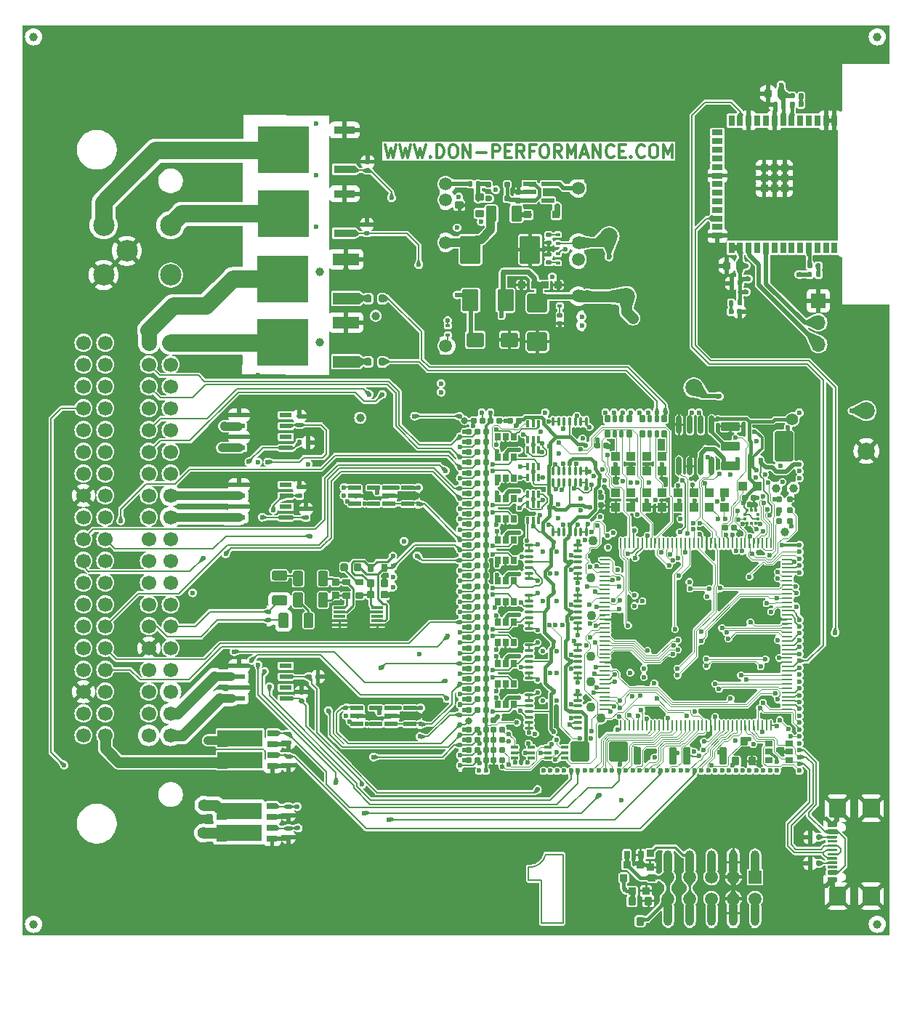
<source format=gtl>
G75*
G70*
%OFA0B0*%
%FSLAX25Y25*%
%IPPOS*%
%LPD*%
%AMOC8*
5,1,8,0,0,1.08239X$1,22.5*
%
%AMM125*
21,1,0.033470,0.026770,-0.000000,-0.000000,0.000000*
21,1,0.026770,0.033470,-0.000000,-0.000000,0.000000*
1,1,0.006690,0.013390,-0.013390*
1,1,0.006690,-0.013390,-0.013390*
1,1,0.006690,-0.013390,0.013390*
1,1,0.006690,0.013390,0.013390*
%
%AMM126*
21,1,0.035830,0.026770,-0.000000,-0.000000,180.000000*
21,1,0.029130,0.033470,-0.000000,-0.000000,180.000000*
1,1,0.006690,-0.014570,0.013390*
1,1,0.006690,0.014570,0.013390*
1,1,0.006690,0.014570,-0.013390*
1,1,0.006690,-0.014570,-0.013390*
%
%AMM127*
21,1,0.027560,0.030710,-0.000000,-0.000000,180.000000*
21,1,0.022050,0.036220,-0.000000,-0.000000,180.000000*
1,1,0.005510,-0.011020,0.015350*
1,1,0.005510,0.011020,0.015350*
1,1,0.005510,0.011020,-0.015350*
1,1,0.005510,-0.011020,-0.015350*
%
%AMM128*
21,1,0.035430,0.030320,-0.000000,-0.000000,180.000000*
21,1,0.028350,0.037400,-0.000000,-0.000000,180.000000*
1,1,0.007090,-0.014170,0.015160*
1,1,0.007090,0.014170,0.015160*
1,1,0.007090,0.014170,-0.015160*
1,1,0.007090,-0.014170,-0.015160*
%
%AMM129*
21,1,0.033470,0.026770,-0.000000,-0.000000,90.000000*
21,1,0.026770,0.033470,-0.000000,-0.000000,90.000000*
1,1,0.006690,0.013390,0.013390*
1,1,0.006690,0.013390,-0.013390*
1,1,0.006690,-0.013390,-0.013390*
1,1,0.006690,-0.013390,0.013390*
%
%AMM130*
21,1,0.007870,0.640160,-0.000000,-0.000000,90.000000*
21,1,0.000000,0.648030,-0.000000,-0.000000,90.000000*
1,1,0.007870,0.320080,-0.000000*
1,1,0.007870,0.320080,-0.000000*
1,1,0.007870,-0.320080,-0.000000*
1,1,0.007870,-0.320080,-0.000000*
%
%AMM131*
21,1,0.007870,0.400390,-0.000000,-0.000000,180.000000*
21,1,0.000000,0.408270,-0.000000,-0.000000,180.000000*
1,1,0.007870,-0.000000,0.200200*
1,1,0.007870,-0.000000,0.200200*
1,1,0.007870,-0.000000,-0.200200*
1,1,0.007870,-0.000000,-0.200200*
%
%AMM132*
21,1,0.007870,0.080320,-0.000000,-0.000000,45.000000*
21,1,0.000000,0.088190,-0.000000,-0.000000,45.000000*
1,1,0.007870,0.028400,-0.028400*
1,1,0.007870,0.028400,-0.028400*
1,1,0.007870,-0.028400,0.028400*
1,1,0.007870,-0.028400,0.028400*
%
%AMM133*
21,1,0.007870,0.287010,-0.000000,-0.000000,0.000000*
21,1,0.000000,0.294880,-0.000000,-0.000000,0.000000*
1,1,0.007870,-0.000000,-0.143500*
1,1,0.007870,-0.000000,-0.143500*
1,1,0.007870,-0.000000,0.143500*
1,1,0.007870,-0.000000,0.143500*
%
%AMM134*
21,1,0.007870,0.078350,-0.000000,-0.000000,315.000000*
21,1,0.000000,0.086220,-0.000000,-0.000000,315.000000*
1,1,0.007870,-0.027700,-0.027700*
1,1,0.007870,-0.027700,-0.027700*
1,1,0.007870,0.027700,0.027700*
1,1,0.007870,0.027700,0.027700*
%
%AMM135*
21,1,0.007870,0.643700,-0.000000,-0.000000,90.000000*
21,1,0.000000,0.651580,-0.000000,-0.000000,90.000000*
1,1,0.007870,0.321850,-0.000000*
1,1,0.007870,0.321850,-0.000000*
1,1,0.007870,-0.321850,-0.000000*
1,1,0.007870,-0.321850,-0.000000*
%
%AMM2*
21,1,0.035830,0.026770,0.000000,0.000000,0.000000*
21,1,0.029130,0.033470,0.000000,0.000000,0.000000*
1,1,0.006690,0.014570,-0.013390*
1,1,0.006690,-0.014570,-0.013390*
1,1,0.006690,-0.014570,0.013390*
1,1,0.006690,0.014570,0.013390*
%
%AMM21*
21,1,0.086610,0.073230,0.000000,0.000000,270.000000*
21,1,0.069290,0.090550,0.000000,0.000000,270.000000*
1,1,0.017320,-0.036610,-0.034650*
1,1,0.017320,-0.036610,0.034650*
1,1,0.017320,0.036610,0.034650*
1,1,0.017320,0.036610,-0.034650*
%
%AMM22*
21,1,0.094490,0.111020,0.000000,0.000000,0.000000*
21,1,0.075590,0.129920,0.000000,0.000000,0.000000*
1,1,0.018900,0.037800,-0.055510*
1,1,0.018900,-0.037800,-0.055510*
1,1,0.018900,-0.037800,0.055510*
1,1,0.018900,0.037800,0.055510*
%
%AMM23*
21,1,0.074800,0.083460,0.000000,0.000000,0.000000*
21,1,0.059840,0.098430,0.000000,0.000000,0.000000*
1,1,0.014960,0.029920,-0.041730*
1,1,0.014960,-0.029920,-0.041730*
1,1,0.014960,-0.029920,0.041730*
1,1,0.014960,0.029920,0.041730*
%
%AMM24*
21,1,0.078740,0.053540,0.000000,0.000000,180.000000*
21,1,0.065350,0.066930,0.000000,0.000000,180.000000*
1,1,0.013390,-0.032680,0.026770*
1,1,0.013390,0.032680,0.026770*
1,1,0.013390,0.032680,-0.026770*
1,1,0.013390,-0.032680,-0.026770*
%
%AMM25*
21,1,0.035430,0.030320,0.000000,0.000000,90.000000*
21,1,0.028350,0.037400,0.000000,0.000000,90.000000*
1,1,0.007090,0.015160,0.014170*
1,1,0.007090,0.015160,-0.014170*
1,1,0.007090,-0.015160,-0.014170*
1,1,0.007090,-0.015160,0.014170*
%
%AMM253*
21,1,0.035430,0.030320,0.000000,-0.000000,0.000000*
21,1,0.028350,0.037400,0.000000,-0.000000,0.000000*
1,1,0.007090,0.014170,-0.015160*
1,1,0.007090,-0.014170,-0.015160*
1,1,0.007090,-0.014170,0.015160*
1,1,0.007090,0.014170,0.015160*
%
%AMM254*
21,1,0.043310,0.075980,0.000000,-0.000000,270.000000*
21,1,0.034650,0.084650,0.000000,-0.000000,270.000000*
1,1,0.008660,-0.037990,-0.017320*
1,1,0.008660,-0.037990,0.017320*
1,1,0.008660,0.037990,0.017320*
1,1,0.008660,0.037990,-0.017320*
%
%AMM255*
21,1,0.043310,0.075990,0.000000,-0.000000,270.000000*
21,1,0.034650,0.084650,0.000000,-0.000000,270.000000*
1,1,0.008660,-0.037990,-0.017320*
1,1,0.008660,-0.037990,0.017320*
1,1,0.008660,0.037990,0.017320*
1,1,0.008660,0.037990,-0.017320*
%
%AMM256*
21,1,0.137800,0.067720,0.000000,-0.000000,270.000000*
21,1,0.120870,0.084650,0.000000,-0.000000,270.000000*
1,1,0.016930,-0.033860,-0.060430*
1,1,0.016930,-0.033860,0.060430*
1,1,0.016930,0.033860,0.060430*
1,1,0.016930,0.033860,-0.060430*
%
%AMM257*
21,1,0.039370,0.035430,0.000000,-0.000000,270.000000*
21,1,0.031500,0.043310,0.000000,-0.000000,270.000000*
1,1,0.007870,-0.017720,-0.015750*
1,1,0.007870,-0.017720,0.015750*
1,1,0.007870,0.017720,0.015750*
1,1,0.007870,0.017720,-0.015750*
%
%AMM258*
21,1,0.023620,0.030710,0.000000,-0.000000,90.000000*
21,1,0.018900,0.035430,0.000000,-0.000000,90.000000*
1,1,0.004720,0.015350,0.009450*
1,1,0.004720,0.015350,-0.009450*
1,1,0.004720,-0.015350,-0.009450*
1,1,0.004720,-0.015350,0.009450*
%
%AMM259*
21,1,0.027560,0.018900,0.000000,-0.000000,90.000000*
21,1,0.022840,0.023620,0.000000,-0.000000,90.000000*
1,1,0.004720,0.009450,0.011420*
1,1,0.004720,0.009450,-0.011420*
1,1,0.004720,-0.009450,-0.011420*
1,1,0.004720,-0.009450,0.011420*
%
%AMM26*
21,1,0.021650,0.052760,0.000000,0.000000,270.000000*
21,1,0.017320,0.057090,0.000000,0.000000,270.000000*
1,1,0.004330,-0.026380,-0.008660*
1,1,0.004330,-0.026380,0.008660*
1,1,0.004330,0.026380,0.008660*
1,1,0.004330,0.026380,-0.008660*
%
%AMM260*
21,1,0.023620,0.030710,0.000000,-0.000000,180.000000*
21,1,0.018900,0.035430,0.000000,-0.000000,180.000000*
1,1,0.004720,-0.009450,0.015350*
1,1,0.004720,0.009450,0.015350*
1,1,0.004720,0.009450,-0.015350*
1,1,0.004720,-0.009450,-0.015350*
%
%AMM261*
21,1,0.086610,0.073230,0.000000,-0.000000,0.000000*
21,1,0.069290,0.090550,0.000000,-0.000000,0.000000*
1,1,0.017320,0.034650,-0.036610*
1,1,0.017320,-0.034650,-0.036610*
1,1,0.017320,-0.034650,0.036610*
1,1,0.017320,0.034650,0.036610*
%
%AMM262*
21,1,0.025590,0.026380,0.000000,-0.000000,0.000000*
21,1,0.020470,0.031500,0.000000,-0.000000,0.000000*
1,1,0.005120,0.010240,-0.013190*
1,1,0.005120,-0.010240,-0.013190*
1,1,0.005120,-0.010240,0.013190*
1,1,0.005120,0.010240,0.013190*
%
%AMM263*
21,1,0.017720,0.027950,0.000000,-0.000000,0.000000*
21,1,0.014170,0.031500,0.000000,-0.000000,0.000000*
1,1,0.003540,0.007090,-0.013980*
1,1,0.003540,-0.007090,-0.013980*
1,1,0.003540,-0.007090,0.013980*
1,1,0.003540,0.007090,0.013980*
%
%AMM264*
21,1,0.031500,0.072440,0.000000,-0.000000,0.000000*
21,1,0.025200,0.078740,0.000000,-0.000000,0.000000*
1,1,0.006300,0.012600,-0.036220*
1,1,0.006300,-0.012600,-0.036220*
1,1,0.006300,-0.012600,0.036220*
1,1,0.006300,0.012600,0.036220*
%
%AMM265*
21,1,0.012600,0.028980,0.000000,-0.000000,0.000000*
21,1,0.010080,0.031500,0.000000,-0.000000,0.000000*
1,1,0.002520,0.005040,-0.014490*
1,1,0.002520,-0.005040,-0.014490*
1,1,0.002520,-0.005040,0.014490*
1,1,0.002520,0.005040,0.014490*
%
%AMM266*
21,1,0.012600,0.028980,0.000000,-0.000000,90.000000*
21,1,0.010080,0.031500,0.000000,-0.000000,90.000000*
1,1,0.002520,0.014490,0.005040*
1,1,0.002520,0.014490,-0.005040*
1,1,0.002520,-0.014490,-0.005040*
1,1,0.002520,-0.014490,0.005040*
%
%AMM267*
21,1,0.039370,0.035430,0.000000,-0.000000,180.000000*
21,1,0.031500,0.043310,0.000000,-0.000000,180.000000*
1,1,0.007870,-0.015750,0.017720*
1,1,0.007870,0.015750,0.017720*
1,1,0.007870,0.015750,-0.017720*
1,1,0.007870,-0.015750,-0.017720*
%
%AMM268*
21,1,0.027560,0.018900,0.000000,-0.000000,0.000000*
21,1,0.022840,0.023620,0.000000,-0.000000,0.000000*
1,1,0.004720,0.011420,-0.009450*
1,1,0.004720,-0.011420,-0.009450*
1,1,0.004720,-0.011420,0.009450*
1,1,0.004720,0.011420,0.009450*
%
%AMM27*
21,1,0.070870,0.036220,0.000000,0.000000,90.000000*
21,1,0.061810,0.045280,0.000000,0.000000,90.000000*
1,1,0.009060,0.018110,0.030910*
1,1,0.009060,0.018110,-0.030910*
1,1,0.009060,-0.018110,-0.030910*
1,1,0.009060,-0.018110,0.030910*
%
%AMM28*
21,1,0.033470,0.026770,0.000000,0.000000,0.000000*
21,1,0.026770,0.033470,0.000000,0.000000,0.000000*
1,1,0.006690,0.013390,-0.013390*
1,1,0.006690,-0.013390,-0.013390*
1,1,0.006690,-0.013390,0.013390*
1,1,0.006690,0.013390,0.013390*
%
%AMM29*
21,1,0.015750,0.016540,0.000000,0.000000,270.000000*
21,1,0.012600,0.019680,0.000000,0.000000,270.000000*
1,1,0.003150,-0.008270,-0.006300*
1,1,0.003150,-0.008270,0.006300*
1,1,0.003150,0.008270,0.006300*
1,1,0.003150,0.008270,-0.006300*
%
%AMM30*
21,1,0.023620,0.018900,0.000000,0.000000,90.000000*
21,1,0.018900,0.023620,0.000000,0.000000,90.000000*
1,1,0.004720,0.009450,0.009450*
1,1,0.004720,0.009450,-0.009450*
1,1,0.004720,-0.009450,-0.009450*
1,1,0.004720,-0.009450,0.009450*
%
%AMM31*
21,1,0.019680,0.019680,0.000000,0.000000,0.000000*
21,1,0.015750,0.023620,0.000000,0.000000,0.000000*
1,1,0.003940,0.007870,-0.009840*
1,1,0.003940,-0.007870,-0.009840*
1,1,0.003940,-0.007870,0.009840*
1,1,0.003940,0.007870,0.009840*
%
%AMM32*
21,1,0.019680,0.019680,0.000000,0.000000,270.000000*
21,1,0.015750,0.023620,0.000000,0.000000,270.000000*
1,1,0.003940,-0.009840,-0.007870*
1,1,0.003940,-0.009840,0.007870*
1,1,0.003940,0.009840,0.007870*
1,1,0.003940,0.009840,-0.007870*
%
%ADD10C,0.01181*%
%ADD101C,0.01968*%
%ADD107M21*%
%ADD108M22*%
%ADD109M23*%
%ADD11C,0.00787*%
%ADD110M24*%
%ADD111M25*%
%ADD112M26*%
%ADD113M27*%
%ADD114M28*%
%ADD115M29*%
%ADD116M30*%
%ADD117M31*%
%ADD118M32*%
%ADD119O,0.00787X0.40158*%
%ADD12C,0.02362*%
%ADD120C,0.03150*%
%ADD13O,0.00787X0.04823*%
%ADD14O,0.36614X0.00787*%
%ADD15C,0.03937*%
%ADD156O,0.00866X0.05118*%
%ADD157O,0.05118X0.00866*%
%ADD16R,0.00984X0.24350*%
%ADD169O,0.01181X0.04331*%
%ADD17R,0.00984X0.04390*%
%ADD170O,0.04331X0.01181*%
%ADD174R,0.01476X0.01378*%
%ADD175R,0.01378X0.01476*%
%ADD178C,0.03100*%
%ADD179C,0.00492*%
%ADD18R,0.56201X0.00984*%
%ADD180C,0.03900*%
%ADD181C,0.04331*%
%ADD19R,0.59449X0.00984*%
%ADD20R,0.00984X0.20374*%
%ADD21R,0.05750X0.02100*%
%ADD22C,0.07874*%
%ADD23R,0.12000X0.05500*%
%ADD24R,0.23300X0.21700*%
%ADD244R,0.05512X0.01181*%
%ADD246C,0.01850*%
%ADD25C,0.05906*%
%ADD26O,0.00787X0.12992*%
%ADD269M125*%
%ADD27O,0.00787X0.40157*%
%ADD270M126*%
%ADD271M127*%
%ADD272M128*%
%ADD273M129*%
%ADD274M130*%
%ADD275M131*%
%ADD276M132*%
%ADD277M133*%
%ADD278M134*%
%ADD279M135*%
%ADD28O,0.00787X0.01181*%
%ADD29O,0.66929X0.00787*%
%ADD30O,0.60630X0.00787*%
%ADD302O,0.02362X0.08661*%
%ADD31O,0.00787X0.18898*%
%ADD32O,0.00787X0.10236*%
%ADD33O,0.00787X0.03937*%
%ADD34O,0.00787X0.05906*%
%ADD35R,0.06693X0.06693*%
%ADD36O,0.06693X0.06693*%
%ADD37C,0.09843*%
%ADD38C,0.06693*%
%ADD39R,0.02800X0.05100*%
%ADD40R,0.05100X0.02800*%
%ADD406M253*%
%ADD407M254*%
%ADD408M255*%
%ADD409M256*%
%ADD41R,0.03500X0.03500*%
%ADD410M257*%
%ADD411M258*%
%ADD412M259*%
%ADD413M260*%
%ADD414M261*%
%ADD415M262*%
%ADD416M263*%
%ADD417M264*%
%ADD418M265*%
%ADD419M266*%
%ADD42R,0.04528X0.02756*%
%ADD420M267*%
%ADD421M268*%
%ADD43R,0.04724X0.02756*%
%ADD44R,0.16142X0.07756*%
%ADD45R,0.09800X0.03700*%
%ADD46C,0.05512*%
%ADD47C,0.01969*%
%ADD48C,0.05118*%
%ADD49C,0.01575*%
%ADD50C,0.07087*%
%ADD53C,0.02756*%
%ADD66R,0.09055X0.00787*%
%ADD67R,0.42126X0.00787*%
%ADD68R,0.08268X0.00787*%
%ADD69R,0.23622X0.00787*%
%ADD70R,0.21260X0.00787*%
%ADD71R,0.00787X0.05512*%
%ADD72R,0.00787X0.19685*%
%ADD73R,0.00787X0.26772*%
%ADD74R,0.00787X0.17717*%
%ADD75R,0.06299X0.00787*%
%ADD76R,0.22441X0.00787*%
%ADD77R,0.07874X0.00787*%
%ADD78C,0.00984*%
%ADD79O,0.04016X0.11221*%
%ADD81M2*%
%ADD91R,0.05906X0.05906*%
X0000000Y0000000D02*
%LPD*%
G01*
D10*
D10*
X0168275Y0364524D02*
X0169681Y0358619D01*
X0169681Y0358619D02*
X0170806Y0362837D01*
X0170806Y0362837D02*
X0171931Y0358619D01*
X0171931Y0358619D02*
X0173337Y0364524D01*
X0175024Y0364524D02*
X0176430Y0358619D01*
X0176430Y0358619D02*
X0177555Y0362837D01*
X0177555Y0362837D02*
X0178680Y0358619D01*
X0178680Y0358619D02*
X0180086Y0364524D01*
X0181773Y0364524D02*
X0183179Y0358619D01*
X0183179Y0358619D02*
X0184304Y0362837D01*
X0184304Y0362837D02*
X0185429Y0358619D01*
X0185429Y0358619D02*
X0186835Y0364524D01*
X0189085Y0359181D02*
X0189366Y0358900D01*
X0189366Y0358900D02*
X0189085Y0358619D01*
X0189085Y0358619D02*
X0188804Y0358900D01*
X0188804Y0358900D02*
X0189085Y0359181D01*
X0189085Y0359181D02*
X0189085Y0358619D01*
X0191897Y0358619D02*
X0191897Y0364524D01*
X0191897Y0364524D02*
X0193303Y0364524D01*
X0193303Y0364524D02*
X0194147Y0364243D01*
X0194147Y0364243D02*
X0194709Y0363681D01*
X0194709Y0363681D02*
X0194990Y0363118D01*
X0194990Y0363118D02*
X0195272Y0361993D01*
X0195272Y0361993D02*
X0195272Y0361150D01*
X0195272Y0361150D02*
X0194990Y0360025D01*
X0194990Y0360025D02*
X0194709Y0359462D01*
X0194709Y0359462D02*
X0194147Y0358900D01*
X0194147Y0358900D02*
X0193303Y0358619D01*
X0193303Y0358619D02*
X0191897Y0358619D01*
X0198927Y0364524D02*
X0200052Y0364524D01*
X0200052Y0364524D02*
X0200615Y0364243D01*
X0200615Y0364243D02*
X0201177Y0363681D01*
X0201177Y0363681D02*
X0201458Y0362556D01*
X0201458Y0362556D02*
X0201458Y0360587D01*
X0201458Y0360587D02*
X0201177Y0359462D01*
X0201177Y0359462D02*
X0200615Y0358900D01*
X0200615Y0358900D02*
X0200052Y0358619D01*
X0200052Y0358619D02*
X0198927Y0358619D01*
X0198927Y0358619D02*
X0198365Y0358900D01*
X0198365Y0358900D02*
X0197803Y0359462D01*
X0197803Y0359462D02*
X0197521Y0360587D01*
X0197521Y0360587D02*
X0197521Y0362556D01*
X0197521Y0362556D02*
X0197803Y0363681D01*
X0197803Y0363681D02*
X0198365Y0364243D01*
X0198365Y0364243D02*
X0198927Y0364524D01*
X0203989Y0358619D02*
X0203989Y0364524D01*
X0203989Y0364524D02*
X0207364Y0358619D01*
X0207364Y0358619D02*
X0207364Y0364524D01*
X0210176Y0360869D02*
X0214675Y0360869D01*
X0217488Y0358619D02*
X0217488Y0364524D01*
X0217488Y0364524D02*
X0219737Y0364524D01*
X0219737Y0364524D02*
X0220300Y0364243D01*
X0220300Y0364243D02*
X0220581Y0363962D01*
X0220581Y0363962D02*
X0220862Y0363399D01*
X0220862Y0363399D02*
X0220862Y0362556D01*
X0220862Y0362556D02*
X0220581Y0361993D01*
X0220581Y0361993D02*
X0220300Y0361712D01*
X0220300Y0361712D02*
X0219737Y0361431D01*
X0219737Y0361431D02*
X0217488Y0361431D01*
X0223393Y0361712D02*
X0225362Y0361712D01*
X0226205Y0358619D02*
X0223393Y0358619D01*
X0223393Y0358619D02*
X0223393Y0364524D01*
X0223393Y0364524D02*
X0226205Y0364524D01*
X0232111Y0358619D02*
X0230142Y0361431D01*
X0228736Y0358619D02*
X0228736Y0364524D01*
X0228736Y0364524D02*
X0230986Y0364524D01*
X0230986Y0364524D02*
X0231548Y0364243D01*
X0231548Y0364243D02*
X0231830Y0363962D01*
X0231830Y0363962D02*
X0232111Y0363399D01*
X0232111Y0363399D02*
X0232111Y0362556D01*
X0232111Y0362556D02*
X0231830Y0361993D01*
X0231830Y0361993D02*
X0231548Y0361712D01*
X0231548Y0361712D02*
X0230986Y0361431D01*
X0230986Y0361431D02*
X0228736Y0361431D01*
X0236610Y0361712D02*
X0234642Y0361712D01*
X0234642Y0358619D02*
X0234642Y0364524D01*
X0234642Y0364524D02*
X0237454Y0364524D01*
X0240828Y0364524D02*
X0241953Y0364524D01*
X0241953Y0364524D02*
X0242516Y0364243D01*
X0242516Y0364243D02*
X0243078Y0363681D01*
X0243078Y0363681D02*
X0243359Y0362556D01*
X0243359Y0362556D02*
X0243359Y0360587D01*
X0243359Y0360587D02*
X0243078Y0359462D01*
X0243078Y0359462D02*
X0242516Y0358900D01*
X0242516Y0358900D02*
X0241953Y0358619D01*
X0241953Y0358619D02*
X0240828Y0358619D01*
X0240828Y0358619D02*
X0240266Y0358900D01*
X0240266Y0358900D02*
X0239704Y0359462D01*
X0239704Y0359462D02*
X0239422Y0360587D01*
X0239422Y0360587D02*
X0239422Y0362556D01*
X0239422Y0362556D02*
X0239704Y0363681D01*
X0239704Y0363681D02*
X0240266Y0364243D01*
X0240266Y0364243D02*
X0240828Y0364524D01*
X0249265Y0358619D02*
X0247296Y0361431D01*
X0245890Y0358619D02*
X0245890Y0364524D01*
X0245890Y0364524D02*
X0248140Y0364524D01*
X0248140Y0364524D02*
X0248702Y0364243D01*
X0248702Y0364243D02*
X0248984Y0363962D01*
X0248984Y0363962D02*
X0249265Y0363399D01*
X0249265Y0363399D02*
X0249265Y0362556D01*
X0249265Y0362556D02*
X0248984Y0361993D01*
X0248984Y0361993D02*
X0248702Y0361712D01*
X0248702Y0361712D02*
X0248140Y0361431D01*
X0248140Y0361431D02*
X0245890Y0361431D01*
X0251796Y0358619D02*
X0251796Y0364524D01*
X0251796Y0364524D02*
X0253764Y0360306D01*
X0253764Y0360306D02*
X0255733Y0364524D01*
X0255733Y0364524D02*
X0255733Y0358619D01*
X0258264Y0360306D02*
X0261076Y0360306D01*
X0257701Y0358619D02*
X0259670Y0364524D01*
X0259670Y0364524D02*
X0261638Y0358619D01*
X0263607Y0358619D02*
X0263607Y0364524D01*
X0263607Y0364524D02*
X0266981Y0358619D01*
X0266981Y0358619D02*
X0266981Y0364524D01*
X0273168Y0359181D02*
X0272887Y0358900D01*
X0272887Y0358900D02*
X0272043Y0358619D01*
X0272043Y0358619D02*
X0271481Y0358619D01*
X0271481Y0358619D02*
X0270637Y0358900D01*
X0270637Y0358900D02*
X0270075Y0359462D01*
X0270075Y0359462D02*
X0269794Y0360025D01*
X0269794Y0360025D02*
X0269512Y0361150D01*
X0269512Y0361150D02*
X0269512Y0361993D01*
X0269512Y0361993D02*
X0269794Y0363118D01*
X0269794Y0363118D02*
X0270075Y0363681D01*
X0270075Y0363681D02*
X0270637Y0364243D01*
X0270637Y0364243D02*
X0271481Y0364524D01*
X0271481Y0364524D02*
X0272043Y0364524D01*
X0272043Y0364524D02*
X0272887Y0364243D01*
X0272887Y0364243D02*
X0273168Y0363962D01*
X0275699Y0361712D02*
X0277668Y0361712D01*
X0278511Y0358619D02*
X0275699Y0358619D01*
X0275699Y0358619D02*
X0275699Y0364524D01*
X0275699Y0364524D02*
X0278511Y0364524D01*
X0281042Y0359181D02*
X0281323Y0358900D01*
X0281323Y0358900D02*
X0281042Y0358619D01*
X0281042Y0358619D02*
X0280761Y0358900D01*
X0280761Y0358900D02*
X0281042Y0359181D01*
X0281042Y0359181D02*
X0281042Y0358619D01*
X0287229Y0359181D02*
X0286948Y0358900D01*
X0286948Y0358900D02*
X0286104Y0358619D01*
X0286104Y0358619D02*
X0285542Y0358619D01*
X0285542Y0358619D02*
X0284698Y0358900D01*
X0284698Y0358900D02*
X0284136Y0359462D01*
X0284136Y0359462D02*
X0283854Y0360025D01*
X0283854Y0360025D02*
X0283573Y0361150D01*
X0283573Y0361150D02*
X0283573Y0361993D01*
X0283573Y0361993D02*
X0283854Y0363118D01*
X0283854Y0363118D02*
X0284136Y0363681D01*
X0284136Y0363681D02*
X0284698Y0364243D01*
X0284698Y0364243D02*
X0285542Y0364524D01*
X0285542Y0364524D02*
X0286104Y0364524D01*
X0286104Y0364524D02*
X0286948Y0364243D01*
X0286948Y0364243D02*
X0287229Y0363962D01*
X0290885Y0364524D02*
X0292010Y0364524D01*
X0292010Y0364524D02*
X0292572Y0364243D01*
X0292572Y0364243D02*
X0293134Y0363681D01*
X0293134Y0363681D02*
X0293416Y0362556D01*
X0293416Y0362556D02*
X0293416Y0360587D01*
X0293416Y0360587D02*
X0293134Y0359462D01*
X0293134Y0359462D02*
X0292572Y0358900D01*
X0292572Y0358900D02*
X0292010Y0358619D01*
X0292010Y0358619D02*
X0290885Y0358619D01*
X0290885Y0358619D02*
X0290322Y0358900D01*
X0290322Y0358900D02*
X0289760Y0359462D01*
X0289760Y0359462D02*
X0289479Y0360587D01*
X0289479Y0360587D02*
X0289479Y0362556D01*
X0289479Y0362556D02*
X0289760Y0363681D01*
X0289760Y0363681D02*
X0290322Y0364243D01*
X0290322Y0364243D02*
X0290885Y0364524D01*
X0295947Y0358619D02*
X0295947Y0364524D01*
X0295947Y0364524D02*
X0297915Y0360306D01*
X0297915Y0360306D02*
X0299884Y0364524D01*
X0299884Y0364524D02*
X0299884Y0358619D01*
D11*
X0234076Y0027196D02*
X0234076Y0033101D01*
X0234076Y0027196D02*
X0239982Y0027196D01*
X0239982Y0027196D02*
X0239982Y0007511D01*
X0239982Y0007511D02*
X0249824Y0007511D01*
X0249824Y0039007D02*
X0241950Y0039007D01*
X0249824Y0007511D02*
X0249824Y0039007D01*
X0241950Y0039007D02*
G75*
G02*
X0234076Y0033101I-007565J0001885D01*
G01*
G36*
G01*
X0132362Y0119744D02*
X0132362Y0121201D01*
G75*
G02*
X0132894Y0121732I0000531J0000000D01*
G01*
X0133957Y0121732D01*
G75*
G02*
X0134488Y0121201I0000000J-000531D01*
G01*
X0134488Y0119744D01*
G75*
G02*
X0133957Y0119213I-000531J0000000D01*
G01*
X0132894Y0119213D01*
G75*
G02*
X0132362Y0119744I0000000J0000531D01*
G01*
G37*
G36*
G01*
X0136378Y0119744D02*
X0136378Y0121201D01*
G75*
G02*
X0136909Y0121732I0000531J0000000D01*
G01*
X0137972Y0121732D01*
G75*
G02*
X0138504Y0121201I0000000J-000531D01*
G01*
X0138504Y0119744D01*
G75*
G02*
X0137972Y0119213I-000531J0000000D01*
G01*
X0136909Y0119213D01*
G75*
G02*
X0136378Y0119744I0000000J0000531D01*
G01*
G37*
D12*
X0183618Y0207232D03*
D13*
X0148579Y0199457D03*
D14*
X0166492Y0209594D03*
X0166492Y0197390D03*
D12*
X0183618Y0203492D03*
X0183618Y0199752D03*
X0149366Y0203689D03*
X0149366Y0207232D03*
G36*
G01*
X0168575Y0295083D02*
X0168575Y0292917D01*
G75*
G02*
X0167787Y0292130I-000787J0000000D01*
G01*
X0166213Y0292130D01*
G75*
G02*
X0165425Y0292917I0000000J0000787D01*
G01*
X0165425Y0295083D01*
G75*
G02*
X0166213Y0295870I0000787J0000000D01*
G01*
X0167787Y0295870D01*
G75*
G02*
X0168575Y0295083I0000000J-000787D01*
G01*
G37*
G36*
G01*
X0162079Y0295083D02*
X0162079Y0292917D01*
G75*
G02*
X0161291Y0292130I-000787J0000000D01*
G01*
X0159717Y0292130D01*
G75*
G02*
X0158929Y0292917I0000000J0000787D01*
G01*
X0158929Y0295083D01*
G75*
G02*
X0159717Y0295870I0000787J0000000D01*
G01*
X0161291Y0295870D01*
G75*
G02*
X0162079Y0295083I0000000J-000787D01*
G01*
G37*
D15*
X0394000Y0007000D03*
G36*
G01*
X0160965Y0351654D02*
X0159508Y0351654D01*
G75*
G02*
X0158976Y0352185I0000000J0000531D01*
G01*
X0158976Y0353248D01*
G75*
G02*
X0159508Y0353780I0000531J0000000D01*
G01*
X0160965Y0353780D01*
G75*
G02*
X0161496Y0353248I0000000J-000531D01*
G01*
X0161496Y0352185D01*
G75*
G02*
X0160965Y0351654I-000531J0000000D01*
G01*
G37*
G36*
G01*
X0160965Y0355669D02*
X0159508Y0355669D01*
G75*
G02*
X0158976Y0356201I0000000J0000531D01*
G01*
X0158976Y0357264D01*
G75*
G02*
X0159508Y0357795I0000531J0000000D01*
G01*
X0160965Y0357795D01*
G75*
G02*
X0161496Y0357264I0000000J-000531D01*
G01*
X0161496Y0356201D01*
G75*
G02*
X0160965Y0355669I-000531J0000000D01*
G01*
G37*
D12*
X0171839Y0166366D03*
X0171839Y0161642D03*
X0171839Y0171091D03*
X0171839Y0175815D03*
D16*
X0114161Y0165313D03*
D17*
X0114161Y0141494D03*
D18*
X0141770Y0176996D03*
D19*
X0143394Y0139791D03*
D20*
X0172626Y0149486D03*
D12*
X0115047Y0150382D03*
X0115047Y0146445D03*
G36*
G01*
X0326118Y0300331D02*
X0326118Y0301669D01*
G75*
G02*
X0326669Y0302220I0000551J0000000D01*
G01*
X0327772Y0302220D01*
G75*
G02*
X0328323Y0301669I0000000J-000551D01*
G01*
X0328323Y0300331D01*
G75*
G02*
X0327772Y0299780I-000551J0000000D01*
G01*
X0326669Y0299780D01*
G75*
G02*
X0326118Y0300331I0000000J0000551D01*
G01*
G37*
G36*
G01*
X0329898Y0300331D02*
X0329898Y0301669D01*
G75*
G02*
X0330449Y0302220I0000551J0000000D01*
G01*
X0331551Y0302220D01*
G75*
G02*
X0332102Y0301669I0000000J-000551D01*
G01*
X0332102Y0300331D01*
G75*
G02*
X0331551Y0299780I-000551J0000000D01*
G01*
X0330449Y0299780D01*
G75*
G02*
X0329898Y0300331I0000000J0000551D01*
G01*
G37*
D21*
X0122725Y0225500D03*
X0122725Y0230500D03*
X0122725Y0235500D03*
X0122725Y0240500D03*
X0101275Y0240500D03*
X0101275Y0235500D03*
X0101275Y0230500D03*
X0101275Y0225500D03*
G36*
G01*
X0331988Y0288679D02*
X0331988Y0287321D01*
G75*
G02*
X0331407Y0286740I-000581J0000000D01*
G01*
X0330246Y0286740D01*
G75*
G02*
X0329665Y0287321I0000000J0000581D01*
G01*
X0329665Y0288679D01*
G75*
G02*
X0330246Y0289260I0000581J0000000D01*
G01*
X0331407Y0289260D01*
G75*
G02*
X0331988Y0288679I0000000J-000581D01*
G01*
G37*
G36*
G01*
X0328169Y0288679D02*
X0328169Y0287321D01*
G75*
G02*
X0327589Y0286740I-000581J0000000D01*
G01*
X0326427Y0286740D01*
G75*
G02*
X0325846Y0287321I0000000J0000581D01*
G01*
X0325846Y0288679D01*
G75*
G02*
X0326427Y0289260I0000581J0000000D01*
G01*
X0327589Y0289260D01*
G75*
G02*
X0328169Y0288679I0000000J-000581D01*
G01*
G37*
G36*
G01*
X0132728Y0192429D02*
X0131272Y0192429D01*
G75*
G02*
X0130740Y0192961I0000000J0000531D01*
G01*
X0130740Y0194024D01*
G75*
G02*
X0131272Y0194555I0000531J0000000D01*
G01*
X0132728Y0194555D01*
G75*
G02*
X0133260Y0194024I0000000J-000531D01*
G01*
X0133260Y0192961D01*
G75*
G02*
X0132728Y0192429I-000531J0000000D01*
G01*
G37*
G36*
G01*
X0132728Y0196445D02*
X0131272Y0196445D01*
G75*
G02*
X0130740Y0196976I0000000J0000531D01*
G01*
X0130740Y0198039D01*
G75*
G02*
X0131272Y0198571I0000531J0000000D01*
G01*
X0132728Y0198571D01*
G75*
G02*
X0133260Y0198039I0000000J-000531D01*
G01*
X0133260Y0196976D01*
G75*
G02*
X0132728Y0196445I-000531J0000000D01*
G01*
G37*
D22*
X0271063Y0322441D03*
D23*
X0150300Y0264984D03*
D24*
X0121350Y0274000D03*
D23*
X0150300Y0283016D03*
G36*
G01*
X0123189Y0062028D02*
X0124646Y0062028D01*
G75*
G02*
X0125177Y0061496I0000000J-000531D01*
G01*
X0125177Y0060433D01*
G75*
G02*
X0124646Y0059902I-000531J0000000D01*
G01*
X0123189Y0059902D01*
G75*
G02*
X0122657Y0060433I0000000J0000531D01*
G01*
X0122657Y0061496D01*
G75*
G02*
X0123189Y0062028I0000531J0000000D01*
G01*
G37*
G36*
G01*
X0123189Y0058012D02*
X0124646Y0058012D01*
G75*
G02*
X0125177Y0057480I0000000J-000531D01*
G01*
X0125177Y0056417D01*
G75*
G02*
X0124646Y0055886I-000531J0000000D01*
G01*
X0123189Y0055886D01*
G75*
G02*
X0122657Y0056417I0000000J0000531D01*
G01*
X0122657Y0057480D01*
G75*
G02*
X0123189Y0058012I0000531J0000000D01*
G01*
G37*
D15*
X0394000Y0414000D03*
D23*
X0150300Y0293984D03*
D24*
X0121350Y0303000D03*
D23*
X0150300Y0312016D03*
G36*
G01*
X0346118Y0382331D02*
X0346118Y0383669D01*
G75*
G02*
X0346669Y0384220I0000551J0000000D01*
G01*
X0347772Y0384220D01*
G75*
G02*
X0348323Y0383669I0000000J-000551D01*
G01*
X0348323Y0382331D01*
G75*
G02*
X0347772Y0381780I-000551J0000000D01*
G01*
X0346669Y0381780D01*
G75*
G02*
X0346118Y0382331I0000000J0000551D01*
G01*
G37*
G36*
G01*
X0349898Y0382331D02*
X0349898Y0383669D01*
G75*
G02*
X0350449Y0384220I0000551J0000000D01*
G01*
X0351551Y0384220D01*
G75*
G02*
X0352102Y0383669I0000000J-000551D01*
G01*
X0352102Y0382331D01*
G75*
G02*
X0351551Y0381780I-000551J0000000D01*
G01*
X0350449Y0381780D01*
G75*
G02*
X0349898Y0382331I0000000J0000551D01*
G01*
G37*
G36*
G01*
X0344384Y0010666D02*
X0344384Y0039367D01*
G75*
G02*
X0344778Y0039760I0000394J0000000D01*
G01*
X0344778Y0039760D01*
G75*
G02*
X0345172Y0039367I0000000J-000394D01*
G01*
X0345172Y0010666D01*
G75*
G02*
X0344778Y0010272I-000394J0000000D01*
G01*
X0344778Y0010272D01*
G75*
G02*
X0344384Y0010666I0000000J0000394D01*
G01*
G37*
G36*
G01*
X0338932Y0005287D02*
X0344472Y0010827D01*
G75*
G02*
X0345029Y0010827I0000278J-000278D01*
G01*
X0345029Y0010827D01*
G75*
G02*
X0345029Y0010270I-000278J-000278D01*
G01*
X0339489Y0004730D01*
G75*
G02*
X0338932Y0004730I-000278J0000278D01*
G01*
X0338932Y0004730D01*
G75*
G02*
X0338932Y0005287I0000278J0000278D01*
G01*
G37*
G36*
G01*
X0344493Y0039105D02*
X0338813Y0044784D01*
G75*
G02*
X0338813Y0045341I0000278J0000278D01*
G01*
X0338813Y0045341D01*
G75*
G02*
X0339370Y0045341I0000278J-000278D01*
G01*
X0345049Y0039662D01*
G75*
G02*
X0345049Y0039105I-000278J-000278D01*
G01*
X0345049Y0039105D01*
G75*
G02*
X0344493Y0039105I-000278J0000278D01*
G01*
G37*
G36*
G01*
X0339185Y0004606D02*
X0274815Y0004606D01*
G75*
G02*
X0274421Y0005000I0000000J0000394D01*
G01*
X0274421Y0005000D01*
G75*
G02*
X0274815Y0005394I0000394J0000000D01*
G01*
X0339185Y0005394D01*
G75*
G02*
X0339579Y0005000I0000000J-000394D01*
G01*
X0339579Y0005000D01*
G75*
G02*
X0339185Y0004606I-000394J0000000D01*
G01*
G37*
G36*
G01*
X0338876Y0044676D02*
X0274861Y0044676D01*
G75*
G02*
X0274467Y0045069I0000000J0000394D01*
G01*
X0274467Y0045069D01*
G75*
G02*
X0274861Y0045463I0000394J0000000D01*
G01*
X0338876Y0045463D01*
G75*
G02*
X0339270Y0045069I0000000J-000394D01*
G01*
X0339270Y0045069D01*
G75*
G02*
X0338876Y0044676I-000394J0000000D01*
G01*
G37*
G36*
G01*
X0275122Y0045078D02*
X0275122Y0005039D01*
G75*
G02*
X0274729Y0004645I-000394J0000000D01*
G01*
X0274729Y0004645D01*
G75*
G02*
X0274335Y0005039I0000000J0000394D01*
G01*
X0274335Y0045078D01*
G75*
G02*
X0274729Y0045472I0000394J0000000D01*
G01*
X0274729Y0045472D01*
G75*
G02*
X0275122Y0045078I0000000J-000394D01*
G01*
G37*
G36*
G01*
X0129728Y0234937D02*
X0128272Y0234937D01*
G75*
G02*
X0127740Y0235469I0000000J0000531D01*
G01*
X0127740Y0236531D01*
G75*
G02*
X0128272Y0237063I0000531J0000000D01*
G01*
X0129728Y0237063D01*
G75*
G02*
X0130260Y0236531I0000000J-000531D01*
G01*
X0130260Y0235469D01*
G75*
G02*
X0129728Y0234937I-000531J0000000D01*
G01*
G37*
G36*
G01*
X0129728Y0238953D02*
X0128272Y0238953D01*
G75*
G02*
X0127740Y0239484I0000000J0000531D01*
G01*
X0127740Y0240547D01*
G75*
G02*
X0128272Y0241079I0000531J0000000D01*
G01*
X0129728Y0241079D01*
G75*
G02*
X0130260Y0240547I0000000J-000531D01*
G01*
X0130260Y0239484D01*
G75*
G02*
X0129728Y0238953I-000531J0000000D01*
G01*
G37*
G36*
G01*
X0127929Y0227272D02*
X0127929Y0228728D01*
G75*
G02*
X0128461Y0229260I0000531J0000000D01*
G01*
X0129524Y0229260D01*
G75*
G02*
X0130055Y0228728I0000000J-000531D01*
G01*
X0130055Y0227272D01*
G75*
G02*
X0129524Y0226740I-000531J0000000D01*
G01*
X0128461Y0226740D01*
G75*
G02*
X0127929Y0227272I0000000J0000531D01*
G01*
G37*
G36*
G01*
X0131945Y0227272D02*
X0131945Y0228728D01*
G75*
G02*
X0132476Y0229260I0000531J0000000D01*
G01*
X0133539Y0229260D01*
G75*
G02*
X0134071Y0228728I0000000J-000531D01*
G01*
X0134071Y0227272D01*
G75*
G02*
X0133539Y0226740I-000531J0000000D01*
G01*
X0132476Y0226740D01*
G75*
G02*
X0131945Y0227272I0000000J0000531D01*
G01*
G37*
D25*
X0257000Y0344713D03*
X0257000Y0319516D03*
X0257000Y0312035D03*
X0257000Y0295106D03*
D12*
X0258772Y0285657D03*
X0258772Y0281720D03*
D26*
X0193417Y0329555D03*
D27*
X0193417Y0296091D03*
D28*
X0193417Y0268138D03*
D29*
X0226488Y0267941D03*
D30*
X0229638Y0349043D03*
D25*
X0257000Y0270500D03*
D28*
X0259559Y0348846D03*
D31*
X0259559Y0332311D03*
D32*
X0259559Y0303374D03*
D33*
X0259559Y0289594D03*
D34*
X0259559Y0276602D03*
D25*
X0195976Y0346484D03*
X0195976Y0339201D03*
X0195976Y0319713D03*
X0195976Y0272272D03*
G36*
G01*
X0160571Y0322874D02*
X0159114Y0322874D01*
G75*
G02*
X0158583Y0323406I0000000J0000531D01*
G01*
X0158583Y0324469D01*
G75*
G02*
X0159114Y0325000I0000531J0000000D01*
G01*
X0160571Y0325000D01*
G75*
G02*
X0161102Y0324469I0000000J-000531D01*
G01*
X0161102Y0323406D01*
G75*
G02*
X0160571Y0322874I-000531J0000000D01*
G01*
G37*
G36*
G01*
X0160571Y0326890D02*
X0159114Y0326890D01*
G75*
G02*
X0158583Y0327421I0000000J0000531D01*
G01*
X0158583Y0328484D01*
G75*
G02*
X0159114Y0329016I0000531J0000000D01*
G01*
X0160571Y0329016D01*
G75*
G02*
X0161102Y0328484I0000000J-000531D01*
G01*
X0161102Y0327421D01*
G75*
G02*
X0160571Y0326890I-000531J0000000D01*
G01*
G37*
D22*
X0279000Y0295000D03*
G36*
G01*
X0325937Y0291272D02*
X0325937Y0292728D01*
G75*
G02*
X0326469Y0293260I0000531J0000000D01*
G01*
X0327531Y0293260D01*
G75*
G02*
X0328063Y0292728I0000000J-000531D01*
G01*
X0328063Y0291272D01*
G75*
G02*
X0327531Y0290740I-000531J0000000D01*
G01*
X0326469Y0290740D01*
G75*
G02*
X0325937Y0291272I0000000J0000531D01*
G01*
G37*
G36*
G01*
X0329953Y0291272D02*
X0329953Y0292728D01*
G75*
G02*
X0330484Y0293260I0000531J0000000D01*
G01*
X0331547Y0293260D01*
G75*
G02*
X0332079Y0292728I0000000J-000531D01*
G01*
X0332079Y0291272D01*
G75*
G02*
X0331547Y0290740I-000531J0000000D01*
G01*
X0330484Y0290740D01*
G75*
G02*
X0329953Y0291272I0000000J0000531D01*
G01*
G37*
G36*
G01*
X0130650Y0108346D02*
X0129193Y0108346D01*
G75*
G02*
X0128661Y0108878I0000000J0000531D01*
G01*
X0128661Y0109941D01*
G75*
G02*
X0129193Y0110472I0000531J0000000D01*
G01*
X0130650Y0110472D01*
G75*
G02*
X0131181Y0109941I0000000J-000531D01*
G01*
X0131181Y0108878D01*
G75*
G02*
X0130650Y0108346I-000531J0000000D01*
G01*
G37*
G36*
G01*
X0130650Y0112362D02*
X0129193Y0112362D01*
G75*
G02*
X0128661Y0112894I0000000J0000531D01*
G01*
X0128661Y0113957D01*
G75*
G02*
X0129193Y0114488I0000531J0000000D01*
G01*
X0130650Y0114488D01*
G75*
G02*
X0131181Y0113957I0000000J-000531D01*
G01*
X0131181Y0112894D01*
G75*
G02*
X0130650Y0112362I-000531J0000000D01*
G01*
G37*
G36*
G01*
X0361929Y0304272D02*
X0361929Y0305728D01*
G75*
G02*
X0362461Y0306260I0000531J0000000D01*
G01*
X0363524Y0306260D01*
G75*
G02*
X0364055Y0305728I0000000J-000531D01*
G01*
X0364055Y0304272D01*
G75*
G02*
X0363524Y0303740I-000531J0000000D01*
G01*
X0362461Y0303740D01*
G75*
G02*
X0361929Y0304272I0000000J0000531D01*
G01*
G37*
G36*
G01*
X0365945Y0304272D02*
X0365945Y0305728D01*
G75*
G02*
X0366476Y0306260I0000531J0000000D01*
G01*
X0367539Y0306260D01*
G75*
G02*
X0368071Y0305728I0000000J-000531D01*
G01*
X0368071Y0304272D01*
G75*
G02*
X0367539Y0303740I-000531J0000000D01*
G01*
X0366476Y0303740D01*
G75*
G02*
X0365945Y0304272I0000000J0000531D01*
G01*
G37*
D15*
X0007000Y0007000D03*
X0007000Y0414000D03*
G36*
G01*
X0123287Y0084961D02*
X0124744Y0084961D01*
G75*
G02*
X0125276Y0084429I0000000J-000531D01*
G01*
X0125276Y0083366D01*
G75*
G02*
X0124744Y0082835I-000531J0000000D01*
G01*
X0123287Y0082835D01*
G75*
G02*
X0122756Y0083366I0000000J0000531D01*
G01*
X0122756Y0084429D01*
G75*
G02*
X0123287Y0084961I0000531J0000000D01*
G01*
G37*
G36*
G01*
X0123287Y0080945D02*
X0124744Y0080945D01*
G75*
G02*
X0125276Y0080413I0000000J-000531D01*
G01*
X0125276Y0079350D01*
G75*
G02*
X0124744Y0078819I-000531J0000000D01*
G01*
X0123287Y0078819D01*
G75*
G02*
X0122756Y0079350I0000000J0000531D01*
G01*
X0122756Y0080413D01*
G75*
G02*
X0123287Y0080945I0000531J0000000D01*
G01*
G37*
G36*
G01*
X0123287Y0095394D02*
X0124744Y0095394D01*
G75*
G02*
X0125276Y0094862I0000000J-000531D01*
G01*
X0125276Y0093799D01*
G75*
G02*
X0124744Y0093268I-000531J0000000D01*
G01*
X0123287Y0093268D01*
G75*
G02*
X0122756Y0093799I0000000J0000531D01*
G01*
X0122756Y0094862D01*
G75*
G02*
X0123287Y0095394I0000531J0000000D01*
G01*
G37*
G36*
G01*
X0123287Y0091378D02*
X0124744Y0091378D01*
G75*
G02*
X0125276Y0090846I0000000J-000531D01*
G01*
X0125276Y0089783D01*
G75*
G02*
X0124744Y0089252I-000531J0000000D01*
G01*
X0123287Y0089252D01*
G75*
G02*
X0122756Y0089783I0000000J0000531D01*
G01*
X0122756Y0090846D01*
G75*
G02*
X0123287Y0091378I0000531J0000000D01*
G01*
G37*
G36*
G01*
X0354020Y0386272D02*
X0354020Y0387728D01*
G75*
G02*
X0354551Y0388260I0000531J0000000D01*
G01*
X0355614Y0388260D01*
G75*
G02*
X0356146Y0387728I0000000J-000531D01*
G01*
X0356146Y0386272D01*
G75*
G02*
X0355614Y0385740I-000531J0000000D01*
G01*
X0354551Y0385740D01*
G75*
G02*
X0354020Y0386272I0000000J0000531D01*
G01*
G37*
G36*
G01*
X0358035Y0386272D02*
X0358035Y0387728D01*
G75*
G02*
X0358567Y0388260I0000531J0000000D01*
G01*
X0359630Y0388260D01*
G75*
G02*
X0360161Y0387728I0000000J-000531D01*
G01*
X0360161Y0386272D01*
G75*
G02*
X0359630Y0385740I-000531J0000000D01*
G01*
X0358567Y0385740D01*
G75*
G02*
X0358035Y0386272I0000000J0000531D01*
G01*
G37*
D22*
X0309843Y0253150D03*
G36*
G01*
X0323126Y0308016D02*
X0323126Y0309984D01*
G75*
G02*
X0324012Y0310870I0000886J0000000D01*
G01*
X0325783Y0310870D01*
G75*
G02*
X0326669Y0309984I0000000J-000886D01*
G01*
X0326669Y0308016D01*
G75*
G02*
X0325783Y0307130I-000886J0000000D01*
G01*
X0324012Y0307130D01*
G75*
G02*
X0323126Y0308016I0000000J0000886D01*
G01*
G37*
G36*
G01*
X0329228Y0308016D02*
X0329228Y0309984D01*
G75*
G02*
X0330114Y0310870I0000886J0000000D01*
G01*
X0331886Y0310870D01*
G75*
G02*
X0332772Y0309984I0000000J-000886D01*
G01*
X0332772Y0308016D01*
G75*
G02*
X0331886Y0307130I-000886J0000000D01*
G01*
X0330114Y0307130D01*
G75*
G02*
X0329228Y0308016I0000000J0000886D01*
G01*
G37*
G36*
G01*
X0342126Y0387016D02*
X0342126Y0388984D01*
G75*
G02*
X0343012Y0389870I0000886J0000000D01*
G01*
X0344783Y0389870D01*
G75*
G02*
X0345669Y0388984I0000000J-000886D01*
G01*
X0345669Y0387016D01*
G75*
G02*
X0344783Y0386130I-000886J0000000D01*
G01*
X0343012Y0386130D01*
G75*
G02*
X0342126Y0387016I0000000J0000886D01*
G01*
G37*
G36*
G01*
X0348228Y0387016D02*
X0348228Y0388984D01*
G75*
G02*
X0349114Y0389870I0000886J0000000D01*
G01*
X0350886Y0389870D01*
G75*
G02*
X0351772Y0388984I0000000J-000886D01*
G01*
X0351772Y0387016D01*
G75*
G02*
X0350886Y0386130I-000886J0000000D01*
G01*
X0349114Y0386130D01*
G75*
G02*
X0348228Y0387016I0000000J0000886D01*
G01*
G37*
G36*
G01*
X0354020Y0382321D02*
X0354020Y0383679D01*
G75*
G02*
X0354600Y0384260I0000581J0000000D01*
G01*
X0355762Y0384260D01*
G75*
G02*
X0356343Y0383679I0000000J-000581D01*
G01*
X0356343Y0382321D01*
G75*
G02*
X0355762Y0381740I-000581J0000000D01*
G01*
X0354600Y0381740D01*
G75*
G02*
X0354020Y0382321I0000000J0000581D01*
G01*
G37*
G36*
G01*
X0357839Y0382321D02*
X0357839Y0383679D01*
G75*
G02*
X0358419Y0384260I0000581J0000000D01*
G01*
X0359581Y0384260D01*
G75*
G02*
X0360161Y0383679I0000000J-000581D01*
G01*
X0360161Y0382321D01*
G75*
G02*
X0359581Y0381740I-000581J0000000D01*
G01*
X0358419Y0381740D01*
G75*
G02*
X0357839Y0382321I0000000J0000581D01*
G01*
G37*
D21*
X0122725Y0193500D03*
X0122725Y0198500D03*
X0122725Y0203500D03*
X0122725Y0208500D03*
X0101275Y0208500D03*
X0101275Y0203500D03*
X0101275Y0198500D03*
X0101275Y0193500D03*
X0122725Y0110500D03*
X0122725Y0115500D03*
X0122725Y0120500D03*
X0122725Y0125500D03*
X0101275Y0125500D03*
X0101275Y0120500D03*
X0101275Y0115500D03*
X0101275Y0110500D03*
G36*
G01*
X0375128Y0026322D02*
X0371782Y0026322D01*
G75*
G02*
X0371191Y0026913I0000000J0000591D01*
G01*
X0371191Y0028094D01*
G75*
G02*
X0371782Y0028684I0000591J0000000D01*
G01*
X0375128Y0028684D01*
G75*
G02*
X0375719Y0028094I0000000J-000591D01*
G01*
X0375719Y0026913D01*
G75*
G02*
X0375128Y0026322I-000591J0000000D01*
G01*
G37*
G36*
G01*
X0375128Y0029472D02*
X0371782Y0029472D01*
G75*
G02*
X0371191Y0030062I0000000J0000591D01*
G01*
X0371191Y0031243D01*
G75*
G02*
X0371782Y0031834I0000591J0000000D01*
G01*
X0375128Y0031834D01*
G75*
G02*
X0375719Y0031243I0000000J-000591D01*
G01*
X0375719Y0030062D01*
G75*
G02*
X0375128Y0029472I-000591J0000000D01*
G01*
G37*
G36*
G01*
X0375423Y0034590D02*
X0371486Y0034590D01*
G75*
G02*
X0371191Y0034885I0000000J0000295D01*
G01*
X0371191Y0035476D01*
G75*
G02*
X0371486Y0035771I0000295J0000000D01*
G01*
X0375423Y0035771D01*
G75*
G02*
X0375719Y0035476I0000000J-000295D01*
G01*
X0375719Y0034885D01*
G75*
G02*
X0375423Y0034590I-000295J0000000D01*
G01*
G37*
G36*
G01*
X0375423Y0038527D02*
X0371486Y0038527D01*
G75*
G02*
X0371191Y0038822I0000000J0000295D01*
G01*
X0371191Y0039413D01*
G75*
G02*
X0371486Y0039708I0000295J0000000D01*
G01*
X0375423Y0039708D01*
G75*
G02*
X0375719Y0039413I0000000J-000295D01*
G01*
X0375719Y0038822D01*
G75*
G02*
X0375423Y0038527I-000295J0000000D01*
G01*
G37*
G36*
G01*
X0375423Y0040495D02*
X0371486Y0040495D01*
G75*
G02*
X0371191Y0040791I0000000J0000295D01*
G01*
X0371191Y0041381D01*
G75*
G02*
X0371486Y0041676I0000295J0000000D01*
G01*
X0375423Y0041676D01*
G75*
G02*
X0375719Y0041381I0000000J-000295D01*
G01*
X0375719Y0040791D01*
G75*
G02*
X0375423Y0040495I-000295J0000000D01*
G01*
G37*
G36*
G01*
X0375423Y0044432D02*
X0371486Y0044432D01*
G75*
G02*
X0371191Y0044728I0000000J0000295D01*
G01*
X0371191Y0045318D01*
G75*
G02*
X0371486Y0045613I0000295J0000000D01*
G01*
X0375423Y0045613D01*
G75*
G02*
X0375719Y0045318I0000000J-000295D01*
G01*
X0375719Y0044728D01*
G75*
G02*
X0375423Y0044432I-000295J0000000D01*
G01*
G37*
G36*
G01*
X0375128Y0048369D02*
X0371782Y0048369D01*
G75*
G02*
X0371191Y0048960I0000000J0000591D01*
G01*
X0371191Y0050141D01*
G75*
G02*
X0371782Y0050732I0000591J0000000D01*
G01*
X0375128Y0050732D01*
G75*
G02*
X0375719Y0050141I0000000J-000591D01*
G01*
X0375719Y0048960D01*
G75*
G02*
X0375128Y0048369I-000591J0000000D01*
G01*
G37*
G36*
G01*
X0375128Y0051519D02*
X0371782Y0051519D01*
G75*
G02*
X0371191Y0052110I0000000J0000591D01*
G01*
X0371191Y0053291D01*
G75*
G02*
X0371782Y0053881I0000591J0000000D01*
G01*
X0375128Y0053881D01*
G75*
G02*
X0375719Y0053291I0000000J-000591D01*
G01*
X0375719Y0052110D01*
G75*
G02*
X0375128Y0051519I-000591J0000000D01*
G01*
G37*
G36*
G01*
X0375128Y0051519D02*
X0371782Y0051519D01*
G75*
G02*
X0371191Y0052110I0000000J0000591D01*
G01*
X0371191Y0053291D01*
G75*
G02*
X0371782Y0053881I0000591J0000000D01*
G01*
X0375128Y0053881D01*
G75*
G02*
X0375719Y0053291I0000000J-000591D01*
G01*
X0375719Y0052110D01*
G75*
G02*
X0375128Y0051519I-000591J0000000D01*
G01*
G37*
G36*
G01*
X0375128Y0048369D02*
X0371782Y0048369D01*
G75*
G02*
X0371191Y0048960I0000000J0000591D01*
G01*
X0371191Y0050141D01*
G75*
G02*
X0371782Y0050732I0000591J0000000D01*
G01*
X0375128Y0050732D01*
G75*
G02*
X0375719Y0050141I0000000J-000591D01*
G01*
X0375719Y0048960D01*
G75*
G02*
X0375128Y0048369I-000591J0000000D01*
G01*
G37*
G36*
G01*
X0375423Y0046401D02*
X0371486Y0046401D01*
G75*
G02*
X0371191Y0046696I0000000J0000295D01*
G01*
X0371191Y0047287D01*
G75*
G02*
X0371486Y0047582I0000295J0000000D01*
G01*
X0375423Y0047582D01*
G75*
G02*
X0375719Y0047287I0000000J-000295D01*
G01*
X0375719Y0046696D01*
G75*
G02*
X0375423Y0046401I-000295J0000000D01*
G01*
G37*
G36*
G01*
X0375423Y0042464D02*
X0371486Y0042464D01*
G75*
G02*
X0371191Y0042759I0000000J0000295D01*
G01*
X0371191Y0043350D01*
G75*
G02*
X0371486Y0043645I0000295J0000000D01*
G01*
X0375423Y0043645D01*
G75*
G02*
X0375719Y0043350I0000000J-000295D01*
G01*
X0375719Y0042759D01*
G75*
G02*
X0375423Y0042464I-000295J0000000D01*
G01*
G37*
G36*
G01*
X0375423Y0036558D02*
X0371486Y0036558D01*
G75*
G02*
X0371191Y0036854I0000000J0000295D01*
G01*
X0371191Y0037444D01*
G75*
G02*
X0371486Y0037739I0000295J0000000D01*
G01*
X0375423Y0037739D01*
G75*
G02*
X0375719Y0037444I0000000J-000295D01*
G01*
X0375719Y0036854D01*
G75*
G02*
X0375423Y0036558I-000295J0000000D01*
G01*
G37*
G36*
G01*
X0375423Y0032621D02*
X0371486Y0032621D01*
G75*
G02*
X0371191Y0032917I0000000J0000295D01*
G01*
X0371191Y0033507D01*
G75*
G02*
X0371486Y0033802I0000295J0000000D01*
G01*
X0375423Y0033802D01*
G75*
G02*
X0375719Y0033507I0000000J-000295D01*
G01*
X0375719Y0032917D01*
G75*
G02*
X0375423Y0032621I-000295J0000000D01*
G01*
G37*
G36*
G01*
X0375128Y0029472D02*
X0371782Y0029472D01*
G75*
G02*
X0371191Y0030062I0000000J0000591D01*
G01*
X0371191Y0031243D01*
G75*
G02*
X0371782Y0031834I0000591J0000000D01*
G01*
X0375128Y0031834D01*
G75*
G02*
X0375719Y0031243I0000000J-000591D01*
G01*
X0375719Y0030062D01*
G75*
G02*
X0375128Y0029472I-000591J0000000D01*
G01*
G37*
G36*
G01*
X0375128Y0026322D02*
X0371782Y0026322D01*
G75*
G02*
X0371191Y0026913I0000000J0000591D01*
G01*
X0371191Y0028094D01*
G75*
G02*
X0371782Y0028684I0000591J0000000D01*
G01*
X0375128Y0028684D01*
G75*
G02*
X0375719Y0028094I0000000J-000591D01*
G01*
X0375719Y0026913D01*
G75*
G02*
X0375128Y0026322I-000591J0000000D01*
G01*
G37*
G36*
G01*
X0378671Y0015692D02*
X0372766Y0015692D01*
G75*
G02*
X0371782Y0016676I0000000J0000984D01*
G01*
X0371782Y0023291D01*
G75*
G02*
X0372766Y0024275I0000984J0000000D01*
G01*
X0378671Y0024275D01*
G75*
G02*
X0379656Y0023291I0000000J-000984D01*
G01*
X0379656Y0016676D01*
G75*
G02*
X0378671Y0015692I-000984J0000000D01*
G01*
G37*
G36*
G01*
X0394144Y0015692D02*
X0388238Y0015692D01*
G75*
G02*
X0387254Y0016676I0000000J0000984D01*
G01*
X0387254Y0023291D01*
G75*
G02*
X0388238Y0024275I0000984J0000000D01*
G01*
X0394144Y0024275D01*
G75*
G02*
X0395128Y0023291I0000000J-000984D01*
G01*
X0395128Y0016676D01*
G75*
G02*
X0394144Y0015692I-000984J0000000D01*
G01*
G37*
G36*
G01*
X0378671Y0055928D02*
X0372766Y0055928D01*
G75*
G02*
X0371782Y0056913I0000000J0000984D01*
G01*
X0371782Y0063527D01*
G75*
G02*
X0372766Y0064511I0000984J0000000D01*
G01*
X0378671Y0064511D01*
G75*
G02*
X0379656Y0063527I0000000J-000984D01*
G01*
X0379656Y0056913D01*
G75*
G02*
X0378671Y0055928I-000984J0000000D01*
G01*
G37*
G36*
G01*
X0394144Y0055928D02*
X0388238Y0055928D01*
G75*
G02*
X0387254Y0056913I0000000J0000984D01*
G01*
X0387254Y0063527D01*
G75*
G02*
X0388238Y0064511I0000984J0000000D01*
G01*
X0394144Y0064511D01*
G75*
G02*
X0395128Y0063527I0000000J-000984D01*
G01*
X0395128Y0056913D01*
G75*
G02*
X0394144Y0055928I-000984J0000000D01*
G01*
G37*
G36*
G01*
X0368211Y0035712D02*
X0368211Y0034255D01*
G75*
G02*
X0367679Y0033724I-000531J0000000D01*
G01*
X0366616Y0033724D01*
G75*
G02*
X0366085Y0034255I0000000J0000531D01*
G01*
X0366085Y0035712D01*
G75*
G02*
X0366616Y0036243I0000531J0000000D01*
G01*
X0367679Y0036243D01*
G75*
G02*
X0368211Y0035712I0000000J-000531D01*
G01*
G37*
G36*
G01*
X0364195Y0035712D02*
X0364195Y0034255D01*
G75*
G02*
X0363663Y0033724I-000531J0000000D01*
G01*
X0362601Y0033724D01*
G75*
G02*
X0362069Y0034255I0000000J0000531D01*
G01*
X0362069Y0035712D01*
G75*
G02*
X0362601Y0036243I0000531J0000000D01*
G01*
X0363663Y0036243D01*
G75*
G02*
X0364195Y0035712I0000000J-000531D01*
G01*
G37*
G36*
G01*
X0361921Y0308321D02*
X0361921Y0309679D01*
G75*
G02*
X0362502Y0310260I0000581J0000000D01*
G01*
X0363663Y0310260D01*
G75*
G02*
X0364244Y0309679I0000000J-000581D01*
G01*
X0364244Y0308321D01*
G75*
G02*
X0363663Y0307740I-000581J0000000D01*
G01*
X0362502Y0307740D01*
G75*
G02*
X0361921Y0308321I0000000J0000581D01*
G01*
G37*
G36*
G01*
X0365740Y0308321D02*
X0365740Y0309679D01*
G75*
G02*
X0366321Y0310260I0000581J0000000D01*
G01*
X0367482Y0310260D01*
G75*
G02*
X0368063Y0309679I0000000J-000581D01*
G01*
X0368063Y0308321D01*
G75*
G02*
X0367482Y0307740I-000581J0000000D01*
G01*
X0366321Y0307740D01*
G75*
G02*
X0365740Y0308321I0000000J0000581D01*
G01*
G37*
D12*
X0348012Y0077421D03*
X0344862Y0077421D03*
X0341713Y0077421D03*
X0338563Y0077421D03*
X0335413Y0077421D03*
X0332264Y0077421D03*
X0329114Y0077421D03*
X0325965Y0077421D03*
X0322815Y0077421D03*
X0319665Y0077421D03*
X0316516Y0077421D03*
X0313366Y0077421D03*
X0310217Y0077421D03*
X0307067Y0077421D03*
X0303917Y0077421D03*
X0300768Y0077421D03*
X0297618Y0077421D03*
X0294468Y0077421D03*
X0291319Y0077421D03*
X0288169Y0077421D03*
X0285020Y0077421D03*
X0281870Y0077421D03*
X0278720Y0077421D03*
X0275571Y0077421D03*
X0272421Y0077421D03*
X0269272Y0077421D03*
X0266122Y0077421D03*
X0262972Y0077421D03*
X0259823Y0077421D03*
X0256673Y0077421D03*
X0253524Y0077421D03*
X0250374Y0077421D03*
X0247224Y0077421D03*
X0244075Y0077421D03*
X0240925Y0077421D03*
X0214547Y0077421D03*
X0211398Y0077421D03*
X0358248Y0077421D03*
X0358248Y0080571D03*
X0358248Y0083720D03*
X0358248Y0086870D03*
X0358248Y0090020D03*
X0358248Y0093169D03*
X0358248Y0096319D03*
X0358248Y0099468D03*
X0358248Y0102618D03*
X0358248Y0105768D03*
X0358248Y0108917D03*
X0358248Y0112067D03*
X0358248Y0115217D03*
X0358248Y0118366D03*
X0358248Y0121516D03*
X0358248Y0124665D03*
X0358248Y0127815D03*
X0358248Y0130965D03*
X0358248Y0134114D03*
X0358248Y0137264D03*
X0358248Y0140413D03*
X0358248Y0143563D03*
X0358248Y0146713D03*
X0358248Y0168366D03*
X0358248Y0171516D03*
X0358248Y0174665D03*
X0358248Y0177815D03*
X0358248Y0180965D03*
X0358248Y0211673D03*
X0358248Y0214823D03*
X0358248Y0217972D03*
X0358248Y0241594D03*
X0202736Y0079783D03*
X0202736Y0084508D03*
X0202736Y0089232D03*
X0202736Y0093957D03*
X0202736Y0098681D03*
X0202736Y0103012D03*
X0202736Y0107736D03*
X0202736Y0112461D03*
X0202736Y0117185D03*
X0202736Y0121909D03*
X0202736Y0126634D03*
X0202736Y0131358D03*
X0202736Y0136083D03*
X0202736Y0140807D03*
X0202736Y0145531D03*
X0202736Y0150256D03*
X0202736Y0154980D03*
X0202736Y0159705D03*
X0202736Y0164429D03*
X0202736Y0169154D03*
X0202736Y0173878D03*
X0202736Y0178602D03*
X0202736Y0183327D03*
X0202736Y0188051D03*
X0202736Y0192776D03*
X0202736Y0197500D03*
X0202736Y0202224D03*
X0202736Y0206949D03*
X0202736Y0211673D03*
X0202736Y0216398D03*
X0202736Y0221122D03*
X0202736Y0225846D03*
X0202736Y0230571D03*
X0202736Y0240020D03*
X0212579Y0241594D03*
X0216516Y0241594D03*
X0241713Y0241594D03*
X0269272Y0241594D03*
X0273209Y0241594D03*
X0277146Y0241594D03*
X0281083Y0241594D03*
X0285020Y0241594D03*
X0288957Y0241594D03*
X0292894Y0241594D03*
X0296831Y0241594D03*
X0309035Y0241594D03*
X0312185Y0241594D03*
D22*
X0388976Y0242520D03*
X0389000Y0224000D03*
G36*
G01*
X0168575Y0266083D02*
X0168575Y0263917D01*
G75*
G02*
X0167787Y0263130I-000787J0000000D01*
G01*
X0166213Y0263130D01*
G75*
G02*
X0165425Y0263917I0000000J0000787D01*
G01*
X0165425Y0266083D01*
G75*
G02*
X0166213Y0266870I0000787J0000000D01*
G01*
X0167787Y0266870D01*
G75*
G02*
X0168575Y0266083I0000000J-000787D01*
G01*
G37*
G36*
G01*
X0162079Y0266083D02*
X0162079Y0263917D01*
G75*
G02*
X0161291Y0263130I-000787J0000000D01*
G01*
X0159717Y0263130D01*
G75*
G02*
X0158929Y0263917I0000000J0000787D01*
G01*
X0158929Y0266083D01*
G75*
G02*
X0159717Y0266870I0000787J0000000D01*
G01*
X0161291Y0266870D01*
G75*
G02*
X0162079Y0266083I0000000J-000787D01*
G01*
G37*
G36*
G01*
X0368219Y0047712D02*
X0368219Y0046255D01*
G75*
G02*
X0367687Y0045724I-000531J0000000D01*
G01*
X0366624Y0045724D01*
G75*
G02*
X0366093Y0046255I0000000J0000531D01*
G01*
X0366093Y0047712D01*
G75*
G02*
X0366624Y0048243I0000531J0000000D01*
G01*
X0367687Y0048243D01*
G75*
G02*
X0368219Y0047712I0000000J-000531D01*
G01*
G37*
G36*
G01*
X0364203Y0047712D02*
X0364203Y0046255D01*
G75*
G02*
X0363671Y0045724I-000531J0000000D01*
G01*
X0362608Y0045724D01*
G75*
G02*
X0362077Y0046255I0000000J0000531D01*
G01*
X0362077Y0047712D01*
G75*
G02*
X0362608Y0048243I0000531J0000000D01*
G01*
X0363671Y0048243D01*
G75*
G02*
X0364203Y0047712I0000000J-000531D01*
G01*
G37*
D35*
X0367000Y0293000D03*
D36*
X0367000Y0283000D03*
X0367000Y0273000D03*
D37*
X0039173Y0327638D03*
X0039173Y0304764D03*
X0049803Y0315827D03*
X0069882Y0327638D03*
X0069882Y0304764D03*
D38*
X0069882Y0093661D03*
X0069882Y0103661D03*
X0069882Y0113661D03*
X0069882Y0123661D03*
X0069882Y0133661D03*
X0069882Y0143661D03*
X0069882Y0153661D03*
X0069882Y0163661D03*
X0069882Y0173661D03*
X0069882Y0183661D03*
X0069882Y0193661D03*
X0069882Y0203661D03*
X0069882Y0213661D03*
X0069882Y0223661D03*
X0069882Y0233661D03*
X0069882Y0243661D03*
X0069882Y0253661D03*
X0069882Y0263661D03*
X0069882Y0273661D03*
X0059882Y0093661D03*
X0059882Y0103661D03*
X0059882Y0113661D03*
X0059882Y0123661D03*
X0059882Y0133661D03*
X0059882Y0143661D03*
X0059882Y0153661D03*
X0059882Y0163661D03*
X0059882Y0173661D03*
X0059882Y0183661D03*
X0059882Y0193661D03*
X0059882Y0203661D03*
X0059882Y0213661D03*
X0059882Y0223661D03*
X0059882Y0233661D03*
X0059882Y0243661D03*
X0059882Y0253661D03*
X0059882Y0263661D03*
X0059882Y0273661D03*
X0039882Y0093661D03*
X0039882Y0103661D03*
X0039882Y0113661D03*
X0039882Y0123661D03*
X0039882Y0133661D03*
X0039882Y0143661D03*
X0039882Y0153661D03*
X0039882Y0163661D03*
X0039882Y0173661D03*
X0039882Y0183661D03*
X0039882Y0193661D03*
X0039882Y0203661D03*
X0039882Y0213661D03*
X0039882Y0223661D03*
X0039882Y0233661D03*
X0039882Y0243661D03*
X0039882Y0253661D03*
X0039882Y0263661D03*
X0039882Y0273661D03*
X0029882Y0093661D03*
X0029882Y0103661D03*
X0029882Y0113661D03*
X0029882Y0123661D03*
X0029882Y0133661D03*
X0029882Y0143661D03*
X0029882Y0153661D03*
X0029882Y0163661D03*
X0029882Y0173661D03*
X0029882Y0183661D03*
X0029882Y0193661D03*
X0029882Y0203661D03*
X0029882Y0213661D03*
X0029882Y0223661D03*
X0029882Y0233661D03*
X0029882Y0243661D03*
X0029882Y0253661D03*
X0029882Y0263661D03*
X0029882Y0273661D03*
D39*
X0374409Y0375591D03*
X0370472Y0375591D03*
X0366535Y0375591D03*
X0362598Y0375591D03*
X0358661Y0375591D03*
X0354724Y0375591D03*
X0350787Y0375591D03*
X0346850Y0375591D03*
X0342913Y0375591D03*
X0338976Y0375591D03*
X0335039Y0375591D03*
X0331102Y0375591D03*
X0327165Y0375591D03*
D40*
X0320669Y0370079D03*
X0320669Y0366142D03*
X0320669Y0362205D03*
X0320669Y0358268D03*
X0320669Y0354331D03*
X0320669Y0350394D03*
X0320669Y0346457D03*
X0320669Y0342520D03*
X0320669Y0338583D03*
X0320669Y0334646D03*
X0320669Y0330709D03*
X0320669Y0326772D03*
X0320669Y0322835D03*
D39*
X0327165Y0317323D03*
X0331102Y0317323D03*
X0335039Y0317323D03*
X0338976Y0317323D03*
X0342913Y0317323D03*
X0346850Y0317323D03*
X0350787Y0317323D03*
X0354724Y0317323D03*
X0358661Y0317323D03*
X0362598Y0317323D03*
X0366535Y0317323D03*
X0370472Y0317323D03*
X0374409Y0317323D03*
D41*
X0351575Y0353858D03*
X0351575Y0349134D03*
X0351575Y0344409D03*
X0346850Y0353858D03*
X0346850Y0349134D03*
X0346850Y0344409D03*
X0342126Y0353858D03*
X0342126Y0349134D03*
X0342126Y0344409D03*
D42*
X0116437Y0046358D03*
X0116437Y0051358D03*
X0116437Y0056358D03*
X0116437Y0061358D03*
D43*
X0093307Y0061358D03*
X0093307Y0056358D03*
X0093307Y0051358D03*
X0093307Y0046358D03*
D44*
X0103740Y0048858D03*
X0103740Y0058858D03*
D45*
X0149606Y0353260D03*
X0149606Y0371260D03*
D24*
X0121656Y0362260D03*
G36*
G01*
X0129728Y0202421D02*
X0128272Y0202421D01*
G75*
G02*
X0127740Y0202953I0000000J0000531D01*
G01*
X0127740Y0204016D01*
G75*
G02*
X0128272Y0204547I0000531J0000000D01*
G01*
X0129728Y0204547D01*
G75*
G02*
X0130260Y0204016I0000000J-000531D01*
G01*
X0130260Y0202953D01*
G75*
G02*
X0129728Y0202421I-000531J0000000D01*
G01*
G37*
G36*
G01*
X0129728Y0206437D02*
X0128272Y0206437D01*
G75*
G02*
X0127740Y0206969I0000000J0000531D01*
G01*
X0127740Y0208031D01*
G75*
G02*
X0128272Y0208563I0000531J0000000D01*
G01*
X0129728Y0208563D01*
G75*
G02*
X0130260Y0208031I0000000J-000531D01*
G01*
X0130260Y0206969D01*
G75*
G02*
X0129728Y0206437I-000531J0000000D01*
G01*
G37*
G36*
G01*
X0123189Y0051988D02*
X0124646Y0051988D01*
G75*
G02*
X0125177Y0051457I0000000J-000531D01*
G01*
X0125177Y0050394D01*
G75*
G02*
X0124646Y0049862I-000531J0000000D01*
G01*
X0123189Y0049862D01*
G75*
G02*
X0122657Y0050394I0000000J0000531D01*
G01*
X0122657Y0051457D01*
G75*
G02*
X0123189Y0051988I0000531J0000000D01*
G01*
G37*
G36*
G01*
X0123189Y0047972D02*
X0124646Y0047972D01*
G75*
G02*
X0125177Y0047441I0000000J-000531D01*
G01*
X0125177Y0046378D01*
G75*
G02*
X0124646Y0045846I-000531J0000000D01*
G01*
X0123189Y0045846D01*
G75*
G02*
X0122657Y0046378I0000000J0000531D01*
G01*
X0122657Y0047441D01*
G75*
G02*
X0123189Y0047972I0000531J0000000D01*
G01*
G37*
D12*
X0184618Y0106232D03*
D13*
X0149579Y0098457D03*
D14*
X0167492Y0108594D03*
X0167492Y0096390D03*
D12*
X0184618Y0102492D03*
X0184618Y0098752D03*
X0150366Y0102689D03*
X0150366Y0106232D03*
D42*
X0116732Y0079685D03*
X0116732Y0084685D03*
X0116732Y0089685D03*
X0116732Y0094685D03*
D43*
X0093602Y0094685D03*
X0093602Y0089685D03*
X0093602Y0084685D03*
X0093602Y0079685D03*
D44*
X0104035Y0082185D03*
X0104035Y0092185D03*
D45*
X0149606Y0324016D03*
X0149606Y0342016D03*
D24*
X0121656Y0333016D03*
D12*
X0196000Y0215000D03*
X0080000Y0159000D03*
X0176969Y0182677D03*
X0238189Y0068780D03*
X0134000Y0185000D03*
X0183000Y0176000D03*
X0184000Y0131000D03*
X0047000Y0192000D03*
X0278349Y0326870D03*
X0136617Y0397736D03*
X0077756Y0198622D03*
D15*
X0370472Y0383071D03*
D12*
X0114173Y0244685D03*
D15*
X0134646Y0210039D03*
D12*
X0089373Y0019783D03*
D15*
X0021654Y0119291D03*
D12*
X0396459Y0208760D03*
X0140945Y0113189D03*
X0183861Y0161516D03*
X0375535Y0054780D03*
X0183861Y0232382D03*
X0301575Y0244882D03*
X0112205Y0157480D03*
X0183861Y0397736D03*
X0396459Y0090650D03*
X0349215Y0067028D03*
D15*
X0138189Y0306102D03*
D12*
X0065750Y0019783D03*
X0018506Y0374114D03*
X0174606Y0093898D03*
X0231105Y0019783D03*
X0261811Y0289764D03*
X0197441Y0161811D03*
X0065750Y0397736D03*
X0065750Y0043406D03*
X0112995Y0067028D03*
X0349215Y0019783D03*
X0018506Y0043406D03*
D15*
X0149606Y0335630D03*
D12*
X0136561Y0197493D03*
X0018506Y0019783D03*
X0101181Y0244291D03*
X0095866Y0220276D03*
X0372837Y0303248D03*
X0042128Y0067028D03*
D15*
X0045276Y0138386D03*
D12*
X0183861Y0019783D03*
X0160239Y0303248D03*
X0018506Y0067028D03*
X0396459Y0185138D03*
X0018506Y0161516D03*
X0137383Y0231318D03*
X0160239Y0279626D03*
X0120866Y0079724D03*
X0160239Y0019783D03*
X0160239Y0232382D03*
X0112995Y0019783D03*
X0042128Y0397736D03*
X0121063Y0089685D03*
X0361417Y0237008D03*
X0110039Y0259055D03*
X0123917Y0043051D03*
X0361417Y0223622D03*
X0396459Y0137894D03*
D15*
X0374606Y0383071D03*
D12*
X0042128Y0019783D03*
X0373455Y0025197D03*
X0190748Y0329331D03*
D15*
X0159843Y0312008D03*
X0150197Y0275591D03*
D12*
X0301971Y0397736D03*
X0018506Y0090650D03*
X0137402Y0225394D03*
D15*
X0138189Y0274016D03*
D12*
X0349215Y0279626D03*
X0231105Y0374114D03*
X0115157Y0204134D03*
X0199606Y0235039D03*
X0096260Y0212205D03*
X0325593Y0279626D03*
X0362992Y0188583D03*
X0207483Y0374114D03*
X0018506Y0137894D03*
X0133858Y0239764D03*
X0372837Y0397736D03*
X0396459Y0114272D03*
X0089373Y0374114D03*
X0254727Y0397736D03*
X0362598Y0206299D03*
X0133661Y0113386D03*
X0112995Y0397736D03*
D15*
X0150197Y0306102D03*
D12*
X0136617Y0326870D03*
X0207483Y0019783D03*
X0136617Y0374114D03*
X0278349Y0397736D03*
X0205512Y0074409D03*
X0156299Y0093898D03*
X0112205Y0172835D03*
X0254727Y0043406D03*
X0278349Y0374114D03*
X0207483Y0397736D03*
X0110039Y0244685D03*
X0254727Y0019783D03*
X0183861Y0350492D03*
X0129921Y0116732D03*
X0207483Y0043406D03*
X0358661Y0045669D03*
X0396459Y0067028D03*
D15*
X0021654Y0109055D03*
D12*
X0089373Y0350492D03*
X0146457Y0198031D03*
X0396459Y0043406D03*
X0120177Y0056437D03*
D15*
X0054134Y0138583D03*
D12*
X0349215Y0043406D03*
X0231105Y0397736D03*
X0160239Y0043406D03*
X0128937Y0243898D03*
X0136617Y0043406D03*
X0206890Y0244488D03*
X0372837Y0279626D03*
X0065750Y0374114D03*
X0091339Y0198622D03*
X0130512Y0125394D03*
D15*
X0149606Y0377165D03*
D12*
X0094291Y0127000D03*
X0064764Y0138189D03*
X0129232Y0056437D03*
X0042128Y0279626D03*
X0018506Y0350492D03*
X0396459Y0256004D03*
D15*
X0158465Y0341929D03*
D12*
X0018506Y0397736D03*
X0089373Y0397736D03*
X0136617Y0019783D03*
X0372837Y0114272D03*
X0231105Y0043406D03*
X0165748Y0211811D03*
X0106496Y0115551D03*
X0396459Y0161516D03*
X0116929Y0073425D03*
X0018506Y0326870D03*
X0183861Y0043406D03*
X0278349Y0350492D03*
X0136617Y0350492D03*
D15*
X0158465Y0371260D03*
D12*
X0018506Y0303248D03*
X0396459Y0279626D03*
X0254727Y0374114D03*
X0227953Y0074409D03*
X0116437Y0041870D03*
X0160239Y0397736D03*
X0396459Y0232382D03*
X0183861Y0374114D03*
X0282000Y0285000D03*
X0271000Y0313000D03*
D15*
X0163976Y0286024D03*
D12*
X0110032Y0219000D03*
X0276772Y0063976D03*
X0181693Y0240020D03*
X0157692Y0071078D03*
X0170000Y0055000D03*
X0382422Y0242552D03*
X0358000Y0305000D03*
X0334000Y0309000D03*
X0350000Y0392000D03*
X0334000Y0297000D03*
X0335000Y0303000D03*
D15*
X0093472Y0225541D03*
X0087008Y0091339D03*
D12*
X0194000Y0251000D03*
X0161000Y0250000D03*
X0167000Y0250000D03*
X0194000Y0255000D03*
X0374673Y0140681D03*
X0113000Y0123000D03*
X0111811Y0193701D03*
D46*
X0085138Y0061555D03*
X0085020Y0048873D03*
D12*
X0128445Y0051122D03*
X0128051Y0060965D03*
X0171260Y0340157D03*
X0183661Y0309449D03*
X0142283Y0105000D03*
X0085000Y0175000D03*
X0095115Y0176885D03*
X0166339Y0124409D03*
X0197047Y0139173D03*
D15*
X0156811Y0239291D03*
D12*
X0321654Y0249213D03*
X0133000Y0218000D03*
X0117000Y0197000D03*
X0115283Y0116000D03*
X0162992Y0083661D03*
X0196717Y0110433D03*
X0107000Y0128000D03*
X0105712Y0219088D03*
X0184252Y0093110D03*
X0020979Y0079958D03*
X0099000Y0132000D03*
X0196063Y0118701D03*
D15*
X0094467Y0235467D03*
D12*
X0266535Y0066339D03*
X0145753Y0071934D03*
X0114370Y0219000D03*
X0110000Y0126000D03*
X0158661Y0058000D03*
D11*
X0193283Y0217717D02*
X0196000Y0215000D01*
X0136150Y0188150D02*
X0140504Y0192504D01*
X0029882Y0183661D02*
X0034370Y0188150D01*
X0140504Y0211620D02*
X0146601Y0217717D01*
X0140504Y0192504D02*
X0140504Y0211620D01*
X0034370Y0188150D02*
X0136150Y0188150D01*
X0146601Y0217717D02*
X0193283Y0217717D01*
X0138000Y0181000D02*
X0096000Y0181000D01*
X0073699Y0158699D02*
X0054920Y0158699D01*
X0054920Y0158699D02*
X0039882Y0143661D01*
X0142000Y0211000D02*
X0142000Y0185000D01*
X0147220Y0216220D02*
X0142000Y0211000D01*
X0200051Y0206949D02*
X0190780Y0216220D01*
X0190780Y0216220D02*
X0147220Y0216220D01*
X0142000Y0185000D02*
X0138000Y0181000D01*
X0202736Y0206949D02*
X0200051Y0206949D01*
X0096000Y0181000D02*
X0073699Y0158699D01*
X0128516Y0120500D02*
X0122725Y0120500D01*
X0238189Y0068780D02*
X0236732Y0067323D01*
X0236732Y0067323D02*
X0164677Y0067323D01*
X0137008Y0114764D02*
X0134449Y0117323D01*
X0128543Y0120472D02*
X0133031Y0120472D01*
X0137008Y0094992D02*
X0137008Y0114764D01*
X0164677Y0067323D02*
X0152246Y0079754D01*
X0128516Y0120500D02*
X0128543Y0120472D01*
X0134449Y0119449D02*
X0133425Y0120472D01*
X0152246Y0079754D02*
X0137008Y0094992D01*
X0134449Y0117323D02*
X0134449Y0119449D01*
X0070000Y0143622D02*
X0081120Y0143622D01*
X0081120Y0143622D02*
X0087880Y0150382D01*
X0087880Y0150382D02*
X0115047Y0150382D01*
X0174724Y0236053D02*
X0174724Y0251250D01*
X0202736Y0230571D02*
X0202421Y0230571D01*
X0169974Y0256000D02*
X0085361Y0256000D01*
X0198740Y0226890D02*
X0183887Y0226890D01*
X0064811Y0258811D02*
X0060000Y0263622D01*
X0082550Y0258811D02*
X0064811Y0258811D01*
X0183887Y0226890D02*
X0174724Y0236053D01*
X0085361Y0256000D02*
X0082550Y0258811D01*
X0202421Y0230571D02*
X0198740Y0226890D01*
X0174724Y0251250D02*
X0169974Y0256000D01*
X0060000Y0143622D02*
X0063465Y0143622D01*
X0083786Y0138814D02*
X0091417Y0146445D01*
X0091417Y0146445D02*
X0115047Y0146445D01*
X0063465Y0143622D02*
X0068272Y0138814D01*
X0068272Y0138814D02*
X0083786Y0138814D01*
X0040000Y0183543D02*
X0044409Y0179134D01*
X0044409Y0179134D02*
X0089409Y0179134D01*
X0095275Y0185000D02*
X0134000Y0185000D01*
X0089409Y0179134D02*
X0095275Y0185000D01*
X0040000Y0183622D02*
X0040000Y0183543D01*
X0185122Y0173878D02*
X0202736Y0173878D01*
X0183000Y0176000D02*
X0185122Y0173878D01*
X0085980Y0254504D02*
X0169354Y0254504D01*
X0183268Y0225394D02*
X0198465Y0225394D01*
X0079931Y0248454D02*
X0085980Y0254504D01*
X0198465Y0225394D02*
X0202736Y0221122D01*
X0173228Y0235433D02*
X0183268Y0225394D01*
X0060000Y0253622D02*
X0065168Y0248454D01*
X0065168Y0248454D02*
X0079931Y0248454D01*
X0173228Y0250630D02*
X0173228Y0235433D01*
X0169354Y0254504D02*
X0173228Y0250630D01*
X0047000Y0197370D02*
X0058685Y0209055D01*
X0072055Y0209055D02*
X0078717Y0215717D01*
X0047000Y0192000D02*
X0047000Y0197370D01*
X0138945Y0215717D02*
X0145228Y0222000D01*
X0058685Y0209055D02*
X0072055Y0209055D01*
X0145228Y0222000D02*
X0197134Y0222000D01*
X0078717Y0215717D02*
X0138945Y0215717D01*
X0197134Y0222000D02*
X0202736Y0216398D01*
D47*
X0123819Y0079685D02*
X0124016Y0079882D01*
X0116732Y0089685D02*
X0123386Y0089685D01*
X0375535Y0054780D02*
X0375535Y0054780D01*
X0375719Y0054964D02*
X0375719Y0060220D01*
X0373455Y0052700D02*
X0375535Y0054780D01*
X0373455Y0025197D02*
X0373455Y0022247D01*
X0373455Y0027503D02*
X0373455Y0025197D01*
X0375535Y0054780D02*
X0375535Y0054780D01*
X0123327Y0056358D02*
X0123917Y0056949D01*
X0116437Y0056358D02*
X0123327Y0056358D01*
X0123366Y0046358D02*
X0123917Y0046909D01*
X0123386Y0089685D02*
X0124016Y0090315D01*
D11*
X0373455Y0057956D02*
X0375719Y0060220D01*
D47*
X0375535Y0054780D02*
X0375719Y0054964D01*
X0373455Y0022247D02*
X0375719Y0019984D01*
X0116437Y0046358D02*
X0123366Y0046358D01*
X0116732Y0079685D02*
X0123819Y0079685D01*
D48*
X0257000Y0295106D02*
X0257118Y0294988D01*
X0257118Y0294988D02*
X0278988Y0294988D01*
X0279000Y0295000D02*
X0279000Y0288000D01*
X0278988Y0294988D02*
X0279000Y0295000D01*
X0279000Y0288000D02*
X0282000Y0285000D01*
D15*
X0257000Y0319516D02*
X0270927Y0319516D01*
X0270927Y0319516D02*
X0271017Y0319606D01*
D47*
X0271000Y0313000D02*
X0271000Y0319589D01*
X0271000Y0319589D02*
X0271017Y0319606D01*
D11*
X0369843Y0049449D02*
X0373512Y0049449D01*
X0360361Y0086870D02*
X0365992Y0081239D01*
X0373660Y0030535D02*
X0375923Y0030535D01*
X0362598Y0058367D02*
X0362598Y0056693D01*
X0365992Y0061761D02*
X0362598Y0058367D01*
X0362598Y0056693D02*
X0369843Y0049449D01*
X0358248Y0086870D02*
X0360361Y0086870D01*
X0375923Y0030535D02*
X0379140Y0033751D01*
X0379140Y0033751D02*
X0379140Y0046361D01*
X0376069Y0049432D02*
X0373660Y0049432D01*
X0379140Y0046361D02*
X0376069Y0049432D01*
X0365992Y0081239D02*
X0365992Y0061761D01*
X0354496Y0043620D02*
X0354496Y0052380D01*
X0361395Y0083720D02*
X0358248Y0083720D01*
X0364496Y0062380D02*
X0364496Y0080620D01*
X0373512Y0039016D02*
X0375792Y0039016D01*
X0377165Y0040389D02*
X0377165Y0041732D01*
X0368166Y0041394D02*
X0356722Y0041394D01*
X0354496Y0052380D02*
X0364496Y0062380D01*
X0356722Y0041394D02*
X0354496Y0043620D01*
X0364496Y0080620D02*
X0361395Y0083720D01*
X0369724Y0042953D02*
X0368166Y0041394D01*
X0375792Y0039016D02*
X0377165Y0040389D01*
X0375945Y0042953D02*
X0369724Y0042953D01*
X0377165Y0041732D02*
X0375945Y0042953D01*
X0371175Y0037149D02*
X0369426Y0038898D01*
X0358248Y0080571D02*
X0360429Y0080571D01*
X0373455Y0037149D02*
X0371175Y0037149D01*
X0363000Y0078000D02*
X0363000Y0063000D01*
X0371380Y0037031D02*
X0373660Y0037031D01*
X0353000Y0043000D02*
X0356102Y0039898D01*
X0363000Y0063000D02*
X0353000Y0053000D01*
X0353000Y0053000D02*
X0353000Y0043000D01*
X0369426Y0038898D02*
X0369426Y0039898D01*
X0370512Y0040984D02*
X0373512Y0040984D01*
X0356102Y0039898D02*
X0369426Y0039898D01*
X0369426Y0039898D02*
X0370512Y0040984D01*
X0360429Y0080571D02*
X0363000Y0078000D01*
X0202736Y0240020D02*
X0181693Y0240020D01*
X0131969Y0107362D02*
X0128831Y0110500D01*
X0273718Y0055000D02*
X0294468Y0075751D01*
X0170000Y0055000D02*
X0273718Y0055000D01*
X0157692Y0071078D02*
X0157692Y0072192D01*
X0128831Y0110500D02*
X0122725Y0110500D01*
X0157692Y0072192D02*
X0131969Y0097916D01*
X0131969Y0097916D02*
X0131969Y0107362D01*
X0294468Y0075751D02*
X0294468Y0077421D01*
D49*
X0331299Y0309299D02*
X0331000Y0309000D01*
D47*
X0335000Y0303000D02*
X0332000Y0303000D01*
D49*
X0355083Y0387000D02*
X0351000Y0387000D01*
X0351000Y0383000D02*
X0351000Y0387000D01*
D47*
X0332000Y0303000D02*
X0331000Y0302000D01*
D49*
X0331016Y0297000D02*
X0331016Y0292000D01*
D47*
X0350000Y0392000D02*
X0350000Y0388000D01*
D49*
X0331299Y0317323D02*
X0331299Y0309299D01*
D47*
X0331102Y0317323D02*
X0327165Y0317323D01*
D49*
X0331016Y0297000D02*
X0331016Y0303984D01*
X0350984Y0382984D02*
X0351000Y0383000D01*
X0350984Y0375591D02*
X0350984Y0382984D01*
D47*
X0358000Y0305000D02*
X0362992Y0305000D01*
D49*
X0331000Y0304000D02*
X0331000Y0309000D01*
D47*
X0334000Y0297000D02*
X0331016Y0297000D01*
D49*
X0351000Y0387000D02*
X0350000Y0388000D01*
X0331016Y0303984D02*
X0331000Y0304000D01*
D47*
X0382422Y0242552D02*
X0388944Y0242552D01*
X0334000Y0309000D02*
X0331000Y0309000D01*
D15*
X0101234Y0225541D02*
X0101275Y0225500D01*
X0093472Y0225541D02*
X0101234Y0225541D01*
X0087008Y0091339D02*
X0094882Y0091339D01*
X0087008Y0091339D02*
X0087087Y0091260D01*
X0094882Y0091339D02*
X0095276Y0091732D01*
D11*
X0373660Y0046873D02*
X0367266Y0046873D01*
X0367266Y0046873D02*
X0367156Y0046984D01*
X0367226Y0035062D02*
X0367148Y0034984D01*
X0373660Y0035062D02*
X0367226Y0035062D01*
X0158441Y0252559D02*
X0161000Y0250000D01*
X0100443Y0252559D02*
X0158441Y0252559D01*
X0060000Y0233622D02*
X0065268Y0238890D01*
X0086774Y0238890D02*
X0100443Y0252559D01*
X0065268Y0238890D02*
X0086774Y0238890D01*
X0065118Y0228740D02*
X0078740Y0228740D01*
X0078740Y0228740D02*
X0100984Y0250984D01*
X0100984Y0250984D02*
X0154528Y0250984D01*
X0163850Y0246850D02*
X0167000Y0250000D01*
X0158661Y0246850D02*
X0163850Y0246850D01*
X0154528Y0250984D02*
X0158661Y0246850D01*
X0060000Y0223622D02*
X0065118Y0228740D01*
D15*
X0101275Y0193500D02*
X0094882Y0193500D01*
X0070000Y0193622D02*
X0094760Y0193622D01*
D11*
X0172000Y0171000D02*
X0171909Y0171091D01*
X0202736Y0178602D02*
X0200339Y0181000D01*
X0200339Y0181000D02*
X0182000Y0181000D01*
X0182000Y0181000D02*
X0172000Y0171000D01*
D22*
X0120972Y0273622D02*
X0121350Y0274000D01*
X0070000Y0273622D02*
X0120972Y0273622D01*
D50*
X0060000Y0273622D02*
X0060000Y0279331D01*
D22*
X0060000Y0279331D02*
X0071220Y0290551D01*
X0098669Y0303000D02*
X0121350Y0303000D01*
X0071220Y0290551D02*
X0086220Y0290551D01*
X0086220Y0290551D02*
X0098669Y0303000D01*
D11*
X0317620Y0265496D02*
X0310496Y0272620D01*
X0374803Y0253313D02*
X0362620Y0265496D01*
X0315709Y0330709D02*
X0320866Y0330709D01*
X0310496Y0325496D02*
X0315709Y0330709D01*
X0362620Y0265496D02*
X0317620Y0265496D01*
X0374803Y0140811D02*
X0374803Y0253313D01*
X0374673Y0140681D02*
X0374803Y0140811D01*
X0310496Y0272620D02*
X0310496Y0325496D01*
X0309000Y0272000D02*
X0317000Y0264000D01*
X0315000Y0384000D02*
X0309000Y0378000D01*
X0331299Y0375591D02*
X0331299Y0379701D01*
X0369291Y0135039D02*
X0362067Y0127815D01*
X0369291Y0256709D02*
X0369291Y0135039D01*
X0317000Y0264000D02*
X0362000Y0264000D01*
X0327000Y0384000D02*
X0315000Y0384000D01*
X0362067Y0127815D02*
X0358248Y0127815D01*
X0331299Y0379701D02*
X0327000Y0384000D01*
X0309000Y0378000D02*
X0309000Y0272000D01*
X0362000Y0264000D02*
X0369291Y0256709D01*
D49*
X0367008Y0308894D02*
X0366902Y0309000D01*
X0367008Y0305000D02*
X0367008Y0308894D01*
D47*
X0335236Y0317323D02*
X0335236Y0313976D01*
X0339764Y0300236D02*
X0367000Y0273000D01*
X0339764Y0309449D02*
X0339764Y0300236D01*
X0335236Y0313976D02*
X0339764Y0309449D01*
D11*
X0327000Y0292000D02*
X0327000Y0288008D01*
X0327000Y0291008D02*
X0327008Y0291000D01*
D47*
X0360786Y0283000D02*
X0367000Y0283000D01*
X0343110Y0317323D02*
X0343110Y0300676D01*
X0343110Y0300676D02*
X0360786Y0283000D01*
D11*
X0112000Y0122000D02*
X0112000Y0112409D01*
X0112000Y0112409D02*
X0153913Y0070497D01*
X0122725Y0193500D02*
X0128992Y0193500D01*
X0111811Y0193701D02*
X0112012Y0193500D01*
X0153913Y0070497D02*
X0153913Y0069513D01*
X0129000Y0193492D02*
X0132000Y0193492D01*
X0256673Y0071673D02*
X0256673Y0077421D01*
X0153913Y0069513D02*
X0161426Y0062000D01*
X0112012Y0193500D02*
X0122725Y0193500D01*
X0247000Y0062000D02*
X0256673Y0071673D01*
X0113000Y0123000D02*
X0112000Y0122000D01*
X0161426Y0062000D02*
X0247000Y0062000D01*
X0128992Y0193500D02*
X0129000Y0193492D01*
X0183618Y0199752D02*
X0186311Y0199752D01*
X0186311Y0199752D02*
X0202736Y0183327D01*
X0189752Y0098752D02*
X0199000Y0108000D01*
X0184618Y0098752D02*
X0189752Y0098752D01*
X0199000Y0113449D02*
X0202736Y0117185D01*
X0199000Y0108000D02*
X0199000Y0113449D01*
D47*
X0101275Y0110500D02*
X0094949Y0110500D01*
D48*
X0075315Y0093622D02*
X0070000Y0093622D01*
X0092193Y0110500D02*
X0075315Y0093622D01*
D15*
X0092193Y0110500D02*
X0098031Y0110500D01*
D48*
X0070000Y0103622D02*
X0073110Y0103622D01*
D15*
X0089988Y0120500D02*
X0097638Y0120500D01*
D47*
X0101275Y0120500D02*
X0094713Y0120500D01*
D48*
X0073110Y0103622D02*
X0089988Y0120500D01*
X0085138Y0061555D02*
X0090650Y0061555D01*
X0090650Y0061555D02*
X0093799Y0058406D01*
X0093716Y0048873D02*
X0093996Y0049154D01*
X0085020Y0048873D02*
X0093716Y0048873D01*
D11*
X0123917Y0050925D02*
X0116870Y0050925D01*
X0116870Y0050925D02*
X0116437Y0051358D01*
X0124114Y0051122D02*
X0123917Y0050925D01*
X0128445Y0051122D02*
X0124114Y0051122D01*
X0128051Y0060965D02*
X0123917Y0060965D01*
X0123917Y0060965D02*
X0116831Y0060965D01*
X0116831Y0060965D02*
X0116437Y0061358D01*
D49*
X0359098Y0383098D02*
X0359000Y0383000D01*
X0359098Y0387000D02*
X0359098Y0383098D01*
X0354921Y0375591D02*
X0354921Y0382740D01*
X0354921Y0382740D02*
X0355181Y0383000D01*
X0362795Y0317323D02*
X0362795Y0309287D01*
X0362795Y0309287D02*
X0363083Y0309000D01*
D11*
X0296831Y0245169D02*
X0296831Y0241594D01*
X0188504Y0262496D02*
X0279504Y0262496D01*
X0279504Y0262496D02*
X0296831Y0245169D01*
X0185000Y0266000D02*
X0188504Y0262496D01*
X0185000Y0278780D02*
X0185000Y0266000D01*
X0167000Y0294000D02*
X0169780Y0294000D01*
X0169780Y0294000D02*
X0185000Y0278780D01*
X0167000Y0265000D02*
X0183884Y0265000D01*
X0278884Y0261000D02*
X0292894Y0246991D01*
X0292894Y0246991D02*
X0292894Y0241594D01*
X0187884Y0261000D02*
X0278884Y0261000D01*
X0183884Y0265000D02*
X0187884Y0261000D01*
D49*
X0160504Y0265000D02*
X0150316Y0265000D01*
X0160504Y0294000D02*
X0150316Y0294000D01*
D22*
X0039173Y0337992D02*
X0062937Y0361756D01*
X0039173Y0327638D02*
X0039173Y0337992D01*
X0062937Y0361756D02*
X0121656Y0361756D01*
X0121656Y0332756D02*
X0075000Y0332756D01*
X0075000Y0332756D02*
X0069882Y0327638D01*
D11*
X0161417Y0352756D02*
X0149606Y0352756D01*
X0171260Y0342913D02*
X0161417Y0352756D01*
X0171260Y0340157D02*
X0171260Y0342913D01*
X0183661Y0309449D02*
X0183661Y0318504D01*
X0183661Y0318504D02*
X0178409Y0323756D01*
X0178409Y0323756D02*
X0149606Y0323756D01*
X0142283Y0104717D02*
X0143000Y0104000D01*
X0199508Y0090728D02*
X0202736Y0093957D01*
X0143000Y0094000D02*
X0148614Y0088386D01*
X0143000Y0104000D02*
X0143000Y0094000D01*
X0142283Y0105000D02*
X0142283Y0104717D01*
X0197146Y0088386D02*
X0199489Y0090728D01*
X0148614Y0088386D02*
X0197146Y0088386D01*
X0199489Y0090728D02*
X0199508Y0090728D01*
X0092780Y0135780D02*
X0085543Y0128543D01*
X0100597Y0135748D02*
X0100566Y0135780D01*
X0202736Y0145531D02*
X0188973Y0145531D01*
X0100566Y0135780D02*
X0092780Y0135780D01*
X0085543Y0128543D02*
X0045000Y0128543D01*
X0188973Y0145531D02*
X0179189Y0135748D01*
X0179189Y0135748D02*
X0100597Y0135748D01*
X0045000Y0128543D02*
X0039882Y0133661D01*
X0032283Y0168701D02*
X0032331Y0168748D01*
X0095115Y0176885D02*
X0095115Y0176999D01*
X0143496Y0210380D02*
X0147840Y0214724D01*
X0097620Y0179504D02*
X0138620Y0179504D01*
X0202660Y0202224D02*
X0202736Y0202224D01*
X0138620Y0179504D02*
X0140551Y0181435D01*
X0190160Y0214724D02*
X0202660Y0202224D01*
X0147840Y0214724D02*
X0190160Y0214724D01*
X0032331Y0168748D02*
X0078748Y0168748D01*
X0029882Y0171102D02*
X0032283Y0168701D01*
X0085000Y0175000D02*
X0078748Y0168748D01*
X0140551Y0181435D02*
X0143496Y0184380D01*
X0143496Y0184380D02*
X0143496Y0210380D01*
X0095115Y0176999D02*
X0097620Y0179504D01*
X0029882Y0173661D02*
X0029882Y0171102D01*
X0166339Y0124409D02*
X0168563Y0126634D01*
X0168563Y0126634D02*
X0202736Y0126634D01*
X0192126Y0134252D02*
X0197047Y0139173D01*
X0099977Y0134252D02*
X0192126Y0134252D01*
X0055921Y0119173D02*
X0078195Y0119173D01*
X0078195Y0119173D02*
X0078242Y0119126D01*
X0051433Y0123661D02*
X0055921Y0119173D01*
X0093399Y0134283D02*
X0099946Y0134283D01*
X0099946Y0134283D02*
X0099977Y0134252D01*
X0039882Y0123661D02*
X0051433Y0123661D01*
X0078242Y0119126D02*
X0093399Y0134283D01*
D47*
X0321654Y0249213D02*
X0313780Y0249213D01*
X0313780Y0249213D02*
X0309843Y0253150D01*
D11*
X0155409Y0071686D02*
X0115283Y0111812D01*
X0115283Y0111812D02*
X0115283Y0116000D01*
X0253524Y0073524D02*
X0244000Y0064000D01*
X0117000Y0197000D02*
X0117000Y0198905D01*
X0155409Y0070132D02*
X0155409Y0071686D01*
X0117000Y0198905D02*
X0121595Y0203500D01*
X0161541Y0064000D02*
X0155409Y0070132D01*
X0253524Y0077421D02*
X0253524Y0073524D01*
X0121595Y0203500D02*
X0122725Y0203500D01*
X0122725Y0203500D02*
X0128984Y0203500D01*
X0244000Y0064000D02*
X0161541Y0064000D01*
X0128984Y0203500D02*
X0129000Y0203484D01*
D15*
X0069882Y0203661D02*
X0069720Y0203500D01*
X0069720Y0203500D02*
X0101275Y0203500D01*
D11*
X0194537Y0083661D02*
X0200108Y0089232D01*
X0162992Y0083661D02*
X0194537Y0083661D01*
X0200108Y0089232D02*
X0202736Y0089232D01*
X0138496Y0130504D02*
X0109504Y0130504D01*
X0109504Y0130504D02*
X0107000Y0128000D01*
X0194934Y0112216D02*
X0156784Y0112216D01*
X0126492Y0225500D02*
X0128992Y0228000D01*
X0122725Y0225500D02*
X0126492Y0225500D01*
X0105712Y0219088D02*
X0112124Y0225500D01*
X0196717Y0110433D02*
X0194934Y0112216D01*
X0112124Y0225500D02*
X0122725Y0225500D01*
X0156784Y0112216D02*
X0138496Y0130504D01*
X0275571Y0077421D02*
X0275571Y0072815D01*
X0275571Y0072815D02*
X0272441Y0069685D01*
X0272441Y0069685D02*
X0261220Y0069685D01*
X0261220Y0069685D02*
X0252028Y0060492D01*
X0123661Y0094685D02*
X0116732Y0094685D01*
X0141339Y0071260D02*
X0141339Y0077008D01*
X0141339Y0077008D02*
X0123661Y0094685D01*
X0152106Y0060492D02*
X0141339Y0071260D01*
X0252028Y0060492D02*
X0152106Y0060492D01*
X0188110Y0093110D02*
X0198012Y0103012D01*
X0020979Y0079958D02*
X0021000Y0079979D01*
X0019622Y0243622D02*
X0029843Y0243622D01*
X0015000Y0086000D02*
X0015000Y0239000D01*
X0198012Y0103012D02*
X0202736Y0103012D01*
X0029843Y0243622D02*
X0029882Y0243661D01*
X0015000Y0239000D02*
X0019622Y0243622D01*
X0021000Y0079979D02*
X0021000Y0080000D01*
X0021000Y0080000D02*
X0015000Y0086000D01*
X0184252Y0093110D02*
X0188110Y0093110D01*
X0159000Y0118000D02*
X0145000Y0132000D01*
X0196063Y0118701D02*
X0195362Y0118000D01*
X0145000Y0132000D02*
X0099000Y0132000D01*
X0195362Y0118000D02*
X0159000Y0118000D01*
D48*
X0092717Y0081299D02*
X0046063Y0081299D01*
X0039882Y0087480D02*
X0039882Y0093661D01*
X0094094Y0082677D02*
X0092717Y0081299D01*
X0046063Y0081299D02*
X0039882Y0087480D01*
D15*
X0094467Y0235467D02*
X0094609Y0235326D01*
X0094609Y0235326D02*
X0101101Y0235326D01*
D11*
X0123228Y0084685D02*
X0124016Y0083898D01*
X0310217Y0075751D02*
X0285245Y0050779D01*
X0310217Y0077421D02*
X0310217Y0075751D01*
X0116732Y0084685D02*
X0123228Y0084685D01*
X0285245Y0050779D02*
X0159704Y0050779D01*
X0126585Y0083898D02*
X0124016Y0083898D01*
X0159704Y0050779D02*
X0126585Y0083898D01*
X0139701Y0221000D02*
X0141339Y0222638D01*
X0139000Y0236000D02*
X0129000Y0236000D01*
X0145753Y0071934D02*
X0145753Y0076491D01*
X0141339Y0233661D02*
X0139000Y0236000D01*
X0123225Y0236000D02*
X0122725Y0235500D01*
X0266535Y0066339D02*
X0258197Y0058000D01*
X0129000Y0236000D02*
X0123225Y0236000D01*
X0114370Y0219000D02*
X0128885Y0219000D01*
X0110000Y0112244D02*
X0110000Y0126000D01*
X0141339Y0222638D02*
X0141339Y0233661D01*
X0130885Y0221000D02*
X0139701Y0221000D01*
X0145753Y0076491D02*
X0110000Y0112244D01*
X0258197Y0058000D02*
X0158661Y0058000D01*
X0128885Y0219000D02*
X0130885Y0221000D01*
X0146087Y0094913D02*
X0151118Y0089882D01*
X0151118Y0089882D02*
X0193937Y0089882D01*
X0193937Y0089882D02*
X0202736Y0098681D01*
X0150366Y0106232D02*
X0148455Y0106232D01*
X0148455Y0106232D02*
X0146087Y0103864D01*
X0146087Y0103864D02*
X0146087Y0094913D01*
G36*
X0202278Y0104086D02*
G01*
X0202301Y0104062D01*
X0202733Y0103030D01*
X0202733Y0102994D01*
X0202733Y0102994D01*
X0202301Y0101961D01*
X0202276Y0101936D01*
X0202243Y0101936D01*
X0201716Y0102128D01*
X0200404Y0102607D01*
X0200378Y0102631D01*
X0200374Y0102650D01*
X0200374Y0103373D01*
X0200387Y0103406D01*
X0200404Y0103417D01*
X0202243Y0104088D01*
X0202278Y0104086D01*
G37*
G36*
X0201373Y0218333D02*
G01*
X0203148Y0217507D01*
X0203172Y0217481D01*
X0203171Y0217448D01*
X0202746Y0216413D01*
X0202721Y0216388D01*
X0202721Y0216388D01*
X0201686Y0215962D01*
X0201650Y0215962D01*
X0201626Y0215986D01*
X0200801Y0217760D01*
X0200800Y0217796D01*
X0200810Y0217812D01*
X0201321Y0218324D01*
X0201354Y0218337D01*
X0201373Y0218333D01*
G37*
G36*
X0118724Y0062480D02*
G01*
X0120062Y0061372D01*
X0120079Y0061341D01*
X0120079Y0061337D01*
X0120079Y0060601D01*
X0120065Y0060569D01*
X0120051Y0060559D01*
X0118723Y0059990D01*
X0118687Y0059989D01*
X0118681Y0059993D01*
X0116504Y0061315D01*
X0116483Y0061344D01*
X0116489Y0061378D01*
X0116507Y0061396D01*
X0118674Y0062486D01*
X0118709Y0062488D01*
X0118724Y0062480D01*
G37*
G36*
X0201373Y0185262D02*
G01*
X0203148Y0184437D01*
X0203172Y0184411D01*
X0203171Y0184377D01*
X0202746Y0183342D01*
X0202721Y0183317D01*
X0202721Y0183317D01*
X0201686Y0182891D01*
X0201650Y0182892D01*
X0201626Y0182915D01*
X0200801Y0184689D01*
X0200800Y0184725D01*
X0200810Y0184741D01*
X0201321Y0185253D01*
X0201354Y0185266D01*
X0201373Y0185262D01*
G37*
G36*
X0112305Y0194772D02*
G01*
X0112307Y0194771D01*
X0114107Y0193906D01*
X0114131Y0193880D01*
X0114133Y0193865D01*
X0114133Y0193142D01*
X0114120Y0193109D01*
X0114099Y0193097D01*
X0112302Y0192620D01*
X0112267Y0192625D01*
X0112248Y0192647D01*
X0111815Y0193683D01*
X0111814Y0193718D01*
X0111814Y0193718D01*
X0112244Y0194747D01*
X0112269Y0194772D01*
X0112305Y0194772D01*
G37*
G36*
X0351770Y0379527D02*
G01*
X0351781Y0379508D01*
X0352182Y0378159D01*
X0352178Y0378124D01*
X0352178Y0378124D01*
X0350830Y0375664D01*
X0350802Y0375642D01*
X0350767Y0375646D01*
X0350748Y0375665D01*
X0349523Y0378120D01*
X0349520Y0378155D01*
X0349523Y0378161D01*
X0350184Y0379515D01*
X0350211Y0379538D01*
X0350226Y0379541D01*
X0351737Y0379541D01*
X0351770Y0379527D01*
G37*
G36*
X0332306Y0310756D02*
G01*
X0333973Y0309997D01*
X0333997Y0309971D01*
X0334000Y0309955D01*
X0334000Y0308045D01*
X0333987Y0308013D01*
X0333973Y0308003D01*
X0332306Y0307244D01*
X0332270Y0307243D01*
X0332249Y0307259D01*
X0331015Y0308973D01*
X0331007Y0309007D01*
X0331015Y0309027D01*
X0332249Y0310741D01*
X0332279Y0310760D01*
X0332306Y0310756D01*
G37*
G36*
X0373289Y0047030D02*
G01*
X0373317Y0047010D01*
X0373323Y0046975D01*
X0373303Y0046946D01*
X0373292Y0046941D01*
X0371495Y0046403D01*
X0371478Y0046402D01*
X0370642Y0046476D01*
X0370611Y0046492D01*
X0370601Y0046522D01*
X0370601Y0047234D01*
X0370614Y0047266D01*
X0370632Y0047278D01*
X0371263Y0047488D01*
X0371288Y0047489D01*
X0373289Y0047030D01*
G37*
G36*
X0157110Y0073328D02*
G01*
X0158494Y0071944D01*
X0158507Y0071912D01*
X0158494Y0071879D01*
X0157709Y0071089D01*
X0157676Y0071076D01*
X0157676Y0071076D01*
X0156559Y0071078D01*
X0156527Y0071092D01*
X0156513Y0071124D01*
X0156513Y0071381D01*
X0156522Y0072786D01*
X0156536Y0072818D01*
X0157045Y0073328D01*
X0157078Y0073341D01*
X0157110Y0073328D01*
G37*
G36*
X0185950Y0200157D02*
G01*
X0185976Y0200133D01*
X0185980Y0200113D01*
X0185980Y0199390D01*
X0185967Y0199358D01*
X0185950Y0199347D01*
X0184111Y0198676D01*
X0184076Y0198677D01*
X0184053Y0198701D01*
X0183622Y0199734D01*
X0183621Y0199769D01*
X0183622Y0199770D01*
X0184053Y0200803D01*
X0184078Y0200827D01*
X0184111Y0200828D01*
X0185950Y0200157D01*
G37*
G36*
X0156322Y0296719D02*
G01*
X0159031Y0294801D01*
X0159049Y0294771D01*
X0159050Y0294764D01*
X0159050Y0293236D01*
X0159036Y0293204D01*
X0159031Y0293199D01*
X0156322Y0291261D01*
X0156287Y0291253D01*
X0156276Y0291256D01*
X0150388Y0293942D01*
X0150364Y0293968D01*
X0150365Y0294003D01*
X0150388Y0294026D01*
X0156276Y0296723D01*
X0156311Y0296725D01*
X0156322Y0296719D01*
G37*
G36*
X0101332Y0132405D02*
G01*
X0101358Y0132381D01*
X0101362Y0132361D01*
X0101362Y0131639D01*
X0101349Y0131606D01*
X0101332Y0131595D01*
X0099493Y0130924D01*
X0099458Y0130925D01*
X0099435Y0130949D01*
X0099003Y0131982D01*
X0099003Y0132017D01*
X0099003Y0132018D01*
X0099435Y0133051D01*
X0099460Y0133075D01*
X0099493Y0133076D01*
X0101332Y0132405D01*
G37*
G36*
X0124879Y0061973D02*
G01*
X0126213Y0061371D01*
X0126237Y0061345D01*
X0126240Y0061329D01*
X0126240Y0060601D01*
X0126227Y0060568D01*
X0126213Y0060559D01*
X0124879Y0059956D01*
X0124844Y0059955D01*
X0124827Y0059967D01*
X0124274Y0060571D01*
X0123942Y0060933D01*
X0123930Y0060967D01*
X0123942Y0060996D01*
X0124827Y0061962D01*
X0124858Y0061977D01*
X0124879Y0061973D01*
G37*
G36*
X0276621Y0076986D02*
G01*
X0276646Y0076961D01*
X0276647Y0076928D01*
X0275976Y0075089D01*
X0275952Y0075063D01*
X0275932Y0075059D01*
X0275209Y0075059D01*
X0275177Y0075073D01*
X0275166Y0075089D01*
X0274495Y0076928D01*
X0274496Y0076963D01*
X0274520Y0076986D01*
X0275553Y0077418D01*
X0275588Y0077418D01*
X0276621Y0076986D01*
G37*
G36*
X0119021Y0086045D02*
G01*
X0120355Y0085093D01*
X0120373Y0085063D01*
X0120374Y0085055D01*
X0120374Y0084315D01*
X0120361Y0084282D01*
X0120355Y0084278D01*
X0119021Y0083325D01*
X0118986Y0083317D01*
X0118970Y0083323D01*
X0117399Y0084278D01*
X0116793Y0084646D01*
X0116772Y0084674D01*
X0116778Y0084709D01*
X0116793Y0084724D01*
X0118970Y0086047D01*
X0119005Y0086053D01*
X0119021Y0086045D01*
G37*
G36*
X0047394Y0194349D02*
G01*
X0047405Y0194332D01*
X0048076Y0192493D01*
X0048075Y0192458D01*
X0048051Y0192435D01*
X0047018Y0192003D01*
X0046983Y0192003D01*
X0046982Y0192003D01*
X0045949Y0192435D01*
X0045925Y0192460D01*
X0045924Y0192493D01*
X0046595Y0194332D01*
X0046619Y0194358D01*
X0046639Y0194362D01*
X0047361Y0194362D01*
X0047394Y0194349D01*
G37*
G36*
X0329711Y0318711D02*
G01*
X0329722Y0318704D01*
X0331074Y0317355D01*
X0331087Y0317323D01*
X0331074Y0317290D01*
X0331074Y0317290D01*
X0329722Y0315942D01*
X0329689Y0315929D01*
X0329676Y0315931D01*
X0328335Y0316329D01*
X0328308Y0316351D01*
X0328302Y0316373D01*
X0328302Y0318273D01*
X0328316Y0318305D01*
X0328335Y0318317D01*
X0329676Y0318715D01*
X0329711Y0318711D01*
G37*
G36*
X0331797Y0294309D02*
G01*
X0331810Y0294285D01*
X0332074Y0292757D01*
X0332066Y0292723D01*
X0332054Y0292712D01*
X0331042Y0292014D01*
X0331007Y0292007D01*
X0330990Y0292014D01*
X0329977Y0292712D01*
X0329958Y0292741D01*
X0329958Y0292757D01*
X0330222Y0294285D01*
X0330241Y0294314D01*
X0330267Y0294323D01*
X0331764Y0294323D01*
X0331797Y0294309D01*
G37*
G36*
X0195997Y0139609D02*
G01*
X0196641Y0139344D01*
X0197032Y0139183D01*
X0197057Y0139158D01*
X0197057Y0139158D01*
X0197483Y0138123D01*
X0197482Y0138087D01*
X0197459Y0138063D01*
X0195685Y0137238D01*
X0195649Y0137237D01*
X0195633Y0137247D01*
X0195121Y0137759D01*
X0195108Y0137791D01*
X0195112Y0137810D01*
X0195937Y0139585D01*
X0195963Y0139609D01*
X0195997Y0139609D01*
G37*
G36*
X0375703Y0050256D02*
G01*
X0375713Y0050249D01*
X0376900Y0049156D01*
X0376914Y0049124D01*
X0376902Y0049091D01*
X0376901Y0049089D01*
X0376389Y0048577D01*
X0376363Y0048564D01*
X0375147Y0048372D01*
X0375113Y0048380D01*
X0373528Y0049500D01*
X0373509Y0049530D01*
X0373517Y0049564D01*
X0373540Y0049581D01*
X0375668Y0050259D01*
X0375703Y0050256D01*
G37*
G36*
X0124978Y0084906D02*
G01*
X0126311Y0084304D01*
X0126336Y0084278D01*
X0126339Y0084262D01*
X0126339Y0083534D01*
X0126325Y0083501D01*
X0126311Y0083492D01*
X0124978Y0082889D01*
X0124943Y0082888D01*
X0124925Y0082900D01*
X0124372Y0083504D01*
X0124040Y0083867D01*
X0124028Y0083900D01*
X0124040Y0083929D01*
X0124925Y0084896D01*
X0124957Y0084910D01*
X0124978Y0084906D01*
G37*
G36*
X0282599Y0293509D02*
G01*
X0282600Y0293509D01*
X0282624Y0293484D01*
X0282626Y0293454D01*
X0281431Y0289203D01*
X0281419Y0289183D01*
X0277863Y0285626D01*
X0277830Y0285613D01*
X0277797Y0285626D01*
X0277786Y0285645D01*
X0276694Y0289183D01*
X0275375Y0293453D01*
X0275378Y0293488D01*
X0275401Y0293509D01*
X0278980Y0294995D01*
X0279015Y0294995D01*
X0282599Y0293509D01*
G37*
G36*
X0096462Y0178856D02*
G01*
X0096973Y0178345D01*
X0096987Y0178312D01*
X0096983Y0178294D01*
X0096223Y0176476D01*
X0096198Y0176451D01*
X0096163Y0176451D01*
X0095130Y0176875D01*
X0095105Y0176900D01*
X0095105Y0176900D01*
X0094679Y0177937D01*
X0094679Y0177973D01*
X0094701Y0177996D01*
X0096409Y0178864D01*
X0096444Y0178867D01*
X0096462Y0178856D01*
G37*
G36*
X0116334Y0115565D02*
G01*
X0116359Y0115540D01*
X0116360Y0115507D01*
X0115688Y0113668D01*
X0115664Y0113642D01*
X0115645Y0113638D01*
X0114922Y0113638D01*
X0114889Y0113651D01*
X0114879Y0113668D01*
X0114207Y0115507D01*
X0114209Y0115542D01*
X0114233Y0115565D01*
X0115266Y0115997D01*
X0115301Y0115997D01*
X0116334Y0115565D01*
G37*
G36*
X0172332Y0055405D02*
G01*
X0172358Y0055381D01*
X0172362Y0055361D01*
X0172362Y0054639D01*
X0172349Y0054606D01*
X0172332Y0054595D01*
X0170493Y0053924D01*
X0170458Y0053925D01*
X0170435Y0053949D01*
X0170003Y0054982D01*
X0170003Y0055017D01*
X0170003Y0055018D01*
X0170435Y0056051D01*
X0170460Y0056075D01*
X0170493Y0056076D01*
X0172332Y0055405D01*
G37*
G36*
X0201342Y0204115D02*
G01*
X0203147Y0203334D01*
X0203171Y0203308D01*
X0203171Y0203274D01*
X0202746Y0202239D01*
X0202721Y0202214D01*
X0202721Y0202214D01*
X0201685Y0201789D01*
X0201650Y0201789D01*
X0201626Y0201811D01*
X0201427Y0202214D01*
X0200903Y0203274D01*
X0200772Y0203541D01*
X0200769Y0203576D01*
X0200780Y0203594D01*
X0201292Y0204105D01*
X0201324Y0204119D01*
X0201342Y0204115D01*
G37*
G36*
X0124877Y0051939D02*
G01*
X0126208Y0051526D01*
X0126235Y0051503D01*
X0126240Y0051482D01*
X0126240Y0050755D01*
X0126227Y0050722D01*
X0126218Y0050715D01*
X0124939Y0049961D01*
X0124905Y0049956D01*
X0124884Y0049968D01*
X0123945Y0050894D01*
X0123931Y0050927D01*
X0123943Y0050958D01*
X0124829Y0051926D01*
X0124861Y0051941D01*
X0124877Y0051939D01*
G37*
G36*
X0171654Y0342506D02*
G01*
X0171665Y0342489D01*
X0172336Y0340651D01*
X0172334Y0340616D01*
X0172310Y0340593D01*
X0171278Y0340161D01*
X0171242Y0340161D01*
X0171242Y0340161D01*
X0170209Y0340593D01*
X0170184Y0340618D01*
X0170184Y0340651D01*
X0170855Y0342489D01*
X0170879Y0342515D01*
X0170898Y0342520D01*
X0171621Y0342520D01*
X0171654Y0342506D01*
G37*
G36*
X0121817Y0085076D02*
G01*
X0124148Y0084963D01*
X0124180Y0084948D01*
X0124192Y0084915D01*
X0124192Y0084909D01*
X0124023Y0083919D01*
X0124005Y0083889D01*
X0124001Y0083887D01*
X0122820Y0083220D01*
X0122785Y0083216D01*
X0122764Y0083229D01*
X0121781Y0084278D01*
X0121768Y0084310D01*
X0121768Y0085030D01*
X0121782Y0085063D01*
X0121815Y0085076D01*
X0121817Y0085076D01*
G37*
G36*
X0295509Y0076991D02*
G01*
X0295533Y0076966D01*
X0295533Y0076930D01*
X0295529Y0076923D01*
X0294289Y0075031D01*
X0294260Y0075011D01*
X0294225Y0075017D01*
X0294218Y0075023D01*
X0293710Y0075531D01*
X0293698Y0075553D01*
X0293386Y0076931D01*
X0293392Y0076966D01*
X0293413Y0076984D01*
X0294454Y0077417D01*
X0294489Y0077417D01*
X0295509Y0076991D01*
G37*
G36*
X0119021Y0096045D02*
G01*
X0120355Y0095093D01*
X0120373Y0095063D01*
X0120374Y0095055D01*
X0120374Y0094315D01*
X0120361Y0094282D01*
X0120355Y0094278D01*
X0119021Y0093325D01*
X0118986Y0093317D01*
X0118970Y0093323D01*
X0117399Y0094278D01*
X0116793Y0094646D01*
X0116772Y0094674D01*
X0116778Y0094709D01*
X0116793Y0094724D01*
X0118970Y0096047D01*
X0119005Y0096053D01*
X0119021Y0096045D01*
G37*
G36*
X0159139Y0266549D02*
G01*
X0160481Y0265030D01*
X0160492Y0264997D01*
X0160481Y0264970D01*
X0159139Y0263451D01*
X0159107Y0263435D01*
X0159086Y0263439D01*
X0157382Y0264200D01*
X0157357Y0264226D01*
X0157354Y0264242D01*
X0157354Y0265758D01*
X0157368Y0265790D01*
X0157382Y0265800D01*
X0159086Y0266561D01*
X0159121Y0266562D01*
X0159139Y0266549D01*
G37*
G36*
X0108415Y0129926D02*
G01*
X0108926Y0129415D01*
X0108939Y0129382D01*
X0108935Y0129363D01*
X0108110Y0127588D01*
X0108084Y0127564D01*
X0108050Y0127565D01*
X0107015Y0127990D01*
X0106990Y0128015D01*
X0106990Y0128015D01*
X0106565Y0129050D01*
X0106565Y0129086D01*
X0106588Y0129110D01*
X0108363Y0129935D01*
X0108398Y0129937D01*
X0108415Y0129926D01*
G37*
G36*
X0351025Y0382983D02*
G01*
X0352039Y0382137D01*
X0352056Y0382106D01*
X0352055Y0382093D01*
X0351779Y0380714D01*
X0351759Y0380685D01*
X0351734Y0380677D01*
X0350235Y0380677D01*
X0350203Y0380691D01*
X0350190Y0380715D01*
X0350107Y0381176D01*
X0349903Y0382300D01*
X0349911Y0382334D01*
X0349925Y0382347D01*
X0350972Y0382987D01*
X0351007Y0382992D01*
X0351025Y0382983D01*
G37*
G36*
X0368092Y0036064D02*
G01*
X0369249Y0035469D01*
X0369272Y0035442D01*
X0369274Y0035428D01*
X0369274Y0034694D01*
X0369260Y0034662D01*
X0369252Y0034655D01*
X0368138Y0033975D01*
X0368103Y0033969D01*
X0368080Y0033983D01*
X0367172Y0034954D01*
X0367159Y0034987D01*
X0367170Y0035015D01*
X0368036Y0036053D01*
X0368067Y0036069D01*
X0368092Y0036064D01*
G37*
G36*
X0123292Y0095381D02*
G01*
X0123305Y0095369D01*
X0123996Y0094366D01*
X0124003Y0094331D01*
X0123987Y0094304D01*
X0122938Y0093447D01*
X0122904Y0093436D01*
X0122882Y0093445D01*
X0121712Y0094278D01*
X0121694Y0094307D01*
X0121693Y0094315D01*
X0121693Y0095041D01*
X0121706Y0095073D01*
X0121730Y0095086D01*
X0123258Y0095388D01*
X0123292Y0095381D01*
G37*
G36*
X0371067Y0037833D02*
G01*
X0371358Y0037821D01*
X0371365Y0037821D01*
X0371387Y0037816D01*
X0371492Y0037816D01*
X0371493Y0037816D01*
X0373438Y0037741D01*
X0373470Y0037726D01*
X0373482Y0037693D01*
X0373482Y0037693D01*
X0373459Y0037185D01*
X0373444Y0037154D01*
X0373418Y0037142D01*
X0371205Y0036895D01*
X0371178Y0036900D01*
X0370544Y0037247D01*
X0370522Y0037275D01*
X0370526Y0037310D01*
X0370534Y0037320D01*
X0371033Y0037819D01*
X0371065Y0037833D01*
X0371067Y0037833D01*
G37*
G36*
X0168421Y0266552D02*
G01*
X0170129Y0265407D01*
X0170149Y0265378D01*
X0170150Y0265369D01*
X0170150Y0264631D01*
X0170136Y0264598D01*
X0170129Y0264593D01*
X0168421Y0263448D01*
X0168386Y0263441D01*
X0168361Y0263455D01*
X0167023Y0264970D01*
X0167012Y0265003D01*
X0167023Y0265030D01*
X0168361Y0266545D01*
X0168392Y0266560D01*
X0168421Y0266552D01*
G37*
G36*
X0119871Y0194542D02*
G01*
X0121612Y0193907D01*
X0122610Y0193543D01*
X0122636Y0193519D01*
X0122638Y0193484D01*
X0122614Y0193458D01*
X0122610Y0193457D01*
X0119871Y0192458D01*
X0119836Y0192459D01*
X0119831Y0192462D01*
X0118822Y0193093D01*
X0118801Y0193121D01*
X0118800Y0193132D01*
X0118800Y0193868D01*
X0118813Y0193901D01*
X0118822Y0193907D01*
X0119831Y0194538D01*
X0119866Y0194544D01*
X0119871Y0194542D01*
G37*
G36*
X0202278Y0174953D02*
G01*
X0202301Y0174929D01*
X0202733Y0173896D01*
X0202733Y0173860D01*
X0202733Y0173860D01*
X0202301Y0172827D01*
X0202276Y0172802D01*
X0202243Y0172802D01*
X0201716Y0172994D01*
X0200404Y0173473D01*
X0200378Y0173497D01*
X0200374Y0173516D01*
X0200374Y0174239D01*
X0200387Y0174272D01*
X0200404Y0174283D01*
X0202243Y0174954D01*
X0202278Y0174953D01*
G37*
G36*
X0278980Y0298920D02*
G01*
X0278999Y0298890D01*
X0279000Y0298882D01*
X0279004Y0295000D01*
X0279004Y0295000D01*
X0279000Y0291118D01*
X0278987Y0291085D01*
X0278954Y0291072D01*
X0278946Y0291072D01*
X0271167Y0292423D01*
X0271137Y0292441D01*
X0271128Y0292468D01*
X0271128Y0297509D01*
X0271142Y0297541D01*
X0271166Y0297554D01*
X0278946Y0298927D01*
X0278980Y0298920D01*
G37*
G36*
X0374636Y0025197D02*
G01*
X0374439Y0022835D01*
X0372471Y0022835D01*
X0372274Y0025197D01*
X0373455Y0025201D01*
X0374636Y0025197D01*
G37*
G36*
X0184055Y0311798D02*
G01*
X0184066Y0311781D01*
X0184738Y0309942D01*
X0184736Y0309907D01*
X0184712Y0309884D01*
X0183679Y0309452D01*
X0183644Y0309452D01*
X0183644Y0309452D01*
X0182611Y0309884D01*
X0182586Y0309909D01*
X0182585Y0309942D01*
X0183257Y0311781D01*
X0183281Y0311807D01*
X0183300Y0311811D01*
X0184023Y0311811D01*
X0184055Y0311798D01*
G37*
G36*
X0318145Y0332095D02*
G01*
X0320600Y0330749D01*
X0320622Y0330722D01*
X0320618Y0330687D01*
X0320600Y0330668D01*
X0318145Y0329323D01*
X0318110Y0329319D01*
X0318096Y0329326D01*
X0316738Y0330301D01*
X0316720Y0330331D01*
X0316719Y0330339D01*
X0316719Y0331079D01*
X0316733Y0331111D01*
X0316738Y0331116D01*
X0318096Y0332092D01*
X0318130Y0332100D01*
X0318145Y0332095D01*
G37*
G36*
X0354156Y0388051D02*
G01*
X0354166Y0388042D01*
X0355060Y0387030D01*
X0355071Y0386997D01*
X0355060Y0386970D01*
X0354166Y0385958D01*
X0354134Y0385942D01*
X0354121Y0385943D01*
X0352992Y0386204D01*
X0352964Y0386225D01*
X0352957Y0386249D01*
X0352957Y0387751D01*
X0352970Y0387783D01*
X0352992Y0387796D01*
X0354121Y0388057D01*
X0354156Y0388051D01*
G37*
G36*
X0129962Y0237009D02*
G01*
X0131296Y0236406D01*
X0131320Y0236380D01*
X0131323Y0236364D01*
X0131323Y0235636D01*
X0131309Y0235603D01*
X0131296Y0235594D01*
X0129962Y0234991D01*
X0129927Y0234990D01*
X0129909Y0235002D01*
X0129356Y0235606D01*
X0129025Y0235969D01*
X0129012Y0236002D01*
X0129025Y0236031D01*
X0129909Y0236998D01*
X0129941Y0237013D01*
X0129962Y0237009D01*
G37*
G36*
X0351704Y0389342D02*
G01*
X0353524Y0387801D01*
X0353540Y0387770D01*
X0353540Y0387766D01*
X0353540Y0386257D01*
X0353527Y0386225D01*
X0353496Y0386211D01*
X0350916Y0386131D01*
X0350883Y0386143D01*
X0350873Y0386157D01*
X0350846Y0386213D01*
X0350012Y0387967D01*
X0350010Y0388003D01*
X0350024Y0388023D01*
X0351645Y0389343D01*
X0351679Y0389353D01*
X0351704Y0389342D01*
G37*
G36*
X0368155Y0047978D02*
G01*
X0369260Y0047281D01*
X0369280Y0047252D01*
X0369282Y0047242D01*
X0369282Y0046508D01*
X0369268Y0046476D01*
X0369256Y0046467D01*
X0368086Y0045889D01*
X0368050Y0045886D01*
X0368029Y0045901D01*
X0367177Y0046952D01*
X0367167Y0046986D01*
X0367180Y0047013D01*
X0367436Y0047281D01*
X0368097Y0047971D01*
X0368129Y0047985D01*
X0368155Y0047978D01*
G37*
G36*
X0114589Y0147519D02*
G01*
X0114612Y0147495D01*
X0115044Y0146463D01*
X0115044Y0146427D01*
X0115044Y0146427D01*
X0114612Y0145394D01*
X0114587Y0145369D01*
X0114554Y0145369D01*
X0114027Y0145561D01*
X0112715Y0146040D01*
X0112689Y0146064D01*
X0112685Y0146083D01*
X0112685Y0146806D01*
X0112699Y0146839D01*
X0112715Y0146850D01*
X0114554Y0147521D01*
X0114589Y0147519D01*
G37*
G36*
X0123008Y0061962D02*
G01*
X0123893Y0060996D01*
X0123905Y0060963D01*
X0123893Y0060933D01*
X0123008Y0059967D01*
X0122976Y0059952D01*
X0122955Y0059956D01*
X0121622Y0060559D01*
X0121597Y0060584D01*
X0121594Y0060601D01*
X0121594Y0061329D01*
X0121608Y0061361D01*
X0121622Y0061371D01*
X0122955Y0061973D01*
X0122990Y0061974D01*
X0123008Y0061962D01*
G37*
G36*
X0359879Y0385408D02*
G01*
X0359892Y0385382D01*
X0360157Y0383710D01*
X0360148Y0383676D01*
X0360134Y0383663D01*
X0359028Y0383012D01*
X0358993Y0383007D01*
X0358975Y0383016D01*
X0357906Y0383882D01*
X0357890Y0383913D01*
X0357891Y0383931D01*
X0358302Y0385388D01*
X0358323Y0385415D01*
X0358346Y0385421D01*
X0359846Y0385421D01*
X0359879Y0385408D01*
G37*
G36*
X0351131Y0392000D02*
G01*
X0351164Y0391987D01*
X0351177Y0391954D01*
X0351177Y0391950D01*
X0350988Y0389680D01*
X0350972Y0389649D01*
X0350942Y0389638D01*
X0349058Y0389638D01*
X0349026Y0389651D01*
X0349012Y0389680D01*
X0348823Y0391950D01*
X0348834Y0391984D01*
X0348865Y0392000D01*
X0348869Y0392000D01*
X0350000Y0392004D01*
X0351131Y0392000D01*
G37*
G36*
X0202278Y0241094D02*
G01*
X0202301Y0241070D01*
X0202733Y0240037D01*
X0202733Y0240002D01*
X0202733Y0240002D01*
X0202301Y0238969D01*
X0202276Y0238944D01*
X0202243Y0238944D01*
X0201716Y0239136D01*
X0200404Y0239615D01*
X0200378Y0239639D01*
X0200374Y0239658D01*
X0200374Y0240381D01*
X0200387Y0240414D01*
X0200404Y0240424D01*
X0202243Y0241096D01*
X0202278Y0241094D01*
G37*
G36*
X0355206Y0382981D02*
G01*
X0356221Y0382037D01*
X0356235Y0382005D01*
X0356233Y0381988D01*
X0355720Y0380609D01*
X0355696Y0380583D01*
X0355677Y0380579D01*
X0354177Y0380579D01*
X0354144Y0380592D01*
X0354131Y0380622D01*
X0354022Y0382293D01*
X0354033Y0382326D01*
X0354044Y0382335D01*
X0355152Y0382987D01*
X0355186Y0382991D01*
X0355206Y0382981D01*
G37*
G36*
X0132515Y0121508D02*
G01*
X0133402Y0120503D01*
X0133414Y0120470D01*
X0133402Y0120442D01*
X0132515Y0119437D01*
X0132483Y0119422D01*
X0132458Y0119428D01*
X0131323Y0120066D01*
X0131301Y0120093D01*
X0131299Y0120106D01*
X0131299Y0120839D01*
X0131313Y0120872D01*
X0131323Y0120879D01*
X0132458Y0121517D01*
X0132493Y0121521D01*
X0132515Y0121508D01*
G37*
G36*
X0297225Y0243943D02*
G01*
X0297235Y0243926D01*
X0297907Y0242088D01*
X0297905Y0242053D01*
X0297881Y0242030D01*
X0296848Y0241598D01*
X0296813Y0241598D01*
X0296813Y0241598D01*
X0295780Y0242030D01*
X0295755Y0242055D01*
X0295755Y0242088D01*
X0296426Y0243926D01*
X0296450Y0243952D01*
X0296469Y0243957D01*
X0297192Y0243957D01*
X0297225Y0243943D01*
G37*
G36*
X0293288Y0243943D02*
G01*
X0293298Y0243926D01*
X0293970Y0242088D01*
X0293968Y0242053D01*
X0293944Y0242030D01*
X0292911Y0241598D01*
X0292876Y0241598D01*
X0292876Y0241598D01*
X0291843Y0242030D01*
X0291818Y0242055D01*
X0291818Y0242088D01*
X0292489Y0243926D01*
X0292513Y0243952D01*
X0292532Y0243957D01*
X0293255Y0243957D01*
X0293288Y0243943D01*
G37*
G36*
X0125614Y0111541D02*
G01*
X0125619Y0111538D01*
X0126628Y0110907D01*
X0126649Y0110879D01*
X0126650Y0110868D01*
X0126650Y0110132D01*
X0126637Y0110099D01*
X0126628Y0110093D01*
X0125619Y0109462D01*
X0125584Y0109456D01*
X0125579Y0109458D01*
X0122840Y0110457D01*
X0122814Y0110481D01*
X0122812Y0110516D01*
X0122836Y0110542D01*
X0122840Y0110543D01*
X0125579Y0111542D01*
X0125614Y0111541D01*
G37*
G36*
X0125614Y0204541D02*
G01*
X0125619Y0204538D01*
X0126628Y0203907D01*
X0126649Y0203879D01*
X0126650Y0203868D01*
X0126650Y0203132D01*
X0126637Y0203099D01*
X0126628Y0203093D01*
X0125619Y0202462D01*
X0125584Y0202456D01*
X0125579Y0202458D01*
X0122840Y0203457D01*
X0122814Y0203481D01*
X0122812Y0203516D01*
X0122836Y0203542D01*
X0122840Y0203543D01*
X0125579Y0204542D01*
X0125614Y0204541D01*
G37*
G36*
X0113013Y0122990D02*
G01*
X0113045Y0122959D01*
X0113798Y0122202D01*
X0113812Y0122169D01*
X0113798Y0122137D01*
X0113794Y0122133D01*
X0112406Y0121062D01*
X0112378Y0121052D01*
X0111658Y0121052D01*
X0111625Y0121066D01*
X0111612Y0121098D01*
X0111612Y0121103D01*
X0111814Y0122959D01*
X0111831Y0122990D01*
X0111860Y0123000D01*
X0112981Y0123004D01*
X0113013Y0122990D01*
G37*
G36*
X0237139Y0069214D02*
G01*
X0238175Y0068787D01*
X0238200Y0068762D01*
X0238200Y0068762D01*
X0238622Y0067734D01*
X0238622Y0067698D01*
X0238597Y0067673D01*
X0238595Y0067672D01*
X0236491Y0066950D01*
X0236456Y0066952D01*
X0236433Y0066979D01*
X0236430Y0066994D01*
X0236430Y0067707D01*
X0236434Y0067725D01*
X0236891Y0068762D01*
X0237080Y0069190D01*
X0237105Y0069215D01*
X0237139Y0069214D01*
G37*
G36*
X0134474Y0120711D02*
G01*
X0134495Y0120683D01*
X0134496Y0120679D01*
X0134834Y0118492D01*
X0134826Y0118458D01*
X0134796Y0118439D01*
X0134789Y0118439D01*
X0134069Y0118439D01*
X0134044Y0118446D01*
X0132901Y0119196D01*
X0132881Y0119225D01*
X0132884Y0119253D01*
X0133416Y0120455D01*
X0133441Y0120480D01*
X0133447Y0120482D01*
X0134440Y0120717D01*
X0134474Y0120711D01*
G37*
G36*
X0355707Y0379527D02*
G01*
X0355718Y0379508D01*
X0356119Y0378159D01*
X0356115Y0378124D01*
X0356115Y0378124D01*
X0354767Y0375664D01*
X0354739Y0375642D01*
X0354704Y0375646D01*
X0354685Y0375665D01*
X0353460Y0378120D01*
X0353458Y0378155D01*
X0353460Y0378161D01*
X0354121Y0379515D01*
X0354148Y0379538D01*
X0354163Y0379541D01*
X0355674Y0379541D01*
X0355707Y0379527D01*
G37*
G36*
X0374636Y0025197D02*
G01*
X0373455Y0025193D01*
X0372274Y0025197D01*
X0372471Y0027503D01*
X0374439Y0027503D01*
X0374636Y0025197D01*
G37*
G36*
X0202278Y0208023D02*
G01*
X0202301Y0207999D01*
X0202733Y0206967D01*
X0202733Y0206931D01*
X0202733Y0206931D01*
X0202301Y0205898D01*
X0202276Y0205873D01*
X0202243Y0205873D01*
X0201716Y0206065D01*
X0200404Y0206544D01*
X0200378Y0206568D01*
X0200374Y0206587D01*
X0200374Y0207310D01*
X0200387Y0207343D01*
X0200404Y0207354D01*
X0202243Y0208025D01*
X0202278Y0208023D01*
G37*
G36*
X0366929Y0308988D02*
G01*
X0368036Y0308337D01*
X0368057Y0308309D01*
X0368058Y0308290D01*
X0367801Y0306618D01*
X0367783Y0306588D01*
X0367756Y0306579D01*
X0366255Y0306579D01*
X0366223Y0306592D01*
X0366211Y0306612D01*
X0365793Y0308069D01*
X0365797Y0308104D01*
X0365808Y0308118D01*
X0366877Y0308984D01*
X0366911Y0308994D01*
X0366929Y0308988D01*
G37*
G36*
X0254574Y0076986D02*
G01*
X0254599Y0076961D01*
X0254600Y0076928D01*
X0253928Y0075089D01*
X0253905Y0075063D01*
X0253885Y0075059D01*
X0253162Y0075059D01*
X0253130Y0075073D01*
X0253119Y0075089D01*
X0252447Y0076928D01*
X0252449Y0076963D01*
X0252473Y0076986D01*
X0253506Y0077418D01*
X0253541Y0077418D01*
X0254574Y0076986D01*
G37*
G36*
X0116702Y0219405D02*
G01*
X0116728Y0219381D01*
X0116732Y0219361D01*
X0116732Y0218639D01*
X0116719Y0218606D01*
X0116702Y0218595D01*
X0114863Y0217924D01*
X0114828Y0217925D01*
X0114805Y0217949D01*
X0114374Y0218982D01*
X0114373Y0219017D01*
X0114373Y0219018D01*
X0114805Y0220051D01*
X0114830Y0220075D01*
X0114863Y0220076D01*
X0116702Y0219405D01*
G37*
G36*
X0351782Y0385309D02*
G01*
X0351795Y0385285D01*
X0352096Y0383701D01*
X0352089Y0383666D01*
X0352075Y0383653D01*
X0351024Y0383011D01*
X0350989Y0383005D01*
X0350976Y0383011D01*
X0349925Y0383653D01*
X0349904Y0383681D01*
X0349904Y0383701D01*
X0350205Y0385285D01*
X0350225Y0385315D01*
X0350251Y0385323D01*
X0351749Y0385323D01*
X0351782Y0385309D01*
G37*
G36*
X0118724Y0052457D02*
G01*
X0120062Y0051333D01*
X0120079Y0051301D01*
X0120079Y0051297D01*
X0120079Y0050563D01*
X0120065Y0050530D01*
X0120050Y0050520D01*
X0118722Y0049989D01*
X0118687Y0049989D01*
X0118681Y0049992D01*
X0117813Y0050520D01*
X0116505Y0051315D01*
X0116484Y0051343D01*
X0116489Y0051378D01*
X0116508Y0051395D01*
X0118674Y0052463D01*
X0118709Y0052466D01*
X0118724Y0052457D01*
G37*
G36*
X0127593Y0062039D02*
G01*
X0127616Y0062015D01*
X0128048Y0060982D01*
X0128048Y0060947D01*
X0128048Y0060947D01*
X0127616Y0059914D01*
X0127591Y0059889D01*
X0127558Y0059888D01*
X0127031Y0060081D01*
X0125719Y0060560D01*
X0125693Y0060584D01*
X0125689Y0060603D01*
X0125689Y0061326D01*
X0125702Y0061359D01*
X0125719Y0061369D01*
X0127558Y0062041D01*
X0127593Y0062039D01*
G37*
G36*
X0373289Y0035219D02*
G01*
X0373317Y0035199D01*
X0373323Y0035164D01*
X0373303Y0035135D01*
X0373292Y0035130D01*
X0371495Y0034592D01*
X0371478Y0034591D01*
X0370642Y0034665D01*
X0370611Y0034681D01*
X0370601Y0034711D01*
X0370601Y0035423D01*
X0370614Y0035455D01*
X0370632Y0035466D01*
X0371263Y0035677D01*
X0371288Y0035678D01*
X0373289Y0035219D01*
G37*
G36*
X0159326Y0353715D02*
G01*
X0160212Y0352748D01*
X0160224Y0352714D01*
X0160212Y0352685D01*
X0159328Y0351719D01*
X0159296Y0351704D01*
X0159274Y0351709D01*
X0157940Y0352350D01*
X0157916Y0352376D01*
X0157913Y0352391D01*
X0157913Y0353119D01*
X0157927Y0353152D01*
X0157941Y0353162D01*
X0159275Y0353726D01*
X0159310Y0353727D01*
X0159326Y0353715D01*
G37*
G36*
X0128091Y0236998D02*
G01*
X0128975Y0236031D01*
X0128988Y0235998D01*
X0128975Y0235969D01*
X0128091Y0235002D01*
X0128059Y0234987D01*
X0128038Y0234991D01*
X0126704Y0235594D01*
X0126680Y0235620D01*
X0126677Y0235636D01*
X0126677Y0236364D01*
X0126691Y0236397D01*
X0126704Y0236406D01*
X0128038Y0237009D01*
X0128073Y0237010D01*
X0128091Y0236998D01*
G37*
G36*
X0360580Y0084125D02*
G01*
X0360606Y0084101D01*
X0360610Y0084082D01*
X0360610Y0083359D01*
X0360597Y0083326D01*
X0360580Y0083316D01*
X0358741Y0082644D01*
X0358706Y0082646D01*
X0358683Y0082670D01*
X0358252Y0083703D01*
X0358251Y0083738D01*
X0358251Y0083738D01*
X0358683Y0084771D01*
X0358708Y0084796D01*
X0358741Y0084797D01*
X0360580Y0084125D01*
G37*
G36*
X0173339Y0172877D02*
G01*
X0173352Y0172867D01*
X0173863Y0172356D01*
X0173877Y0172324D01*
X0173871Y0172301D01*
X0172950Y0170674D01*
X0172922Y0170652D01*
X0172892Y0170654D01*
X0171854Y0171080D01*
X0171829Y0171105D01*
X0171828Y0171106D01*
X0171405Y0172137D01*
X0171405Y0172173D01*
X0171430Y0172197D01*
X0171432Y0172198D01*
X0173304Y0172878D01*
X0173339Y0172877D01*
G37*
G36*
X0332084Y0312628D02*
G01*
X0332096Y0312608D01*
X0332696Y0310353D01*
X0332692Y0310318D01*
X0332680Y0310305D01*
X0331029Y0309019D01*
X0330995Y0309010D01*
X0330971Y0309020D01*
X0330558Y0309365D01*
X0329365Y0310360D01*
X0329348Y0310391D01*
X0329353Y0310417D01*
X0330499Y0312617D01*
X0330526Y0312640D01*
X0330540Y0312642D01*
X0332051Y0312642D01*
X0332084Y0312628D01*
G37*
G36*
X0375538Y0054783D02*
G01*
X0376370Y0053945D01*
X0374561Y0052414D01*
X0373169Y0053806D01*
X0374700Y0055615D01*
X0375538Y0054783D01*
G37*
G36*
X0159637Y0251935D02*
G01*
X0161412Y0251110D01*
X0161436Y0251084D01*
X0161435Y0251050D01*
X0161010Y0250015D01*
X0160985Y0249990D01*
X0160985Y0249990D01*
X0159950Y0249565D01*
X0159914Y0249565D01*
X0159890Y0249588D01*
X0159065Y0251363D01*
X0159063Y0251398D01*
X0159074Y0251415D01*
X0159585Y0251926D01*
X0159618Y0251939D01*
X0159637Y0251935D01*
G37*
G36*
X0360580Y0128220D02*
G01*
X0360606Y0128196D01*
X0360610Y0128176D01*
X0360610Y0127453D01*
X0360597Y0127421D01*
X0360580Y0127410D01*
X0358741Y0126739D01*
X0358706Y0126740D01*
X0358683Y0126764D01*
X0358252Y0127797D01*
X0358251Y0127832D01*
X0358251Y0127833D01*
X0358683Y0128866D01*
X0358708Y0128890D01*
X0358741Y0128891D01*
X0360580Y0128220D01*
G37*
G36*
X0184086Y0176435D02*
G01*
X0184110Y0176412D01*
X0184935Y0174637D01*
X0184937Y0174602D01*
X0184926Y0174585D01*
X0184415Y0174074D01*
X0184382Y0174061D01*
X0184363Y0174065D01*
X0183208Y0174602D01*
X0182588Y0174890D01*
X0182564Y0174916D01*
X0182565Y0174950D01*
X0182990Y0175985D01*
X0183015Y0176010D01*
X0184050Y0176435D01*
X0184086Y0176435D01*
G37*
G36*
X0119871Y0226542D02*
G01*
X0121612Y0225907D01*
X0122610Y0225543D01*
X0122636Y0225519D01*
X0122638Y0225484D01*
X0122614Y0225458D01*
X0122610Y0225457D01*
X0119871Y0224458D01*
X0119836Y0224459D01*
X0119831Y0224462D01*
X0118822Y0225093D01*
X0118801Y0225121D01*
X0118800Y0225132D01*
X0118800Y0225868D01*
X0118813Y0225901D01*
X0118822Y0225907D01*
X0119831Y0226538D01*
X0119866Y0226544D01*
X0119871Y0226542D01*
G37*
G36*
X0371561Y0050662D02*
G01*
X0373392Y0049590D01*
X0373413Y0049562D01*
X0373408Y0049527D01*
X0373392Y0049511D01*
X0371575Y0048426D01*
X0371541Y0048421D01*
X0371534Y0048423D01*
X0370038Y0049043D01*
X0370013Y0049068D01*
X0370010Y0049086D01*
X0370010Y0049815D01*
X0370023Y0049848D01*
X0370034Y0049856D01*
X0371516Y0050663D01*
X0371551Y0050667D01*
X0371561Y0050662D01*
G37*
G36*
X0202278Y0146606D02*
G01*
X0202301Y0146582D01*
X0202733Y0145549D01*
X0202733Y0145514D01*
X0202733Y0145514D01*
X0202301Y0144481D01*
X0202276Y0144456D01*
X0202243Y0144455D01*
X0201716Y0144648D01*
X0200404Y0145127D01*
X0200378Y0145151D01*
X0200374Y0145170D01*
X0200374Y0145893D01*
X0200387Y0145926D01*
X0200404Y0145936D01*
X0202243Y0146608D01*
X0202278Y0146606D01*
G37*
G36*
X0351754Y0388228D02*
G01*
X0351771Y0388197D01*
X0351772Y0388191D01*
X0351787Y0384427D01*
X0351774Y0384395D01*
X0351741Y0384381D01*
X0350234Y0384381D01*
X0350202Y0384394D01*
X0350199Y0384398D01*
X0348659Y0386262D01*
X0348648Y0386296D01*
X0348658Y0386320D01*
X0349988Y0387989D01*
X0350018Y0388006D01*
X0351720Y0388237D01*
X0351754Y0388228D01*
G37*
G36*
X0201686Y0117620D02*
G01*
X0202330Y0117356D01*
X0202721Y0117195D01*
X0202746Y0117170D01*
X0202746Y0117170D01*
X0203171Y0116134D01*
X0203171Y0116099D01*
X0203148Y0116075D01*
X0201373Y0115250D01*
X0201338Y0115248D01*
X0201321Y0115259D01*
X0200810Y0115770D01*
X0200797Y0115803D01*
X0200801Y0115822D01*
X0201626Y0117597D01*
X0201652Y0117621D01*
X0201686Y0117620D01*
G37*
G36*
X0186584Y0093515D02*
G01*
X0186610Y0093491D01*
X0186614Y0093472D01*
X0186614Y0092749D01*
X0186601Y0092716D01*
X0186584Y0092705D01*
X0184745Y0092034D01*
X0184710Y0092036D01*
X0184687Y0092060D01*
X0184255Y0093092D01*
X0184255Y0093128D01*
X0184255Y0093128D01*
X0184687Y0094161D01*
X0184712Y0094186D01*
X0184745Y0094186D01*
X0186584Y0093515D01*
G37*
G36*
X0107127Y0221014D02*
G01*
X0107638Y0220503D01*
X0107652Y0220470D01*
X0107647Y0220451D01*
X0106822Y0218676D01*
X0106796Y0218652D01*
X0106763Y0218653D01*
X0105727Y0219078D01*
X0105702Y0219103D01*
X0105702Y0219103D01*
X0105277Y0220139D01*
X0105277Y0220174D01*
X0105300Y0220198D01*
X0107075Y0221023D01*
X0107110Y0221025D01*
X0107127Y0221014D01*
G37*
G36*
X0121063Y0089683D02*
G01*
X0121063Y0088701D01*
X0119972Y0089233D01*
X0121063Y0090669D01*
X0121063Y0089683D01*
G37*
G36*
X0201373Y0223057D02*
G01*
X0203148Y0222232D01*
X0203172Y0222206D01*
X0203171Y0222173D01*
X0202746Y0221137D01*
X0202721Y0221112D01*
X0202721Y0221112D01*
X0201686Y0220687D01*
X0201650Y0220687D01*
X0201626Y0220710D01*
X0200801Y0222485D01*
X0200800Y0222520D01*
X0200810Y0222537D01*
X0201321Y0223048D01*
X0201354Y0223061D01*
X0201373Y0223057D01*
G37*
G36*
X0131091Y0194490D02*
G01*
X0131975Y0193523D01*
X0131988Y0193490D01*
X0131975Y0193461D01*
X0131091Y0192494D01*
X0131059Y0192479D01*
X0131038Y0192483D01*
X0129704Y0193086D01*
X0129680Y0193112D01*
X0129677Y0193128D01*
X0129677Y0193856D01*
X0129691Y0193889D01*
X0129704Y0193898D01*
X0131038Y0194501D01*
X0131073Y0194502D01*
X0131091Y0194490D01*
G37*
G36*
X0160993Y0058405D02*
G01*
X0161019Y0058381D01*
X0161024Y0058361D01*
X0161024Y0057639D01*
X0161010Y0057606D01*
X0160993Y0057595D01*
X0159155Y0056924D01*
X0159120Y0056925D01*
X0159096Y0056949D01*
X0158665Y0057982D01*
X0158665Y0058017D01*
X0158665Y0058018D01*
X0159096Y0059051D01*
X0159121Y0059075D01*
X0159155Y0059076D01*
X0160993Y0058405D01*
G37*
G36*
X0154517Y0325668D02*
G01*
X0154526Y0325662D01*
X0156340Y0324163D01*
X0156356Y0324132D01*
X0156356Y0324128D01*
X0156356Y0323387D01*
X0156343Y0323355D01*
X0156335Y0323349D01*
X0154526Y0322178D01*
X0154491Y0322172D01*
X0154485Y0322174D01*
X0149723Y0323970D01*
X0149697Y0323994D01*
X0149696Y0324030D01*
X0149720Y0324055D01*
X0149724Y0324057D01*
X0154482Y0325670D01*
X0154517Y0325668D01*
G37*
G36*
X0184025Y0240424D02*
G01*
X0184051Y0240401D01*
X0184055Y0240381D01*
X0184055Y0239658D01*
X0184042Y0239626D01*
X0184025Y0239615D01*
X0182186Y0238944D01*
X0182151Y0238945D01*
X0182128Y0238969D01*
X0181696Y0240002D01*
X0181696Y0240037D01*
X0181696Y0240037D01*
X0182128Y0241070D01*
X0182153Y0241095D01*
X0182186Y0241096D01*
X0184025Y0240424D01*
G37*
G36*
X0154517Y0354738D02*
G01*
X0154526Y0354732D01*
X0156340Y0353163D01*
X0156356Y0353132D01*
X0156356Y0353129D01*
X0156356Y0352390D01*
X0156343Y0352358D01*
X0156331Y0352349D01*
X0154524Y0351419D01*
X0154489Y0351416D01*
X0154487Y0351417D01*
X0149729Y0353212D01*
X0149703Y0353236D01*
X0149702Y0353271D01*
X0149726Y0353297D01*
X0149732Y0353299D01*
X0154482Y0354742D01*
X0154517Y0354738D01*
G37*
G36*
X0257724Y0076986D02*
G01*
X0257749Y0076961D01*
X0257749Y0076928D01*
X0257078Y0075089D01*
X0257054Y0075063D01*
X0257035Y0075059D01*
X0256312Y0075059D01*
X0256279Y0075073D01*
X0256268Y0075089D01*
X0255597Y0076928D01*
X0255599Y0076963D01*
X0255623Y0076986D01*
X0256655Y0077418D01*
X0256691Y0077418D01*
X0257724Y0076986D01*
G37*
G36*
X0159139Y0295549D02*
G01*
X0160481Y0294031D01*
X0160492Y0293997D01*
X0160481Y0293970D01*
X0159139Y0292451D01*
X0159107Y0292435D01*
X0159086Y0292439D01*
X0157382Y0293200D01*
X0157357Y0293226D01*
X0157354Y0293242D01*
X0157354Y0294758D01*
X0157368Y0294790D01*
X0157382Y0294800D01*
X0159086Y0295561D01*
X0159121Y0295562D01*
X0159139Y0295549D01*
G37*
G36*
X0327031Y0291975D02*
G01*
X0327998Y0291091D01*
X0328013Y0291059D01*
X0328009Y0291038D01*
X0327406Y0289704D01*
X0327380Y0289680D01*
X0327364Y0289677D01*
X0326636Y0289677D01*
X0326603Y0289691D01*
X0326594Y0289704D01*
X0325991Y0291038D01*
X0325990Y0291073D01*
X0326002Y0291091D01*
X0326969Y0291975D01*
X0327002Y0291988D01*
X0327031Y0291975D01*
G37*
G36*
X0083950Y0175435D02*
G01*
X0084594Y0175171D01*
X0084985Y0175010D01*
X0085010Y0174985D01*
X0085010Y0174985D01*
X0085435Y0173950D01*
X0085435Y0173914D01*
X0085412Y0173890D01*
X0083637Y0173065D01*
X0083602Y0173063D01*
X0083585Y0173074D01*
X0083074Y0173585D01*
X0083061Y0173618D01*
X0083065Y0173637D01*
X0083890Y0175412D01*
X0083916Y0175436D01*
X0083950Y0175435D01*
G37*
G36*
X0331337Y0303662D02*
G01*
X0331345Y0303655D01*
X0332675Y0302325D01*
X0332688Y0302292D01*
X0332685Y0302276D01*
X0332117Y0300780D01*
X0332092Y0300754D01*
X0332063Y0300751D01*
X0331018Y0300992D01*
X0330989Y0301013D01*
X0330987Y0301016D01*
X0330381Y0302181D01*
X0330378Y0302216D01*
X0330383Y0302227D01*
X0331273Y0303647D01*
X0331302Y0303667D01*
X0331337Y0303662D01*
G37*
G36*
X0114589Y0151456D02*
G01*
X0114612Y0151432D01*
X0115044Y0150400D01*
X0115044Y0150364D01*
X0115044Y0150364D01*
X0114612Y0149331D01*
X0114587Y0149306D01*
X0114554Y0149306D01*
X0114027Y0149498D01*
X0112715Y0149977D01*
X0112689Y0150001D01*
X0112685Y0150020D01*
X0112685Y0150743D01*
X0112699Y0150776D01*
X0112715Y0150787D01*
X0114554Y0151458D01*
X0114589Y0151456D01*
G37*
G36*
X0365737Y0286049D02*
G01*
X0365738Y0286048D01*
X0366995Y0283015D01*
X0366995Y0282980D01*
X0366995Y0282980D01*
X0365738Y0279952D01*
X0365713Y0279927D01*
X0365677Y0279928D01*
X0365676Y0279928D01*
X0359812Y0282615D01*
X0359788Y0282641D01*
X0359789Y0282676D01*
X0359798Y0282690D01*
X0361137Y0284029D01*
X0361151Y0284038D01*
X0365676Y0286072D01*
X0365711Y0286073D01*
X0365737Y0286049D01*
G37*
G36*
X0195259Y0119505D02*
G01*
X0196053Y0118714D01*
X0196067Y0118682D01*
X0196067Y0118682D01*
X0196063Y0117568D01*
X0196050Y0117535D01*
X0196017Y0117522D01*
X0196015Y0117522D01*
X0194001Y0117604D01*
X0193969Y0117619D01*
X0193957Y0117651D01*
X0193957Y0118373D01*
X0193970Y0118406D01*
X0193972Y0118407D01*
X0195195Y0119507D01*
X0195229Y0119519D01*
X0195259Y0119505D01*
G37*
G36*
X0202278Y0127708D02*
G01*
X0202301Y0127684D01*
X0202733Y0126652D01*
X0202733Y0126616D01*
X0202733Y0126616D01*
X0202301Y0125583D01*
X0202276Y0125558D01*
X0202243Y0125558D01*
X0201716Y0125750D01*
X0200404Y0126229D01*
X0200378Y0126253D01*
X0200374Y0126272D01*
X0200374Y0126995D01*
X0200387Y0127028D01*
X0200404Y0127039D01*
X0202243Y0127710D01*
X0202278Y0127708D01*
G37*
G36*
X0194637Y0216935D02*
G01*
X0196412Y0216110D01*
X0196436Y0216084D01*
X0196435Y0216050D01*
X0196010Y0215015D01*
X0195985Y0214990D01*
X0195985Y0214990D01*
X0194950Y0214565D01*
X0194914Y0214565D01*
X0194890Y0214588D01*
X0194065Y0216363D01*
X0194063Y0216398D01*
X0194074Y0216415D01*
X0194585Y0216926D01*
X0194618Y0216939D01*
X0194637Y0216935D01*
G37*
G36*
X0123008Y0051923D02*
G01*
X0123893Y0050956D01*
X0123905Y0050923D01*
X0123893Y0050894D01*
X0123008Y0049927D01*
X0122976Y0049912D01*
X0122955Y0049916D01*
X0121622Y0050519D01*
X0121597Y0050545D01*
X0121594Y0050561D01*
X0121594Y0051289D01*
X0121608Y0051322D01*
X0121622Y0051331D01*
X0122955Y0051934D01*
X0122990Y0051935D01*
X0123008Y0051923D01*
G37*
G36*
X0201682Y0231008D02*
G01*
X0202721Y0230581D01*
X0202746Y0230556D01*
X0202746Y0230556D01*
X0203170Y0229525D01*
X0203169Y0229490D01*
X0203144Y0229465D01*
X0203142Y0229464D01*
X0201245Y0228820D01*
X0201210Y0228822D01*
X0201198Y0228831D01*
X0200687Y0229342D01*
X0200673Y0229375D01*
X0200680Y0229398D01*
X0201625Y0230989D01*
X0201653Y0231010D01*
X0201682Y0231008D01*
G37*
G36*
X0167753Y0126335D02*
G01*
X0168265Y0125824D01*
X0168278Y0125792D01*
X0168274Y0125772D01*
X0167448Y0123997D01*
X0167422Y0123974D01*
X0167389Y0123974D01*
X0166354Y0124399D01*
X0166329Y0124424D01*
X0166328Y0124424D01*
X0165903Y0125460D01*
X0165903Y0125495D01*
X0165926Y0125519D01*
X0167701Y0126345D01*
X0167737Y0126346D01*
X0167753Y0126335D01*
G37*
G36*
X0358742Y0081643D02*
G01*
X0358743Y0081643D01*
X0360774Y0080748D01*
X0360798Y0080723D01*
X0360798Y0080688D01*
X0360788Y0080674D01*
X0360285Y0080171D01*
X0360271Y0080161D01*
X0358743Y0079498D01*
X0358708Y0079498D01*
X0358682Y0079522D01*
X0358682Y0079523D01*
X0358253Y0080556D01*
X0358253Y0080591D01*
X0358682Y0081619D01*
X0358707Y0081644D01*
X0358742Y0081643D01*
G37*
G36*
X0334984Y0304166D02*
G01*
X0335000Y0304135D01*
X0335000Y0304131D01*
X0335004Y0303000D01*
X0335004Y0303000D01*
X0335000Y0301869D01*
X0334987Y0301836D01*
X0334954Y0301823D01*
X0334950Y0301823D01*
X0332680Y0302012D01*
X0332649Y0302028D01*
X0332638Y0302058D01*
X0332638Y0303942D01*
X0332651Y0303974D01*
X0332680Y0303988D01*
X0334950Y0304177D01*
X0334984Y0304166D01*
G37*
G36*
X0327397Y0290408D02*
G01*
X0327406Y0290395D01*
X0328109Y0288934D01*
X0328111Y0288899D01*
X0328097Y0288878D01*
X0327037Y0288020D01*
X0327003Y0288010D01*
X0326979Y0288020D01*
X0325919Y0288879D01*
X0325902Y0288910D01*
X0325906Y0288934D01*
X0326594Y0290395D01*
X0326620Y0290419D01*
X0326636Y0290421D01*
X0327365Y0290421D01*
X0327397Y0290408D01*
G37*
G36*
X0331699Y0379527D02*
G01*
X0331706Y0379518D01*
X0332489Y0378163D01*
X0332494Y0378128D01*
X0332490Y0378118D01*
X0331145Y0375664D01*
X0331117Y0375642D01*
X0331082Y0375646D01*
X0331063Y0375665D01*
X0329841Y0378115D01*
X0329838Y0378150D01*
X0329845Y0378163D01*
X0330892Y0379523D01*
X0330922Y0379540D01*
X0330928Y0379541D01*
X0331666Y0379541D01*
X0331699Y0379527D01*
G37*
G36*
X0376716Y0054780D02*
G01*
X0375535Y0054776D01*
X0374354Y0054780D01*
X0374734Y0057106D01*
X0376703Y0057106D01*
X0376716Y0054780D01*
G37*
G36*
X0125614Y0121541D02*
G01*
X0125619Y0121538D01*
X0126628Y0120907D01*
X0126649Y0120879D01*
X0126650Y0120868D01*
X0126650Y0120132D01*
X0126637Y0120099D01*
X0126628Y0120093D01*
X0125619Y0119462D01*
X0125584Y0119456D01*
X0125579Y0119458D01*
X0122840Y0120457D01*
X0122814Y0120481D01*
X0122812Y0120516D01*
X0122836Y0120542D01*
X0122840Y0120543D01*
X0125579Y0121542D01*
X0125614Y0121541D01*
G37*
G36*
X0201373Y0180537D02*
G01*
X0203148Y0179712D01*
X0203172Y0179686D01*
X0203171Y0179653D01*
X0202746Y0178617D01*
X0202721Y0178592D01*
X0202721Y0178592D01*
X0201686Y0178167D01*
X0201650Y0178167D01*
X0201626Y0178190D01*
X0200801Y0179965D01*
X0200800Y0180000D01*
X0200810Y0180017D01*
X0201321Y0180528D01*
X0201354Y0180542D01*
X0201373Y0180537D01*
G37*
G36*
X0133542Y0186075D02*
G01*
X0133565Y0186051D01*
X0133997Y0185018D01*
X0133997Y0184983D01*
X0133997Y0184982D01*
X0133565Y0183949D01*
X0133540Y0183925D01*
X0133507Y0183924D01*
X0132980Y0184116D01*
X0131668Y0184595D01*
X0131642Y0184619D01*
X0131638Y0184639D01*
X0131638Y0185361D01*
X0131651Y0185394D01*
X0131668Y0185405D01*
X0133507Y0186076D01*
X0133542Y0186075D01*
G37*
G36*
X0328592Y0318715D02*
G01*
X0329932Y0318317D01*
X0329960Y0318295D01*
X0329965Y0318273D01*
X0329965Y0316373D01*
X0329952Y0316340D01*
X0329932Y0316329D01*
X0328592Y0315931D01*
X0328557Y0315934D01*
X0328546Y0315942D01*
X0327194Y0317290D01*
X0327181Y0317323D01*
X0327194Y0317355D01*
X0327194Y0317355D01*
X0328546Y0318704D01*
X0328579Y0318717D01*
X0328592Y0318715D01*
G37*
G36*
X0111051Y0125565D02*
G01*
X0111075Y0125540D01*
X0111076Y0125507D01*
X0110405Y0123668D01*
X0110381Y0123642D01*
X0110361Y0123638D01*
X0109639Y0123638D01*
X0109606Y0123651D01*
X0109595Y0123668D01*
X0108924Y0125507D01*
X0108925Y0125542D01*
X0108949Y0125565D01*
X0109982Y0125997D01*
X0110017Y0125997D01*
X0111051Y0125565D01*
G37*
G36*
X0273546Y0321414D02*
G01*
X0274657Y0320952D01*
X0274682Y0320927D01*
X0274682Y0320892D01*
X0274682Y0320892D01*
X0271996Y0314607D01*
X0271971Y0314583D01*
X0271954Y0314579D01*
X0270047Y0314579D01*
X0270014Y0314593D01*
X0270004Y0314608D01*
X0267443Y0320892D01*
X0267443Y0320927D01*
X0267468Y0320952D01*
X0271045Y0322438D01*
X0271081Y0322438D01*
X0273546Y0321414D01*
G37*
G36*
X0363584Y0311408D02*
G01*
X0363594Y0311392D01*
X0364122Y0310030D01*
X0364121Y0309995D01*
X0364111Y0309980D01*
X0363108Y0309020D01*
X0363075Y0309007D01*
X0363053Y0309014D01*
X0361945Y0309665D01*
X0361924Y0309693D01*
X0361923Y0309707D01*
X0362006Y0311377D01*
X0362021Y0311409D01*
X0362052Y0311421D01*
X0363551Y0311421D01*
X0363584Y0311408D01*
G37*
G36*
X0375195Y0143004D02*
G01*
X0375207Y0142985D01*
X0375752Y0141173D01*
X0375749Y0141138D01*
X0375726Y0141117D01*
X0374691Y0140685D01*
X0374656Y0140684D01*
X0374655Y0140685D01*
X0373625Y0141115D01*
X0373600Y0141140D01*
X0373601Y0141175D01*
X0373601Y0141176D01*
X0374397Y0142990D01*
X0374423Y0143014D01*
X0374440Y0143017D01*
X0375163Y0143017D01*
X0375195Y0143004D01*
G37*
G36*
X0019655Y0081917D02*
G01*
X0021392Y0081068D01*
X0021415Y0081041D01*
X0021414Y0081009D01*
X0020989Y0079973D01*
X0020964Y0079948D01*
X0020964Y0079948D01*
X0019929Y0079523D01*
X0019894Y0079523D01*
X0019870Y0079547D01*
X0019081Y0081346D01*
X0019080Y0081381D01*
X0019090Y0081397D01*
X0019602Y0081909D01*
X0019634Y0081922D01*
X0019655Y0081917D01*
G37*
G36*
X0331125Y0317269D02*
G01*
X0331145Y0317250D01*
X0332493Y0314790D01*
X0332497Y0314755D01*
X0332497Y0314754D01*
X0332096Y0313406D01*
X0332074Y0313378D01*
X0332052Y0313373D01*
X0330541Y0313373D01*
X0330508Y0313386D01*
X0330499Y0313399D01*
X0329838Y0314752D01*
X0329836Y0314788D01*
X0329838Y0314793D01*
X0331063Y0317248D01*
X0331090Y0317271D01*
X0331125Y0317269D01*
G37*
G36*
X0362992Y0278416D02*
G01*
X0363014Y0278406D01*
X0368239Y0276110D01*
X0368264Y0276084D01*
X0368263Y0276050D01*
X0367010Y0273015D01*
X0366985Y0272990D01*
X0366985Y0272990D01*
X0363950Y0271737D01*
X0363915Y0271737D01*
X0363890Y0271761D01*
X0361584Y0277008D01*
X0361583Y0277043D01*
X0361594Y0277059D01*
X0362941Y0278406D01*
X0362974Y0278420D01*
X0362992Y0278416D01*
G37*
G36*
X0311257Y0076991D02*
G01*
X0311281Y0076966D01*
X0311281Y0076930D01*
X0311277Y0076923D01*
X0310037Y0075031D01*
X0310008Y0075011D01*
X0309973Y0075017D01*
X0309966Y0075023D01*
X0309458Y0075531D01*
X0309446Y0075553D01*
X0309134Y0076931D01*
X0309140Y0076966D01*
X0309161Y0076984D01*
X0310202Y0077417D01*
X0310237Y0077417D01*
X0311257Y0076991D01*
G37*
G36*
X0375373Y0031783D02*
G01*
X0376324Y0031507D01*
X0376344Y0031495D01*
X0376858Y0030981D01*
X0376871Y0030949D01*
X0376858Y0030916D01*
X0376856Y0030914D01*
X0375698Y0029873D01*
X0375664Y0029861D01*
X0375651Y0029864D01*
X0373544Y0030617D01*
X0373518Y0030641D01*
X0373516Y0030676D01*
X0373536Y0030700D01*
X0375337Y0031779D01*
X0375372Y0031784D01*
X0375373Y0031783D01*
G37*
G36*
X0367789Y0307309D02*
G01*
X0367802Y0307285D01*
X0368066Y0305757D01*
X0368058Y0305723D01*
X0368047Y0305712D01*
X0367034Y0305014D01*
X0367000Y0305007D01*
X0366982Y0305014D01*
X0365969Y0305712D01*
X0365950Y0305741D01*
X0365950Y0305757D01*
X0366214Y0307285D01*
X0366233Y0307314D01*
X0366259Y0307323D01*
X0367756Y0307323D01*
X0367789Y0307309D01*
G37*
G36*
X0331028Y0308982D02*
G01*
X0332007Y0308219D01*
X0332677Y0307698D01*
X0332694Y0307667D01*
X0332692Y0307645D01*
X0331799Y0305387D01*
X0331774Y0305362D01*
X0331756Y0305358D01*
X0330244Y0305358D01*
X0330211Y0305372D01*
X0330201Y0305387D01*
X0329308Y0307645D01*
X0329309Y0307680D01*
X0329323Y0307698D01*
X0330972Y0308982D01*
X0331006Y0308991D01*
X0331028Y0308982D01*
G37*
G36*
X0358742Y0087942D02*
G01*
X0358743Y0087941D01*
X0360756Y0087000D01*
X0360780Y0086974D01*
X0360778Y0086939D01*
X0360769Y0086926D01*
X0360266Y0086422D01*
X0360250Y0086412D01*
X0358742Y0085796D01*
X0358707Y0085796D01*
X0358682Y0085821D01*
X0358437Y0086412D01*
X0358253Y0086855D01*
X0358253Y0086890D01*
X0358682Y0087917D01*
X0358707Y0087942D01*
X0358742Y0087942D01*
G37*
G36*
X0195354Y0112368D02*
G01*
X0197129Y0111543D01*
X0197152Y0111517D01*
X0197152Y0111484D01*
X0196727Y0110448D01*
X0196702Y0110423D01*
X0196702Y0110423D01*
X0195666Y0109998D01*
X0195631Y0109998D01*
X0195607Y0110021D01*
X0194781Y0111796D01*
X0194780Y0111831D01*
X0194791Y0111848D01*
X0195302Y0112359D01*
X0195334Y0112372D01*
X0195354Y0112368D01*
G37*
G36*
X0387487Y0246114D02*
G01*
X0387489Y0246111D01*
X0388973Y0242537D01*
X0388973Y0242502D01*
X0388973Y0242502D01*
X0387489Y0238929D01*
X0387464Y0238904D01*
X0387429Y0238904D01*
X0387425Y0238906D01*
X0382447Y0241555D01*
X0382424Y0241582D01*
X0382422Y0241596D01*
X0382422Y0243508D01*
X0382436Y0243541D01*
X0382447Y0243549D01*
X0387425Y0246134D01*
X0387460Y0246137D01*
X0387487Y0246114D01*
G37*
G36*
X0373292Y0041126D02*
G01*
X0373320Y0041105D01*
X0373326Y0041070D01*
X0373305Y0041042D01*
X0373294Y0041037D01*
X0371495Y0040498D01*
X0371477Y0040496D01*
X0370642Y0040586D01*
X0370611Y0040603D01*
X0370601Y0040632D01*
X0370601Y0041344D01*
X0370614Y0041377D01*
X0370632Y0041388D01*
X0371280Y0041596D01*
X0371305Y0041597D01*
X0373292Y0041126D01*
G37*
G36*
X0257054Y0322460D02*
G01*
X0262867Y0321491D01*
X0262897Y0321472D01*
X0262906Y0321445D01*
X0262906Y0317586D01*
X0262892Y0317554D01*
X0262867Y0317541D01*
X0257054Y0316572D01*
X0257019Y0316580D01*
X0257001Y0316610D01*
X0257000Y0316617D01*
X0256996Y0319516D01*
X0257000Y0322414D01*
X0257013Y0322447D01*
X0257046Y0322460D01*
X0257054Y0322460D01*
G37*
G36*
X0143417Y0105000D02*
G01*
X0143450Y0104987D01*
X0143463Y0104954D01*
X0143463Y0104953D01*
X0143395Y0102936D01*
X0143381Y0102904D01*
X0143349Y0102891D01*
X0142627Y0102891D01*
X0142594Y0102905D01*
X0142593Y0102907D01*
X0142442Y0103072D01*
X0141478Y0104132D01*
X0141466Y0104166D01*
X0141479Y0104196D01*
X0142270Y0104990D01*
X0142302Y0105004D01*
X0143417Y0105000D01*
G37*
G36*
X0168499Y0295431D02*
G01*
X0170278Y0294049D01*
X0170296Y0294018D01*
X0170286Y0293984D01*
X0170283Y0293980D01*
X0169765Y0293462D01*
X0169761Y0293458D01*
X0168380Y0292388D01*
X0168346Y0292379D01*
X0168316Y0292395D01*
X0167024Y0293970D01*
X0167014Y0294004D01*
X0167027Y0294032D01*
X0168438Y0295427D01*
X0168471Y0295441D01*
X0168499Y0295431D01*
G37*
G36*
X0161495Y0353348D02*
G01*
X0162497Y0352236D01*
X0162509Y0352203D01*
X0162495Y0352173D01*
X0161983Y0351661D01*
X0161950Y0351647D01*
X0161950Y0351647D01*
X0160094Y0351653D01*
X0160061Y0351667D01*
X0160048Y0351700D01*
X0160048Y0351708D01*
X0160229Y0352697D01*
X0160249Y0352727D01*
X0160253Y0352730D01*
X0161439Y0353357D01*
X0161474Y0353361D01*
X0161495Y0353348D01*
G37*
G36*
X0350983Y0391628D02*
G01*
X0350994Y0391609D01*
X0351695Y0389354D01*
X0351692Y0389319D01*
X0351679Y0389304D01*
X0350028Y0388018D01*
X0349994Y0388009D01*
X0349972Y0388018D01*
X0348321Y0389304D01*
X0348304Y0389334D01*
X0348305Y0389354D01*
X0349006Y0391609D01*
X0349028Y0391636D01*
X0349050Y0391642D01*
X0350950Y0391642D01*
X0350983Y0391628D01*
G37*
G36*
X0333984Y0298166D02*
G01*
X0334000Y0298135D01*
X0334000Y0298131D01*
X0334004Y0297000D01*
X0334004Y0297000D01*
X0334000Y0295869D01*
X0333987Y0295836D01*
X0333954Y0295823D01*
X0333950Y0295823D01*
X0331680Y0296012D01*
X0331649Y0296028D01*
X0331638Y0296058D01*
X0331638Y0297942D01*
X0331651Y0297974D01*
X0331680Y0297988D01*
X0333950Y0298177D01*
X0333984Y0298166D01*
G37*
G36*
X0201686Y0099116D02*
G01*
X0202330Y0098852D01*
X0202721Y0098691D01*
X0202746Y0098666D01*
X0202746Y0098666D01*
X0203171Y0097631D01*
X0203171Y0097595D01*
X0203148Y0097571D01*
X0201373Y0096746D01*
X0201338Y0096744D01*
X0201321Y0096755D01*
X0200810Y0097266D01*
X0200797Y0097299D01*
X0200801Y0097318D01*
X0201626Y0099093D01*
X0201652Y0099117D01*
X0201686Y0099116D01*
G37*
G36*
X0125274Y0094560D02*
G01*
X0125290Y0094541D01*
X0126019Y0092900D01*
X0126020Y0092865D01*
X0126010Y0092849D01*
X0125499Y0092338D01*
X0125466Y0092325D01*
X0125445Y0092329D01*
X0123614Y0093249D01*
X0123591Y0093275D01*
X0123592Y0093307D01*
X0124003Y0094310D01*
X0124028Y0094335D01*
X0124037Y0094338D01*
X0125240Y0094567D01*
X0125274Y0094560D01*
G37*
G36*
X0122721Y0203488D02*
G01*
X0122739Y0203462D01*
X0123008Y0202492D01*
X0123004Y0202457D01*
X0122979Y0202436D01*
X0120108Y0201439D01*
X0120073Y0201441D01*
X0120061Y0201450D01*
X0119545Y0201966D01*
X0119531Y0201998D01*
X0119533Y0202013D01*
X0119841Y0202943D01*
X0119864Y0202969D01*
X0119877Y0202973D01*
X0122686Y0203495D01*
X0122721Y0203488D01*
G37*
G36*
X0127987Y0052197D02*
G01*
X0128010Y0052173D01*
X0128441Y0051140D01*
X0128442Y0051105D01*
X0128441Y0051104D01*
X0128010Y0050071D01*
X0127985Y0050047D01*
X0127952Y0050046D01*
X0127425Y0050238D01*
X0126113Y0050717D01*
X0126087Y0050741D01*
X0126083Y0050761D01*
X0126083Y0051484D01*
X0126096Y0051516D01*
X0126113Y0051527D01*
X0127952Y0052198D01*
X0127987Y0052197D01*
G37*
G36*
X0382472Y0243729D02*
G01*
X0384742Y0243540D01*
X0384774Y0243524D01*
X0384785Y0243494D01*
X0384785Y0241610D01*
X0384771Y0241578D01*
X0384742Y0241564D01*
X0382472Y0241375D01*
X0382439Y0241386D01*
X0382422Y0241417D01*
X0382422Y0241421D01*
X0382419Y0242552D01*
X0382422Y0243683D01*
X0382436Y0243716D01*
X0382468Y0243729D01*
X0382472Y0243729D01*
G37*
G36*
X0146147Y0074282D02*
G01*
X0146157Y0074266D01*
X0146829Y0072427D01*
X0146827Y0072392D01*
X0146803Y0072369D01*
X0145770Y0071937D01*
X0145735Y0071937D01*
X0145735Y0071937D01*
X0144702Y0072369D01*
X0144677Y0072394D01*
X0144677Y0072427D01*
X0145348Y0074266D01*
X0145372Y0074292D01*
X0145391Y0074296D01*
X0146114Y0074296D01*
X0146147Y0074282D01*
G37*
G36*
X0186950Y0099157D02*
G01*
X0186976Y0099133D01*
X0186980Y0099113D01*
X0186980Y0098390D01*
X0186967Y0098358D01*
X0186950Y0098347D01*
X0185111Y0097676D01*
X0185076Y0097677D01*
X0185053Y0097701D01*
X0184622Y0098734D01*
X0184621Y0098769D01*
X0184622Y0098770D01*
X0185053Y0099803D01*
X0185078Y0099827D01*
X0185111Y0099828D01*
X0186950Y0099157D01*
G37*
G36*
X0126611Y0236400D02*
G01*
X0126641Y0236381D01*
X0126650Y0236354D01*
X0126650Y0235629D01*
X0126637Y0235597D01*
X0126632Y0235592D01*
X0125617Y0234821D01*
X0125583Y0234812D01*
X0125579Y0234813D01*
X0122870Y0235464D01*
X0122841Y0235485D01*
X0122836Y0235520D01*
X0122856Y0235548D01*
X0122865Y0235552D01*
X0125589Y0236546D01*
X0125612Y0236548D01*
X0126611Y0236400D01*
G37*
G36*
X0313478Y0254641D02*
G01*
X0313500Y0254622D01*
X0316079Y0250208D01*
X0316086Y0250184D01*
X0316086Y0248282D01*
X0316072Y0248250D01*
X0316040Y0248236D01*
X0316033Y0248237D01*
X0309881Y0249206D01*
X0309851Y0249225D01*
X0309842Y0249252D01*
X0309842Y0250208D01*
X0309839Y0253119D01*
X0309852Y0253151D01*
X0309867Y0253161D01*
X0313443Y0254641D01*
X0313478Y0254641D01*
G37*
G36*
X0335084Y0317239D02*
G01*
X0336432Y0314787D01*
X0336437Y0314757D01*
X0336361Y0314261D01*
X0336348Y0314235D01*
X0335013Y0312900D01*
X0334980Y0312886D01*
X0334948Y0312900D01*
X0334939Y0312912D01*
X0334482Y0313859D01*
X0334050Y0314755D01*
X0334048Y0314790D01*
X0334048Y0314792D01*
X0335001Y0317234D01*
X0335025Y0317259D01*
X0335060Y0317260D01*
X0335084Y0317239D01*
G37*
G36*
X0201686Y0094392D02*
G01*
X0202330Y0094127D01*
X0202721Y0093967D01*
X0202746Y0093942D01*
X0202746Y0093942D01*
X0203171Y0092906D01*
X0203171Y0092871D01*
X0203148Y0092847D01*
X0201373Y0092022D01*
X0201338Y0092020D01*
X0201321Y0092031D01*
X0200810Y0092542D01*
X0200797Y0092575D01*
X0200801Y0092594D01*
X0201626Y0094369D01*
X0201652Y0094393D01*
X0201686Y0094392D01*
G37*
G36*
X0362621Y0317269D02*
G01*
X0362641Y0317250D01*
X0363989Y0314790D01*
X0363993Y0314755D01*
X0363993Y0314754D01*
X0363592Y0313406D01*
X0363570Y0313378D01*
X0363548Y0313373D01*
X0362037Y0313373D01*
X0362004Y0313386D01*
X0361995Y0313399D01*
X0361334Y0314752D01*
X0361332Y0314788D01*
X0361334Y0314793D01*
X0362559Y0317248D01*
X0362586Y0317271D01*
X0362621Y0317269D01*
G37*
G36*
X0125614Y0194541D02*
G01*
X0125619Y0194538D01*
X0126628Y0193907D01*
X0126649Y0193879D01*
X0126650Y0193868D01*
X0126650Y0193132D01*
X0126637Y0193099D01*
X0126628Y0193093D01*
X0125619Y0192462D01*
X0125584Y0192456D01*
X0125579Y0192458D01*
X0122840Y0193457D01*
X0122814Y0193481D01*
X0122812Y0193516D01*
X0122836Y0193542D01*
X0122840Y0193543D01*
X0125579Y0194542D01*
X0125614Y0194541D01*
G37*
G36*
X0165324Y0084066D02*
G01*
X0165350Y0084042D01*
X0165354Y0084023D01*
X0165354Y0083300D01*
X0165341Y0083267D01*
X0165324Y0083257D01*
X0163485Y0082585D01*
X0163450Y0082587D01*
X0163427Y0082611D01*
X0162996Y0083644D01*
X0162996Y0083679D01*
X0162996Y0083679D01*
X0163427Y0084712D01*
X0163452Y0084737D01*
X0163485Y0084738D01*
X0165324Y0084066D01*
G37*
G36*
X0375863Y0039662D02*
G01*
X0375891Y0039648D01*
X0376390Y0039149D01*
X0376404Y0039116D01*
X0376390Y0039084D01*
X0376378Y0039075D01*
X0375716Y0038750D01*
X0375688Y0038746D01*
X0373648Y0039082D01*
X0373618Y0039101D01*
X0373610Y0039135D01*
X0373629Y0039165D01*
X0373642Y0039172D01*
X0375414Y0039705D01*
X0375433Y0039707D01*
X0375863Y0039662D01*
G37*
G36*
X0342936Y0317269D02*
G01*
X0342956Y0317250D01*
X0344306Y0314787D01*
X0344311Y0314757D01*
X0344101Y0313412D01*
X0344082Y0313382D01*
X0344055Y0313373D01*
X0342159Y0313373D01*
X0342126Y0313386D01*
X0342115Y0313404D01*
X0341910Y0313995D01*
X0341645Y0314755D01*
X0341647Y0314790D01*
X0342874Y0317248D01*
X0342901Y0317271D01*
X0342936Y0317269D01*
G37*
G36*
X0375373Y0031783D02*
G01*
X0376324Y0031507D01*
X0376344Y0031495D01*
X0376858Y0030981D01*
X0376871Y0030949D01*
X0376858Y0030916D01*
X0376856Y0030914D01*
X0375698Y0029873D01*
X0375664Y0029861D01*
X0375651Y0029864D01*
X0373544Y0030617D01*
X0373518Y0030641D01*
X0373516Y0030676D01*
X0373536Y0030700D01*
X0375337Y0031779D01*
X0375372Y0031784D01*
X0375373Y0031783D01*
G37*
G36*
X0120858Y0079720D02*
G01*
X0120858Y0078701D01*
X0119775Y0079272D01*
X0120858Y0080669D01*
X0120858Y0079720D01*
G37*
G36*
X0375703Y0050256D02*
G01*
X0375713Y0050249D01*
X0376900Y0049156D01*
X0376914Y0049124D01*
X0376902Y0049091D01*
X0376901Y0049089D01*
X0376389Y0048577D01*
X0376363Y0048564D01*
X0375147Y0048372D01*
X0375113Y0048380D01*
X0373528Y0049500D01*
X0373509Y0049530D01*
X0373517Y0049564D01*
X0373540Y0049581D01*
X0375668Y0050259D01*
X0375703Y0050256D01*
G37*
G36*
X0271974Y0315349D02*
G01*
X0271988Y0315320D01*
X0272177Y0313050D01*
X0272166Y0313016D01*
X0272135Y0313000D01*
X0272131Y0313000D01*
X0271000Y0312996D01*
X0271000Y0312996D01*
X0269869Y0313000D01*
X0269836Y0313013D01*
X0269823Y0313046D01*
X0269823Y0313050D01*
X0270012Y0315320D01*
X0270028Y0315351D01*
X0270058Y0315362D01*
X0271942Y0315362D01*
X0271974Y0315349D01*
G37*
G36*
X0202278Y0090307D02*
G01*
X0202301Y0090283D01*
X0202733Y0089250D01*
X0202733Y0089215D01*
X0202733Y0089215D01*
X0202301Y0088182D01*
X0202276Y0088157D01*
X0202243Y0088156D01*
X0201716Y0088348D01*
X0200404Y0088828D01*
X0200378Y0088851D01*
X0200374Y0088871D01*
X0200374Y0089594D01*
X0200387Y0089626D01*
X0200404Y0089637D01*
X0202243Y0090308D01*
X0202278Y0090307D01*
G37*
G36*
X0268312Y0325192D02*
G01*
X0271053Y0322454D01*
X0271067Y0322422D01*
X0271067Y0322422D01*
X0271063Y0318544D01*
X0271050Y0318511D01*
X0271024Y0318498D01*
X0264606Y0317555D01*
X0264572Y0317564D01*
X0264554Y0317594D01*
X0264554Y0317601D01*
X0264554Y0321465D01*
X0264567Y0321498D01*
X0268247Y0325192D01*
X0268279Y0325206D01*
X0268312Y0325192D01*
G37*
G36*
X0127969Y0228424D02*
G01*
X0128972Y0228012D01*
X0128997Y0227987D01*
X0129000Y0227978D01*
X0129229Y0226776D01*
X0129222Y0226742D01*
X0129202Y0226725D01*
X0127562Y0225997D01*
X0127526Y0225996D01*
X0127510Y0226006D01*
X0126999Y0226517D01*
X0126986Y0226550D01*
X0126991Y0226570D01*
X0127910Y0228402D01*
X0127937Y0228425D01*
X0127969Y0228424D01*
G37*
G36*
X0120162Y0056429D02*
G01*
X0120162Y0055374D01*
X0119086Y0055985D01*
X0120162Y0057343D01*
X0120162Y0056429D01*
G37*
G36*
X0359125Y0386986D02*
G01*
X0360137Y0386288D01*
X0360156Y0386259D01*
X0360156Y0386243D01*
X0359892Y0384715D01*
X0359874Y0384686D01*
X0359847Y0384677D01*
X0358350Y0384677D01*
X0358317Y0384691D01*
X0358304Y0384715D01*
X0358040Y0386243D01*
X0358048Y0386277D01*
X0358060Y0386288D01*
X0359072Y0386986D01*
X0359107Y0386993D01*
X0359125Y0386986D01*
G37*
G36*
X0333984Y0310166D02*
G01*
X0334000Y0310135D01*
X0334000Y0310131D01*
X0334004Y0309000D01*
X0334004Y0309000D01*
X0334000Y0307869D01*
X0333987Y0307836D01*
X0333954Y0307823D01*
X0333950Y0307823D01*
X0331680Y0308012D01*
X0331649Y0308028D01*
X0331638Y0308058D01*
X0331638Y0309942D01*
X0331651Y0309974D01*
X0331680Y0309988D01*
X0333950Y0310177D01*
X0333984Y0310166D01*
G37*
G36*
X0117078Y0199471D02*
G01*
X0117088Y0199463D01*
X0117594Y0198958D01*
X0117605Y0198939D01*
X0118078Y0197492D01*
X0118075Y0197457D01*
X0118052Y0197436D01*
X0117015Y0197005D01*
X0116980Y0197005D01*
X0116980Y0197005D01*
X0115956Y0197432D01*
X0115931Y0197457D01*
X0115931Y0197492D01*
X0115934Y0197497D01*
X0117015Y0199453D01*
X0117043Y0199475D01*
X0117078Y0199471D01*
G37*
G36*
X0371561Y0050662D02*
G01*
X0373392Y0049590D01*
X0373413Y0049562D01*
X0373408Y0049527D01*
X0373392Y0049511D01*
X0371575Y0048426D01*
X0371541Y0048421D01*
X0371534Y0048423D01*
X0370038Y0049043D01*
X0370013Y0049068D01*
X0370010Y0049086D01*
X0370010Y0049815D01*
X0370023Y0049848D01*
X0370034Y0049856D01*
X0371516Y0050663D01*
X0371551Y0050667D01*
X0371561Y0050662D01*
G37*
G36*
X0358050Y0306177D02*
G01*
X0360320Y0305988D01*
X0360351Y0305972D01*
X0360362Y0305942D01*
X0360362Y0304058D01*
X0360349Y0304026D01*
X0360320Y0304012D01*
X0358050Y0303823D01*
X0358016Y0303834D01*
X0358000Y0303865D01*
X0358000Y0303869D01*
X0357996Y0305000D01*
X0358000Y0306131D01*
X0358013Y0306164D01*
X0358046Y0306177D01*
X0358050Y0306177D01*
G37*
G36*
X0265485Y0066774D02*
G01*
X0266129Y0066509D01*
X0266520Y0066349D01*
X0266545Y0066324D01*
X0266546Y0066324D01*
X0266971Y0065288D01*
X0266971Y0065253D01*
X0266948Y0065229D01*
X0265173Y0064403D01*
X0265137Y0064402D01*
X0265121Y0064413D01*
X0264609Y0064924D01*
X0264596Y0064956D01*
X0264600Y0064976D01*
X0265426Y0066751D01*
X0265452Y0066775D01*
X0265485Y0066774D01*
G37*
G36*
X0321637Y0250379D02*
G01*
X0321654Y0250347D01*
X0321654Y0250344D01*
X0321657Y0249213D01*
X0321657Y0249212D01*
X0321654Y0248081D01*
X0321640Y0248049D01*
X0321607Y0248035D01*
X0321604Y0248036D01*
X0319334Y0248225D01*
X0319302Y0248241D01*
X0319291Y0248271D01*
X0319291Y0250154D01*
X0319305Y0250187D01*
X0319334Y0250200D01*
X0321604Y0250390D01*
X0321637Y0250379D01*
G37*
G36*
X0149932Y0107281D02*
G01*
X0149934Y0107276D01*
X0150362Y0106253D01*
X0150362Y0106218D01*
X0150362Y0106217D01*
X0149931Y0105181D01*
X0149906Y0105156D01*
X0149874Y0105154D01*
X0148425Y0105632D01*
X0148407Y0105643D01*
X0147901Y0106149D01*
X0147887Y0106181D01*
X0147901Y0106214D01*
X0147911Y0106222D01*
X0149869Y0107299D01*
X0149904Y0107303D01*
X0149932Y0107281D01*
G37*
G36*
X0156322Y0267719D02*
G01*
X0159031Y0265801D01*
X0159049Y0265771D01*
X0159050Y0265764D01*
X0159050Y0264236D01*
X0159037Y0264204D01*
X0159031Y0264199D01*
X0156322Y0262261D01*
X0156287Y0262253D01*
X0156276Y0262256D01*
X0150388Y0264942D01*
X0150364Y0264968D01*
X0150365Y0265003D01*
X0150388Y0265026D01*
X0156276Y0267723D01*
X0156311Y0267724D01*
X0156322Y0267719D01*
G37*
G36*
X0257050Y0298055D02*
G01*
X0258722Y0297909D01*
X0258751Y0297896D01*
X0258881Y0297766D01*
X0259133Y0297621D01*
X0259133Y0297621D01*
X0259133Y0297621D01*
X0259133Y0297621D01*
X0259354Y0297561D01*
X0259414Y0297545D01*
X0259414Y0297545D01*
X0259414Y0297545D01*
X0259704Y0297545D01*
X0259704Y0297545D01*
X0259902Y0297598D01*
X0259985Y0297621D01*
X0259985Y0297621D01*
X0259985Y0297621D01*
X0260237Y0297766D01*
X0260237Y0297766D01*
X0260240Y0297767D01*
X0260240Y0297766D01*
X0260268Y0297775D01*
X0262840Y0297551D01*
X0262871Y0297535D01*
X0262882Y0297505D01*
X0262882Y0292473D01*
X0262869Y0292441D01*
X0262838Y0292427D01*
X0259564Y0292274D01*
X0259562Y0292274D01*
X0259414Y0292274D01*
X0259407Y0292272D01*
X0259387Y0292266D01*
X0259377Y0292265D01*
X0257048Y0292156D01*
X0257015Y0292168D01*
X0257000Y0292200D01*
X0257000Y0292202D01*
X0256996Y0295106D01*
X0257000Y0298009D01*
X0257013Y0298041D01*
X0257046Y0298055D01*
X0257050Y0298055D01*
G37*
G36*
X0125609Y0226539D02*
G01*
X0125621Y0226531D01*
X0126325Y0225891D01*
X0126326Y0225889D01*
X0126841Y0225374D01*
X0126855Y0225342D01*
X0126841Y0225309D01*
X0126833Y0225303D01*
X0125618Y0224543D01*
X0125584Y0224537D01*
X0125579Y0224539D01*
X0122847Y0225455D01*
X0122820Y0225479D01*
X0122818Y0225514D01*
X0122841Y0225540D01*
X0122846Y0225542D01*
X0125574Y0226540D01*
X0125609Y0226539D01*
G37*
G36*
X0128091Y0204482D02*
G01*
X0128975Y0203515D01*
X0128988Y0203482D01*
X0128975Y0203453D01*
X0128091Y0202487D01*
X0128059Y0202472D01*
X0128038Y0202476D01*
X0126704Y0203094D01*
X0126680Y0203120D01*
X0126677Y0203136D01*
X0126677Y0203864D01*
X0126691Y0203896D01*
X0126705Y0203906D01*
X0128038Y0204493D01*
X0128073Y0204494D01*
X0128091Y0204482D01*
G37*
G36*
X0165950Y0250435D02*
G01*
X0166594Y0250171D01*
X0166985Y0250010D01*
X0167010Y0249985D01*
X0167010Y0249985D01*
X0167435Y0248950D01*
X0167435Y0248914D01*
X0167412Y0248890D01*
X0165637Y0248065D01*
X0165602Y0248063D01*
X0165585Y0248074D01*
X0165074Y0248585D01*
X0165061Y0248618D01*
X0165065Y0248637D01*
X0165890Y0250412D01*
X0165916Y0250436D01*
X0165950Y0250435D01*
G37*
G36*
X0361359Y0057297D02*
G01*
X0361415Y0057161D01*
X0361415Y0056537D01*
X0361495Y0056240D01*
X0361496Y0056236D01*
X0361538Y0056164D01*
X0361543Y0056154D01*
X0361652Y0055967D01*
X0361652Y0055966D01*
X0368341Y0049277D01*
X0368397Y0049141D01*
X0368341Y0049004D01*
X0368205Y0048948D01*
X0368123Y0048966D01*
X0368034Y0049007D01*
X0368034Y0049007D01*
X0367996Y0049012D01*
X0367842Y0049033D01*
X0366469Y0049033D01*
X0366449Y0049030D01*
X0366277Y0049007D01*
X0366069Y0048911D01*
X0365922Y0048904D01*
X0365822Y0048987D01*
X0365662Y0049256D01*
X0365662Y0049256D01*
X0365216Y0049703D01*
X0365216Y0049703D01*
X0364672Y0050025D01*
X0364124Y0050184D01*
X0364124Y0043783D01*
X0364672Y0043943D01*
X0365216Y0044264D01*
X0365216Y0044264D01*
X0365662Y0044711D01*
X0365662Y0044711D01*
X0365822Y0044980D01*
X0365940Y0045069D01*
X0366069Y0045057D01*
X0366277Y0044960D01*
X0366469Y0044934D01*
X0366469Y0044934D01*
X0367842Y0044934D01*
X0367842Y0044934D01*
X0368034Y0044960D01*
X0368456Y0045157D01*
X0368460Y0045160D01*
X0368511Y0045196D01*
X0369470Y0045670D01*
X0369555Y0045690D01*
X0370219Y0045690D01*
X0370356Y0045634D01*
X0370412Y0045497D01*
X0370409Y0045460D01*
X0370402Y0045425D01*
X0370402Y0044621D01*
X0370402Y0044621D01*
X0370452Y0044366D01*
X0370423Y0044222D01*
X0370301Y0044140D01*
X0370263Y0044136D01*
X0369569Y0044136D01*
X0369268Y0044055D01*
X0369268Y0044055D01*
X0369080Y0043947D01*
X0369073Y0043943D01*
X0368998Y0043899D01*
X0368998Y0043899D01*
X0367732Y0042634D01*
X0367596Y0042577D01*
X0357292Y0042577D01*
X0357155Y0042634D01*
X0355736Y0044053D01*
X0355679Y0044190D01*
X0355679Y0045999D01*
X0360109Y0045999D01*
X0360120Y0045861D01*
X0360120Y0045861D01*
X0360296Y0045254D01*
X0360617Y0044711D01*
X0360617Y0044711D01*
X0361064Y0044264D01*
X0361064Y0044264D01*
X0361608Y0043943D01*
X0362156Y0043783D01*
X0362156Y0043783D01*
X0362156Y0045999D01*
X0360109Y0045999D01*
X0355679Y0045999D01*
X0355679Y0047968D01*
X0360109Y0047968D01*
X0360109Y0047968D01*
X0362156Y0047968D01*
X0362156Y0050184D01*
X0362156Y0050184D01*
X0361608Y0050025D01*
X0361064Y0049703D01*
X0361064Y0049703D01*
X0360617Y0049256D01*
X0360617Y0049256D01*
X0360296Y0048713D01*
X0360120Y0048106D01*
X0360120Y0048106D01*
X0360109Y0047968D01*
X0355679Y0047968D01*
X0355679Y0051810D01*
X0355736Y0051947D01*
X0361086Y0057297D01*
X0361222Y0057354D01*
X0361359Y0057297D01*
G37*
G36*
X0138063Y0129264D02*
G01*
X0155838Y0111489D01*
X0156058Y0111269D01*
X0156328Y0111113D01*
X0156467Y0111076D01*
X0156629Y0111032D01*
X0156629Y0111032D01*
X0156940Y0111032D01*
X0194121Y0111032D01*
X0194258Y0110976D01*
X0194296Y0110921D01*
X0194782Y0109876D01*
X0194873Y0109680D01*
X0194921Y0109613D01*
X0194939Y0109581D01*
X0195042Y0109357D01*
X0195042Y0109357D01*
X0195042Y0109357D01*
X0195371Y0108977D01*
X0195413Y0108929D01*
X0195890Y0108622D01*
X0196094Y0108562D01*
X0196433Y0108463D01*
X0196433Y0108463D01*
X0196433Y0108463D01*
X0196433Y0108463D01*
X0197000Y0108463D01*
X0197000Y0108463D01*
X0197000Y0108463D01*
X0197000Y0108463D01*
X0197232Y0108531D01*
X0197393Y0108578D01*
X0197539Y0108562D01*
X0197632Y0108447D01*
X0197616Y0108300D01*
X0197583Y0108256D01*
X0189318Y0099992D01*
X0189182Y0099935D01*
X0187211Y0099935D01*
X0187145Y0099947D01*
X0185532Y0100536D01*
X0185424Y0100636D01*
X0185406Y0100717D01*
X0185406Y0104291D01*
X0185462Y0104427D01*
X0185494Y0104453D01*
X0185922Y0104728D01*
X0186293Y0105156D01*
X0186528Y0105671D01*
X0186528Y0105671D01*
X0186528Y0105671D01*
X0186609Y0106232D01*
X0186609Y0106232D01*
X0186528Y0106793D01*
X0186492Y0106872D01*
X0186293Y0107309D01*
X0186263Y0107343D01*
X0185922Y0107737D01*
X0185922Y0107737D01*
X0185494Y0108012D01*
X0185410Y0108133D01*
X0185406Y0108174D01*
X0185406Y0108594D01*
X0149579Y0108594D01*
X0149579Y0108176D01*
X0149522Y0108040D01*
X0149479Y0108007D01*
X0148461Y0107447D01*
X0148446Y0107439D01*
X0148353Y0107415D01*
X0148299Y0107415D01*
X0147998Y0107335D01*
X0147998Y0107335D01*
X0147728Y0107179D01*
X0147393Y0106844D01*
X0147379Y0106831D01*
X0147362Y0106817D01*
X0147362Y0106817D01*
X0147360Y0106815D01*
X0147339Y0106790D01*
X0145360Y0104811D01*
X0145140Y0104591D01*
X0145140Y0104591D01*
X0144984Y0104321D01*
X0144984Y0104321D01*
X0144904Y0104020D01*
X0144904Y0094758D01*
X0144984Y0094457D01*
X0144984Y0094457D01*
X0145104Y0094249D01*
X0145104Y0094249D01*
X0145140Y0094187D01*
X0145140Y0094187D01*
X0149429Y0089898D01*
X0149485Y0089762D01*
X0149429Y0089625D01*
X0149292Y0089569D01*
X0149184Y0089569D01*
X0149048Y0089625D01*
X0144240Y0094434D01*
X0144183Y0094570D01*
X0144183Y0102798D01*
X0144188Y0102842D01*
X0144190Y0102851D01*
X0144204Y0102909D01*
X0144204Y0102909D01*
X0144204Y0102909D01*
X0144272Y0104925D01*
X0144272Y0104937D01*
X0144272Y0104938D01*
X0144272Y0104938D01*
X0144272Y0104938D01*
X0144272Y0104938D01*
X0144271Y0104945D01*
X0144273Y0104989D01*
X0144274Y0105000D01*
X0144274Y0105000D01*
X0144194Y0105561D01*
X0144099Y0105768D01*
X0143958Y0106076D01*
X0143910Y0106132D01*
X0143587Y0106505D01*
X0143110Y0106811D01*
X0143110Y0106811D01*
X0142567Y0106970D01*
X0142567Y0106970D01*
X0142000Y0106970D01*
X0142000Y0106970D01*
X0141456Y0106811D01*
X0140980Y0106505D01*
X0140609Y0106076D01*
X0140609Y0106076D01*
X0140373Y0105561D01*
X0140293Y0105000D01*
X0140293Y0105000D01*
X0140373Y0104439D01*
X0140485Y0104195D01*
X0140609Y0103924D01*
X0140609Y0103924D01*
X0140609Y0103924D01*
X0140822Y0103678D01*
X0140842Y0103651D01*
X0140879Y0103588D01*
X0141767Y0102612D01*
X0141817Y0102482D01*
X0141817Y0093844D01*
X0141898Y0093543D01*
X0141898Y0093543D01*
X0142033Y0093309D01*
X0142033Y0093309D01*
X0142053Y0093274D01*
X0145002Y0090325D01*
X0147888Y0087439D01*
X0147952Y0087402D01*
X0148157Y0087284D01*
X0148158Y0087283D01*
X0148217Y0087267D01*
X0148458Y0087203D01*
X0148458Y0087203D01*
X0148458Y0087203D01*
X0195940Y0087203D01*
X0196076Y0087146D01*
X0196133Y0087010D01*
X0196076Y0086873D01*
X0194104Y0084901D01*
X0193967Y0084844D01*
X0165585Y0084844D01*
X0165519Y0084856D01*
X0163763Y0085498D01*
X0163705Y0085507D01*
X0163683Y0085512D01*
X0163275Y0085632D01*
X0163275Y0085632D01*
X0162709Y0085632D01*
X0162709Y0085632D01*
X0162165Y0085472D01*
X0161688Y0085166D01*
X0161317Y0084738D01*
X0161317Y0084738D01*
X0161082Y0084222D01*
X0161001Y0083661D01*
X0161001Y0083661D01*
X0161082Y0083101D01*
X0161169Y0082911D01*
X0161317Y0082585D01*
X0161317Y0082585D01*
X0161317Y0082585D01*
X0161688Y0082157D01*
X0161688Y0082157D01*
X0162165Y0081851D01*
X0162439Y0081770D01*
X0162709Y0081691D01*
X0162709Y0081691D01*
X0162709Y0081691D01*
X0162709Y0081691D01*
X0163275Y0081691D01*
X0163275Y0081691D01*
X0163688Y0081812D01*
X0163712Y0081818D01*
X0163763Y0081825D01*
X0164974Y0082267D01*
X0165519Y0082467D01*
X0165585Y0082478D01*
X0194693Y0082478D01*
X0194830Y0082515D01*
X0194994Y0082559D01*
X0195015Y0082571D01*
X0195030Y0082580D01*
X0195264Y0082715D01*
X0195484Y0082935D01*
X0200399Y0087850D01*
X0200535Y0087906D01*
X0200601Y0087894D01*
X0200814Y0087817D01*
X0201439Y0087588D01*
X0201439Y0087588D01*
X0201822Y0087449D01*
X0201931Y0087349D01*
X0201949Y0087267D01*
X0201949Y0086450D01*
X0201892Y0086313D01*
X0201860Y0086287D01*
X0201433Y0086012D01*
X0201433Y0086012D01*
X0201062Y0085584D01*
X0201061Y0085584D01*
X0200826Y0085069D01*
X0200745Y0084508D01*
X0200745Y0084508D01*
X0200826Y0083947D01*
X0200952Y0083670D01*
X0201061Y0083432D01*
X0201061Y0083432D01*
X0201062Y0083432D01*
X0201237Y0083229D01*
X0201433Y0083003D01*
X0201860Y0082729D01*
X0201944Y0082607D01*
X0201949Y0082566D01*
X0201949Y0081725D01*
X0201892Y0081589D01*
X0201860Y0081563D01*
X0201433Y0081288D01*
X0201061Y0080860D01*
X0201061Y0080860D01*
X0200826Y0080344D01*
X0200745Y0079783D01*
X0200745Y0079783D01*
X0200826Y0079223D01*
X0200866Y0079136D01*
X0201061Y0078707D01*
X0201061Y0078707D01*
X0201061Y0078707D01*
X0201243Y0078498D01*
X0201433Y0078279D01*
X0201860Y0078004D01*
X0201944Y0077883D01*
X0201949Y0077842D01*
X0201949Y0076634D01*
X0209467Y0076634D01*
X0209603Y0076577D01*
X0209642Y0076521D01*
X0209668Y0076465D01*
X0209723Y0076345D01*
X0210094Y0075917D01*
X0210094Y0075917D01*
X0210571Y0075610D01*
X0210852Y0075528D01*
X0211114Y0075451D01*
X0211114Y0075451D01*
X0211114Y0075451D01*
X0211114Y0075451D01*
X0211681Y0075451D01*
X0211681Y0075451D01*
X0211681Y0075451D01*
X0211681Y0075451D01*
X0211775Y0075478D01*
X0212225Y0075610D01*
X0212701Y0075917D01*
X0212827Y0076061D01*
X0212959Y0076128D01*
X0213099Y0076081D01*
X0213118Y0076061D01*
X0213204Y0075963D01*
X0213240Y0075921D01*
X0213244Y0075917D01*
X0213720Y0075610D01*
X0213935Y0075547D01*
X0214264Y0075451D01*
X0214264Y0075451D01*
X0214264Y0075451D01*
X0214264Y0075451D01*
X0214831Y0075451D01*
X0214831Y0075451D01*
X0214831Y0075451D01*
X0214831Y0075451D01*
X0214924Y0075478D01*
X0215374Y0075610D01*
X0215851Y0075917D01*
X0216222Y0076345D01*
X0216302Y0076521D01*
X0216410Y0076622D01*
X0216478Y0076634D01*
X0238995Y0076634D01*
X0239131Y0076577D01*
X0239170Y0076521D01*
X0239250Y0076345D01*
X0239250Y0076345D01*
X0239622Y0075917D01*
X0239622Y0075917D01*
X0240098Y0075610D01*
X0240380Y0075528D01*
X0240642Y0075451D01*
X0240642Y0075451D01*
X0240642Y0075451D01*
X0240642Y0075451D01*
X0241208Y0075451D01*
X0241208Y0075451D01*
X0241208Y0075451D01*
X0241209Y0075451D01*
X0241302Y0075478D01*
X0241752Y0075610D01*
X0242229Y0075917D01*
X0242354Y0076061D01*
X0242486Y0076128D01*
X0242626Y0076081D01*
X0242646Y0076061D01*
X0242684Y0076017D01*
X0242771Y0075917D01*
X0242771Y0075917D01*
X0243248Y0075610D01*
X0243529Y0075528D01*
X0243791Y0075451D01*
X0243791Y0075451D01*
X0243791Y0075451D01*
X0243791Y0075451D01*
X0244358Y0075451D01*
X0244358Y0075451D01*
X0244358Y0075451D01*
X0244358Y0075451D01*
X0244452Y0075478D01*
X0244902Y0075610D01*
X0245378Y0075917D01*
X0245504Y0076061D01*
X0245636Y0076128D01*
X0245776Y0076081D01*
X0245795Y0076061D01*
X0245834Y0076017D01*
X0245921Y0075917D01*
X0245921Y0075917D01*
X0246397Y0075610D01*
X0246679Y0075528D01*
X0246941Y0075451D01*
X0246941Y0075451D01*
X0246941Y0075451D01*
X0246941Y0075451D01*
X0247508Y0075451D01*
X0247508Y0075451D01*
X0247508Y0075451D01*
X0247508Y0075451D01*
X0247602Y0075478D01*
X0248051Y0075610D01*
X0248528Y0075917D01*
X0248653Y0076061D01*
X0248785Y0076128D01*
X0248926Y0076081D01*
X0248945Y0076061D01*
X0249040Y0075952D01*
X0249070Y0075917D01*
X0249070Y0075917D01*
X0249547Y0075610D01*
X0249828Y0075528D01*
X0250091Y0075451D01*
X0250091Y0075451D01*
X0250091Y0075451D01*
X0250091Y0075451D01*
X0250657Y0075451D01*
X0250657Y0075451D01*
X0250657Y0075451D01*
X0250657Y0075451D01*
X0250751Y0075478D01*
X0251201Y0075610D01*
X0251647Y0075897D01*
X0251689Y0075924D01*
X0251691Y0075921D01*
X0251817Y0075963D01*
X0251949Y0075897D01*
X0251985Y0075837D01*
X0252210Y0075220D01*
X0252281Y0075025D01*
X0252329Y0074894D01*
X0252341Y0074828D01*
X0252341Y0074094D01*
X0252284Y0073957D01*
X0243566Y0065240D01*
X0243430Y0065183D01*
X0162111Y0065183D01*
X0161975Y0065240D01*
X0158307Y0068908D01*
X0158250Y0069044D01*
X0158307Y0069180D01*
X0158389Y0069229D01*
X0158519Y0069267D01*
X0158996Y0069574D01*
X0159367Y0070002D01*
X0159552Y0070407D01*
X0159660Y0070507D01*
X0159808Y0070502D01*
X0159864Y0070463D01*
X0163730Y0066596D01*
X0163730Y0066596D01*
X0163951Y0066376D01*
X0164221Y0066220D01*
X0164360Y0066183D01*
X0164521Y0066140D01*
X0164521Y0066140D01*
X0236888Y0066140D01*
X0236993Y0066168D01*
X0237189Y0066220D01*
X0237459Y0066376D01*
X0237504Y0066422D01*
X0237578Y0066468D01*
X0238858Y0066907D01*
X0238880Y0066916D01*
X0238883Y0066916D01*
X0238897Y0066926D01*
X0238947Y0066949D01*
X0239016Y0066969D01*
X0239493Y0067275D01*
X0239864Y0067703D01*
X0240099Y0068219D01*
X0240099Y0068219D01*
X0240099Y0068219D01*
X0240180Y0068780D01*
X0240180Y0068780D01*
X0240099Y0069340D01*
X0240041Y0069468D01*
X0239864Y0069856D01*
X0239737Y0070002D01*
X0239493Y0070284D01*
X0239016Y0070590D01*
X0239016Y0070590D01*
X0238472Y0070750D01*
X0238472Y0070750D01*
X0237906Y0070750D01*
X0237906Y0070750D01*
X0237362Y0070590D01*
X0237362Y0070590D01*
X0237362Y0070590D01*
X0237225Y0070502D01*
X0236885Y0070284D01*
X0236514Y0069856D01*
X0236514Y0069856D01*
X0236404Y0069615D01*
X0236387Y0069584D01*
X0236339Y0069517D01*
X0236150Y0069088D01*
X0235968Y0068673D01*
X0235945Y0068621D01*
X0235838Y0068519D01*
X0235768Y0068506D01*
X0165247Y0068506D01*
X0165111Y0068562D01*
X0152973Y0080700D01*
X0138247Y0095426D01*
X0138191Y0095562D01*
X0138191Y0114920D01*
X0138155Y0115055D01*
X0138110Y0115220D01*
X0138110Y0115220D01*
X0138110Y0115220D01*
X0138012Y0115391D01*
X0137955Y0115490D01*
X0137734Y0115710D01*
X0136452Y0116993D01*
X0136395Y0117130D01*
X0136452Y0117266D01*
X0136457Y0117270D01*
X0136457Y0117272D01*
X0138425Y0117272D01*
X0138973Y0117431D01*
X0139517Y0117753D01*
X0139517Y0117753D01*
X0139964Y0118200D01*
X0139964Y0118200D01*
X0140285Y0118743D01*
X0140461Y0119350D01*
X0140461Y0119350D01*
X0140472Y0119488D01*
X0138425Y0119488D01*
X0138425Y0117272D01*
X0136457Y0117272D01*
X0136457Y0121457D01*
X0138425Y0121457D01*
X0140472Y0121457D01*
X0140472Y0121457D01*
X0140461Y0121595D01*
X0140461Y0121595D01*
X0140285Y0122202D01*
X0139964Y0122745D01*
X0139964Y0122745D01*
X0139517Y0123192D01*
X0139517Y0123192D01*
X0138973Y0123513D01*
X0138425Y0123673D01*
X0138425Y0121457D01*
X0136457Y0121457D01*
X0136457Y0123673D01*
X0136457Y0123673D01*
X0135909Y0123513D01*
X0135365Y0123192D01*
X0135365Y0123192D01*
X0134918Y0122745D01*
X0134918Y0122745D01*
X0134759Y0122476D01*
X0134641Y0122387D01*
X0134512Y0122399D01*
X0134342Y0122478D01*
X0134304Y0122496D01*
X0134304Y0122496D01*
X0134304Y0122496D01*
X0134170Y0122514D01*
X0134111Y0122522D01*
X0132739Y0122522D01*
X0132585Y0122501D01*
X0132547Y0122496D01*
X0132424Y0122439D01*
X0132124Y0122299D01*
X0132124Y0122299D01*
X0132048Y0122223D01*
X0132006Y0122191D01*
X0131096Y0121680D01*
X0131002Y0121656D01*
X0128800Y0121656D01*
X0128750Y0121662D01*
X0128682Y0121680D01*
X0128672Y0121683D01*
X0128672Y0121683D01*
X0126969Y0121683D01*
X0126867Y0121712D01*
X0126048Y0122224D01*
X0126048Y0122224D01*
X0126005Y0122249D01*
X0126005Y0122249D01*
X0126000Y0122252D01*
X0125996Y0122254D01*
X0125996Y0122254D01*
X0125996Y0122254D01*
X0125977Y0122259D01*
X0125921Y0122285D01*
X0125908Y0122294D01*
X0125709Y0122333D01*
X0125695Y0122336D01*
X0125649Y0122349D01*
X0125649Y0122349D01*
X0125614Y0122351D01*
X0125614Y0122351D01*
X0125614Y0122351D01*
X0125567Y0122343D01*
X0125556Y0122342D01*
X0125526Y0122339D01*
X0119772Y0122339D01*
X0119572Y0122299D01*
X0119542Y0122294D01*
X0119281Y0122119D01*
X0119106Y0121858D01*
X0119061Y0121628D01*
X0119061Y0119372D01*
X0119106Y0119142D01*
X0119117Y0119127D01*
X0119281Y0118881D01*
X0119385Y0118811D01*
X0119542Y0118706D01*
X0119772Y0118661D01*
X0125670Y0118661D01*
X0125681Y0118660D01*
X0125718Y0118658D01*
X0125753Y0118664D01*
X0125802Y0118683D01*
X0125833Y0118691D01*
X0125908Y0118706D01*
X0125946Y0118732D01*
X0125985Y0118752D01*
X0126048Y0118776D01*
X0126699Y0119183D01*
X0126867Y0119288D01*
X0126969Y0119317D01*
X0128259Y0119317D01*
X0128309Y0119310D01*
X0128357Y0119298D01*
X0128388Y0119289D01*
X0128388Y0119289D01*
X0128699Y0119289D01*
X0131002Y0119289D01*
X0131096Y0119265D01*
X0131102Y0119262D01*
X0131966Y0118776D01*
X0132006Y0118753D01*
X0132048Y0118722D01*
X0132124Y0118645D01*
X0132124Y0118645D01*
X0132124Y0118645D01*
X0132547Y0118449D01*
X0132547Y0118449D01*
X0132553Y0118447D01*
X0132605Y0118423D01*
X0133179Y0118046D01*
X0133262Y0117924D01*
X0133266Y0117885D01*
X0133266Y0117167D01*
X0133346Y0116866D01*
X0133346Y0116866D01*
X0133435Y0116713D01*
X0133502Y0116596D01*
X0135768Y0114330D01*
X0135825Y0114194D01*
X0135825Y0096198D01*
X0135768Y0096062D01*
X0135632Y0096005D01*
X0135495Y0096062D01*
X0133208Y0098349D01*
X0133152Y0098486D01*
X0133152Y0107518D01*
X0133093Y0107736D01*
X0133071Y0107819D01*
X0133071Y0107819D01*
X0133071Y0107819D01*
X0132915Y0108089D01*
X0132027Y0108977D01*
X0131970Y0109113D01*
X0131970Y0110096D01*
X0131970Y0110096D01*
X0131945Y0110288D01*
X0131848Y0110496D01*
X0131842Y0110643D01*
X0131925Y0110743D01*
X0132194Y0110903D01*
X0132194Y0110903D01*
X0132641Y0111349D01*
X0132641Y0111349D01*
X0132962Y0111893D01*
X0133121Y0112441D01*
X0126721Y0112441D01*
X0126806Y0112147D01*
X0126790Y0112000D01*
X0126675Y0111908D01*
X0126528Y0111924D01*
X0126519Y0111930D01*
X0126048Y0112224D01*
X0126021Y0112240D01*
X0126005Y0112249D01*
X0126005Y0112249D01*
X0126000Y0112252D01*
X0125996Y0112254D01*
X0125996Y0112254D01*
X0125996Y0112254D01*
X0125977Y0112259D01*
X0125921Y0112285D01*
X0125908Y0112294D01*
X0125709Y0112333D01*
X0125695Y0112336D01*
X0125649Y0112349D01*
X0125649Y0112349D01*
X0125614Y0112351D01*
X0125614Y0112351D01*
X0125614Y0112351D01*
X0125567Y0112343D01*
X0125556Y0112342D01*
X0125526Y0112339D01*
X0119772Y0112339D01*
X0119584Y0112302D01*
X0119542Y0112294D01*
X0119281Y0112119D01*
X0119154Y0111930D01*
X0119106Y0111858D01*
X0119061Y0111628D01*
X0119061Y0111628D01*
X0119061Y0110173D01*
X0119004Y0110037D01*
X0118868Y0109981D01*
X0118731Y0110037D01*
X0116523Y0112245D01*
X0116467Y0112382D01*
X0116467Y0113407D01*
X0116478Y0113473D01*
X0116627Y0113881D01*
X0117120Y0115229D01*
X0117128Y0115279D01*
X0117143Y0115328D01*
X0117194Y0115439D01*
X0117267Y0115948D01*
X0117274Y0116000D01*
X0117274Y0116000D01*
X0117194Y0116561D01*
X0117163Y0116628D01*
X0119061Y0116628D01*
X0119061Y0114372D01*
X0119106Y0114142D01*
X0119149Y0114078D01*
X0119281Y0113881D01*
X0119385Y0113811D01*
X0119542Y0113706D01*
X0119772Y0113661D01*
X0119772Y0113661D01*
X0125678Y0113661D01*
X0125678Y0113661D01*
X0125908Y0113706D01*
X0126169Y0113881D01*
X0126344Y0114142D01*
X0126380Y0114327D01*
X0126462Y0114450D01*
X0126469Y0114451D01*
X0126651Y0114451D01*
X0126718Y0114409D01*
X0128937Y0114409D01*
X0130906Y0114409D01*
X0133121Y0114409D01*
X0133121Y0114409D01*
X0132962Y0114957D01*
X0132641Y0115501D01*
X0132641Y0115501D01*
X0132194Y0115948D01*
X0132194Y0115948D01*
X0131650Y0116269D01*
X0131044Y0116446D01*
X0131044Y0116446D01*
X0130906Y0116456D01*
X0130906Y0114409D01*
X0128937Y0114409D01*
X0128937Y0116456D01*
X0128799Y0116446D01*
X0128799Y0116446D01*
X0128192Y0116269D01*
X0127648Y0115948D01*
X0127648Y0115948D01*
X0127202Y0115501D01*
X0127202Y0115501D01*
X0126880Y0114957D01*
X0126768Y0114569D01*
X0126675Y0114454D01*
X0126651Y0114451D01*
X0126469Y0114451D01*
X0126503Y0114458D01*
X0126413Y0114530D01*
X0126389Y0114623D01*
X0126389Y0116628D01*
X0126389Y0116628D01*
X0126344Y0116858D01*
X0126239Y0117015D01*
X0126169Y0117119D01*
X0126013Y0117224D01*
X0125908Y0117294D01*
X0125678Y0117339D01*
X0119772Y0117339D01*
X0119542Y0117294D01*
X0119281Y0117119D01*
X0119133Y0116898D01*
X0119106Y0116858D01*
X0119061Y0116628D01*
X0117163Y0116628D01*
X0117124Y0116713D01*
X0116958Y0117076D01*
X0116945Y0117091D01*
X0116587Y0117505D01*
X0116419Y0117613D01*
X0116110Y0117811D01*
X0116089Y0117817D01*
X0115567Y0117970D01*
X0115567Y0117970D01*
X0115000Y0117970D01*
X0115000Y0117970D01*
X0114456Y0117811D01*
X0114456Y0117811D01*
X0114456Y0117811D01*
X0114435Y0117797D01*
X0113980Y0117505D01*
X0113609Y0117076D01*
X0113609Y0117076D01*
X0113551Y0116951D01*
X0113443Y0116850D01*
X0113296Y0116855D01*
X0113195Y0116964D01*
X0113183Y0117031D01*
X0113183Y0120545D01*
X0113240Y0120681D01*
X0113258Y0120697D01*
X0114228Y0121446D01*
X0114242Y0121456D01*
X0114304Y0121496D01*
X0114326Y0121521D01*
X0114329Y0121524D01*
X0114328Y0121524D01*
X0114336Y0121532D01*
X0114336Y0121532D01*
X0114336Y0121532D01*
X0114339Y0121535D01*
X0114344Y0121542D01*
X0114675Y0121924D01*
X0114675Y0121924D01*
X0114675Y0121924D01*
X0114910Y0122439D01*
X0114910Y0122439D01*
X0114910Y0122439D01*
X0114991Y0123000D01*
X0114991Y0123000D01*
X0114910Y0123561D01*
X0114779Y0123849D01*
X0114675Y0124076D01*
X0114673Y0124078D01*
X0114304Y0124505D01*
X0114286Y0124516D01*
X0113827Y0124811D01*
X0113827Y0124811D01*
X0113283Y0124970D01*
X0113283Y0124970D01*
X0112717Y0124970D01*
X0112717Y0124970D01*
X0112173Y0124811D01*
X0112015Y0124709D01*
X0111870Y0124683D01*
X0111749Y0124767D01*
X0111722Y0124913D01*
X0111730Y0124938D01*
X0111836Y0125229D01*
X0111844Y0125279D01*
X0111859Y0125328D01*
X0111910Y0125439D01*
X0111985Y0125961D01*
X0111991Y0126000D01*
X0111991Y0126000D01*
X0111910Y0126561D01*
X0111880Y0126628D01*
X0119061Y0126628D01*
X0119061Y0124372D01*
X0119106Y0124142D01*
X0119150Y0124076D01*
X0119281Y0123881D01*
X0119329Y0123849D01*
X0119542Y0123706D01*
X0119772Y0123661D01*
X0119772Y0123661D01*
X0125678Y0123661D01*
X0125678Y0123661D01*
X0125908Y0123706D01*
X0126169Y0123881D01*
X0126344Y0124142D01*
X0126389Y0124372D01*
X0126389Y0126628D01*
X0126344Y0126858D01*
X0126237Y0127018D01*
X0126169Y0127119D01*
X0126013Y0127224D01*
X0125908Y0127294D01*
X0125678Y0127339D01*
X0119772Y0127339D01*
X0119593Y0127304D01*
X0119542Y0127294D01*
X0119281Y0127119D01*
X0119183Y0126973D01*
X0119106Y0126858D01*
X0119061Y0126628D01*
X0111880Y0126628D01*
X0111829Y0126738D01*
X0111675Y0127076D01*
X0111638Y0127119D01*
X0111304Y0127505D01*
X0111185Y0127581D01*
X0110827Y0127811D01*
X0110805Y0127817D01*
X0110283Y0127970D01*
X0110283Y0127970D01*
X0109717Y0127970D01*
X0109717Y0127970D01*
X0109717Y0127970D01*
X0109504Y0127908D01*
X0109357Y0127924D01*
X0109265Y0128039D01*
X0109275Y0128174D01*
X0109632Y0128942D01*
X0109670Y0128997D01*
X0109937Y0129264D01*
X0110074Y0129321D01*
X0137926Y0129321D01*
X0138063Y0129264D01*
G37*
G36*
X0123959Y0091243D02*
G01*
X0124016Y0091106D01*
X0124016Y0090315D01*
X0124807Y0090315D01*
X0124943Y0090258D01*
X0125000Y0090122D01*
X0125000Y0087284D01*
X0125138Y0087295D01*
X0125138Y0087295D01*
X0125745Y0087471D01*
X0126289Y0087792D01*
X0126289Y0087792D01*
X0126735Y0088239D01*
X0126735Y0088239D01*
X0127057Y0088783D01*
X0127153Y0089116D01*
X0127246Y0089231D01*
X0127393Y0089247D01*
X0127475Y0089198D01*
X0140099Y0076574D01*
X0140156Y0076438D01*
X0140156Y0072466D01*
X0140099Y0072330D01*
X0139963Y0072273D01*
X0139826Y0072330D01*
X0127311Y0084844D01*
X0127311Y0084844D01*
X0127248Y0084881D01*
X0127209Y0084904D01*
X0127042Y0085000D01*
X0127042Y0085000D01*
X0126741Y0085081D01*
X0126741Y0085081D01*
X0126598Y0085081D01*
X0126519Y0085098D01*
X0126130Y0085274D01*
X0125311Y0085644D01*
X0125311Y0085644D01*
X0125311Y0085644D01*
X0125178Y0085686D01*
X0125155Y0085695D01*
X0125091Y0085725D01*
X0124899Y0085750D01*
X0124899Y0085750D01*
X0124296Y0085750D01*
X0124250Y0085756D01*
X0124188Y0085771D01*
X0123668Y0085796D01*
X0123628Y0085803D01*
X0123384Y0085868D01*
X0123384Y0085868D01*
X0122198Y0085868D01*
X0122189Y0085868D01*
X0122179Y0085869D01*
X0121856Y0085885D01*
X0121836Y0085885D01*
X0121834Y0085885D01*
X0121760Y0085871D01*
X0121724Y0085868D01*
X0120723Y0085868D01*
X0120611Y0085904D01*
X0120459Y0086012D01*
X0120037Y0086314D01*
X0119959Y0086439D01*
X0119992Y0086583D01*
X0120034Y0086625D01*
X0120402Y0086901D01*
X0120742Y0087354D01*
X0120939Y0087884D01*
X0120939Y0087884D01*
X0120965Y0088124D01*
X0120968Y0088124D01*
X0121028Y0088249D01*
X0121167Y0088298D01*
X0121293Y0088242D01*
X0121743Y0087792D01*
X0121743Y0087792D01*
X0122287Y0087471D01*
X0122893Y0087295D01*
X0123031Y0087284D01*
X0123031Y0087284D01*
X0123031Y0089331D01*
X0121181Y0089331D01*
X0121181Y0088894D01*
X0121125Y0088757D01*
X0120988Y0088701D01*
X0116925Y0088701D01*
X0116789Y0088757D01*
X0116732Y0088894D01*
X0116732Y0090476D01*
X0116789Y0090613D01*
X0116925Y0090669D01*
X0120571Y0090669D01*
X0120571Y0091106D01*
X0120627Y0091243D01*
X0120764Y0091299D01*
X0123823Y0091299D01*
X0123959Y0091243D01*
G37*
G36*
X0200831Y0113333D02*
G01*
X0200887Y0113197D01*
X0200870Y0113117D01*
X0200826Y0113021D01*
X0200745Y0112461D01*
X0200745Y0112461D01*
X0200826Y0111900D01*
X0200925Y0111683D01*
X0201061Y0111384D01*
X0201061Y0111384D01*
X0201061Y0111384D01*
X0201297Y0111113D01*
X0201433Y0110956D01*
X0201860Y0110681D01*
X0201944Y0110560D01*
X0201949Y0110519D01*
X0201949Y0109678D01*
X0201892Y0109541D01*
X0201860Y0109516D01*
X0201433Y0109241D01*
X0201433Y0109241D01*
X0201062Y0108812D01*
X0201061Y0108812D01*
X0200826Y0108297D01*
X0200745Y0107736D01*
X0200745Y0107736D01*
X0200826Y0107175D01*
X0200920Y0106970D01*
X0201061Y0106660D01*
X0201061Y0106660D01*
X0201062Y0106660D01*
X0201349Y0106329D01*
X0201433Y0106232D01*
X0201860Y0105957D01*
X0201944Y0105836D01*
X0201949Y0105795D01*
X0201949Y0104977D01*
X0201892Y0104840D01*
X0201822Y0104796D01*
X0200209Y0104207D01*
X0200143Y0104195D01*
X0197856Y0104195D01*
X0197555Y0104114D01*
X0197522Y0104095D01*
X0197477Y0104069D01*
X0197473Y0104067D01*
X0197285Y0103958D01*
X0197285Y0103958D01*
X0187677Y0094350D01*
X0187540Y0094293D01*
X0186845Y0094293D01*
X0186779Y0094305D01*
X0185023Y0094946D01*
X0184965Y0094956D01*
X0184943Y0094961D01*
X0184535Y0095081D01*
X0184535Y0095081D01*
X0183969Y0095081D01*
X0183969Y0095081D01*
X0183425Y0094921D01*
X0182948Y0094615D01*
X0182577Y0094187D01*
X0182577Y0094187D01*
X0182342Y0093671D01*
X0182261Y0093110D01*
X0182261Y0093110D01*
X0182342Y0092549D01*
X0182468Y0092273D01*
X0182577Y0092034D01*
X0182577Y0092034D01*
X0182577Y0092034D01*
X0182888Y0091675D01*
X0182948Y0091606D01*
X0183237Y0091420D01*
X0183321Y0091299D01*
X0183295Y0091154D01*
X0183174Y0091069D01*
X0183133Y0091065D01*
X0151688Y0091065D01*
X0151552Y0091121D01*
X0147326Y0095347D01*
X0147270Y0095483D01*
X0147270Y0103294D01*
X0147326Y0103431D01*
X0148529Y0104634D01*
X0148666Y0104690D01*
X0148726Y0104681D01*
X0149065Y0104569D01*
X0149177Y0104473D01*
X0149188Y0104325D01*
X0149109Y0104223D01*
X0149062Y0104193D01*
X0148691Y0103765D01*
X0148691Y0103765D01*
X0148456Y0103250D01*
X0148375Y0102689D01*
X0148375Y0102689D01*
X0148456Y0102128D01*
X0148582Y0101851D01*
X0148691Y0101613D01*
X0148691Y0101613D01*
X0148691Y0101613D01*
X0149057Y0101190D01*
X0149062Y0101184D01*
X0149490Y0100910D01*
X0149574Y0100788D01*
X0149579Y0100747D01*
X0149579Y0096390D01*
X0185406Y0096390D01*
X0185406Y0096787D01*
X0185462Y0096923D01*
X0185532Y0096968D01*
X0187145Y0097557D01*
X0187211Y0097569D01*
X0189908Y0097569D01*
X0190013Y0097597D01*
X0190209Y0097650D01*
X0190478Y0097805D01*
X0190699Y0098026D01*
X0199947Y0107274D01*
X0200102Y0107543D01*
X0200183Y0107844D01*
X0200183Y0107844D01*
X0200183Y0112879D01*
X0200240Y0113015D01*
X0200558Y0113334D01*
X0200694Y0113390D01*
X0200831Y0113333D01*
G37*
G36*
X0199905Y0179760D02*
G01*
X0200066Y0179600D01*
X0200104Y0179544D01*
X0200893Y0177849D01*
X0200941Y0177782D01*
X0200959Y0177750D01*
X0201061Y0177526D01*
X0201061Y0177526D01*
X0201061Y0177526D01*
X0201297Y0177254D01*
X0201433Y0177098D01*
X0201860Y0176823D01*
X0201944Y0176702D01*
X0201949Y0176661D01*
X0201949Y0175843D01*
X0201892Y0175706D01*
X0201822Y0175662D01*
X0200209Y0175073D01*
X0200143Y0175061D01*
X0185753Y0175061D01*
X0185617Y0175118D01*
X0185578Y0175173D01*
X0184843Y0176753D01*
X0184824Y0176780D01*
X0184796Y0176820D01*
X0184777Y0176852D01*
X0184675Y0177076D01*
X0184304Y0177504D01*
X0183827Y0177811D01*
X0183827Y0177811D01*
X0183283Y0177970D01*
X0183283Y0177970D01*
X0182717Y0177970D01*
X0182717Y0177970D01*
X0182173Y0177811D01*
X0181696Y0177504D01*
X0181325Y0177076D01*
X0181325Y0177076D01*
X0181090Y0176561D01*
X0181009Y0176000D01*
X0181009Y0176000D01*
X0181090Y0175439D01*
X0181174Y0175254D01*
X0181325Y0174924D01*
X0181325Y0174924D01*
X0181325Y0174924D01*
X0181549Y0174665D01*
X0181696Y0174496D01*
X0182173Y0174189D01*
X0182190Y0174184D01*
X0182238Y0174160D01*
X0182239Y0174161D01*
X0182247Y0174157D01*
X0182578Y0174003D01*
X0182866Y0173868D01*
X0183873Y0173400D01*
X0183942Y0173368D01*
X0183997Y0173330D01*
X0184175Y0173152D01*
X0184396Y0172931D01*
X0184665Y0172775D01*
X0184805Y0172738D01*
X0184966Y0172695D01*
X0184966Y0172695D01*
X0185278Y0172695D01*
X0200143Y0172695D01*
X0200209Y0172683D01*
X0200459Y0172592D01*
X0201439Y0172234D01*
X0201439Y0172234D01*
X0201822Y0172094D01*
X0201931Y0171994D01*
X0201949Y0171913D01*
X0201949Y0171095D01*
X0201892Y0170959D01*
X0201860Y0170933D01*
X0201433Y0170658D01*
X0201061Y0170230D01*
X0201061Y0170230D01*
X0201061Y0170230D01*
X0201061Y0170230D01*
X0201051Y0170206D01*
X0200826Y0169714D01*
X0200745Y0169154D01*
X0200745Y0169154D01*
X0200826Y0168593D01*
X0200930Y0168366D01*
X0201061Y0168077D01*
X0201061Y0168077D01*
X0201061Y0168077D01*
X0201341Y0167754D01*
X0201433Y0167649D01*
X0201860Y0167374D01*
X0201944Y0167253D01*
X0201949Y0167212D01*
X0201949Y0166371D01*
X0201892Y0166234D01*
X0201860Y0166208D01*
X0201433Y0165934D01*
X0201433Y0165934D01*
X0201062Y0165505D01*
X0201061Y0165505D01*
X0200826Y0164990D01*
X0200745Y0164429D01*
X0200745Y0164429D01*
X0200826Y0163868D01*
X0200921Y0163661D01*
X0201061Y0163353D01*
X0201061Y0163353D01*
X0201062Y0163353D01*
X0201433Y0162925D01*
X0201433Y0162925D01*
X0201860Y0162650D01*
X0201944Y0162529D01*
X0201949Y0162488D01*
X0201949Y0161646D01*
X0201892Y0161510D01*
X0201860Y0161484D01*
X0201433Y0161209D01*
X0201433Y0161209D01*
X0201062Y0160781D01*
X0201061Y0160781D01*
X0200826Y0160266D01*
X0200745Y0159705D01*
X0200745Y0159705D01*
X0200826Y0159144D01*
X0200892Y0159000D01*
X0201061Y0158628D01*
X0201061Y0158628D01*
X0201062Y0158628D01*
X0201226Y0158439D01*
X0201433Y0158200D01*
X0201860Y0157925D01*
X0201944Y0157804D01*
X0201949Y0157763D01*
X0201949Y0156922D01*
X0201892Y0156785D01*
X0201860Y0156760D01*
X0201433Y0156485D01*
X0201433Y0156485D01*
X0201062Y0156057D01*
X0201061Y0156057D01*
X0200826Y0155541D01*
X0200745Y0154980D01*
X0200745Y0154980D01*
X0200826Y0154419D01*
X0200952Y0154143D01*
X0201061Y0153904D01*
X0201061Y0153904D01*
X0201062Y0153904D01*
X0201272Y0153661D01*
X0201433Y0153476D01*
X0201860Y0153201D01*
X0201944Y0153080D01*
X0201949Y0153039D01*
X0201949Y0152197D01*
X0201892Y0152061D01*
X0201860Y0152035D01*
X0201433Y0151760D01*
X0201433Y0151760D01*
X0201062Y0151332D01*
X0201061Y0151332D01*
X0200826Y0150817D01*
X0200745Y0150256D01*
X0200745Y0150256D01*
X0200826Y0149695D01*
X0200876Y0149585D01*
X0201061Y0149180D01*
X0201061Y0149180D01*
X0201062Y0149180D01*
X0201433Y0148751D01*
X0201433Y0148751D01*
X0201860Y0148477D01*
X0201944Y0148355D01*
X0201949Y0148314D01*
X0201949Y0147496D01*
X0201892Y0147360D01*
X0201822Y0147315D01*
X0200209Y0146726D01*
X0200143Y0146715D01*
X0188817Y0146715D01*
X0188516Y0146634D01*
X0188516Y0146634D01*
X0188338Y0146531D01*
X0188315Y0146518D01*
X0188246Y0146478D01*
X0188246Y0146478D01*
X0178756Y0136988D01*
X0178619Y0136931D01*
X0100864Y0136931D01*
X0100814Y0136938D01*
X0100794Y0136943D01*
X0100721Y0136963D01*
X0100721Y0136963D01*
X0092935Y0136963D01*
X0092624Y0136963D01*
X0092624Y0136963D01*
X0092323Y0136882D01*
X0092323Y0136882D01*
X0092053Y0136726D01*
X0092053Y0136726D01*
X0085110Y0129783D01*
X0084973Y0129726D01*
X0072064Y0129726D01*
X0071927Y0129783D01*
X0071871Y0129919D01*
X0071927Y0130056D01*
X0071973Y0130089D01*
X0072191Y0130206D01*
X0072821Y0130723D01*
X0073337Y0131353D01*
X0073721Y0132071D01*
X0073958Y0132851D01*
X0074038Y0133661D01*
X0073958Y0134472D01*
X0073721Y0135252D01*
X0073337Y0135970D01*
X0072821Y0136600D01*
X0072191Y0137117D01*
X0071908Y0137268D01*
X0071814Y0137382D01*
X0071828Y0137529D01*
X0071942Y0137623D01*
X0071998Y0137631D01*
X0083942Y0137631D01*
X0084082Y0137669D01*
X0084243Y0137712D01*
X0084513Y0137868D01*
X0084733Y0138088D01*
X0091850Y0145205D01*
X0091987Y0145262D01*
X0112454Y0145262D01*
X0112520Y0145250D01*
X0112635Y0145208D01*
X0113750Y0144801D01*
X0113750Y0144801D01*
X0113838Y0144769D01*
X0113947Y0144669D01*
X0113965Y0144588D01*
X0113965Y0139988D01*
X0172626Y0139988D01*
X0172626Y0159700D01*
X0172682Y0159837D01*
X0172715Y0159862D01*
X0173142Y0160137D01*
X0173513Y0160565D01*
X0173749Y0161081D01*
X0173749Y0161081D01*
X0173749Y0161081D01*
X0173829Y0161642D01*
X0173829Y0161642D01*
X0173749Y0162203D01*
X0173600Y0162529D01*
X0173513Y0162718D01*
X0173398Y0162851D01*
X0173142Y0163146D01*
X0173142Y0163146D01*
X0172715Y0163421D01*
X0172630Y0163542D01*
X0172626Y0163583D01*
X0172626Y0164425D01*
X0172682Y0164561D01*
X0172715Y0164587D01*
X0173142Y0164862D01*
X0173513Y0165290D01*
X0173749Y0165805D01*
X0173749Y0165805D01*
X0173749Y0165805D01*
X0173829Y0166366D01*
X0173829Y0166366D01*
X0173749Y0166927D01*
X0173662Y0167117D01*
X0173513Y0167442D01*
X0173513Y0167442D01*
X0173142Y0167871D01*
X0173142Y0167871D01*
X0172715Y0168145D01*
X0172630Y0168267D01*
X0172626Y0168308D01*
X0172626Y0169149D01*
X0172682Y0169285D01*
X0172715Y0169311D01*
X0173142Y0169586D01*
X0173513Y0170014D01*
X0173597Y0170198D01*
X0173626Y0170244D01*
X0173654Y0170275D01*
X0174561Y0171878D01*
X0174593Y0171920D01*
X0182434Y0179760D01*
X0182570Y0179817D01*
X0199769Y0179817D01*
X0199905Y0179760D01*
G37*
G36*
X0196700Y0220760D02*
G01*
X0200066Y0217395D01*
X0200104Y0217340D01*
X0200893Y0215644D01*
X0200941Y0215577D01*
X0200959Y0215545D01*
X0201061Y0215321D01*
X0201061Y0215321D01*
X0201062Y0215321D01*
X0201122Y0215252D01*
X0201433Y0214893D01*
X0201860Y0214618D01*
X0201944Y0214497D01*
X0201949Y0214456D01*
X0201949Y0213615D01*
X0201892Y0213478D01*
X0201860Y0213453D01*
X0201433Y0213178D01*
X0201433Y0213178D01*
X0201062Y0212750D01*
X0201061Y0212749D01*
X0200826Y0212234D01*
X0200745Y0211673D01*
X0200745Y0211673D01*
X0200826Y0211112D01*
X0200897Y0210956D01*
X0201061Y0210597D01*
X0201061Y0210597D01*
X0201062Y0210597D01*
X0201372Y0210239D01*
X0201433Y0210169D01*
X0201860Y0209894D01*
X0201944Y0209773D01*
X0201949Y0209732D01*
X0201949Y0208914D01*
X0201892Y0208777D01*
X0201822Y0208733D01*
X0200559Y0208272D01*
X0200412Y0208278D01*
X0200357Y0208316D01*
X0195973Y0212700D01*
X0195916Y0212837D01*
X0195973Y0212973D01*
X0196109Y0213030D01*
X0196283Y0213030D01*
X0196283Y0213030D01*
X0196283Y0213030D01*
X0196283Y0213030D01*
X0196387Y0213060D01*
X0196827Y0213189D01*
X0197304Y0213496D01*
X0197675Y0213924D01*
X0197910Y0214439D01*
X0197910Y0214439D01*
X0197910Y0214439D01*
X0197991Y0215000D01*
X0197991Y0215000D01*
X0197910Y0215561D01*
X0197872Y0215644D01*
X0197675Y0216076D01*
X0197675Y0216076D01*
X0197304Y0216505D01*
X0197304Y0216505D01*
X0196827Y0216811D01*
X0196827Y0216811D01*
X0196810Y0216816D01*
X0196762Y0216840D01*
X0196761Y0216839D01*
X0196753Y0216843D01*
X0195058Y0217632D01*
X0195003Y0217670D01*
X0194010Y0218663D01*
X0194010Y0218663D01*
X0193867Y0218745D01*
X0193780Y0218796D01*
X0193780Y0218796D01*
X0193740Y0218819D01*
X0193740Y0218819D01*
X0193439Y0218900D01*
X0193439Y0218900D01*
X0146445Y0218900D01*
X0146445Y0218900D01*
X0146144Y0218819D01*
X0146144Y0218819D01*
X0146104Y0218796D01*
X0145874Y0218663D01*
X0145874Y0218663D01*
X0139557Y0212346D01*
X0139557Y0212346D01*
X0139401Y0212076D01*
X0139401Y0212076D01*
X0139321Y0211775D01*
X0139321Y0193074D01*
X0139264Y0192937D01*
X0135716Y0189389D01*
X0135580Y0189333D01*
X0072895Y0189333D01*
X0072759Y0189389D01*
X0072702Y0189526D01*
X0072759Y0189662D01*
X0072784Y0189684D01*
X0073059Y0189876D01*
X0073059Y0189876D01*
X0073203Y0190020D01*
X0073340Y0190077D01*
X0093900Y0190077D01*
X0093938Y0190073D01*
X0094533Y0189955D01*
X0094533Y0189955D01*
X0101624Y0189955D01*
X0102309Y0190091D01*
X0102954Y0190358D01*
X0103535Y0190746D01*
X0103535Y0190746D01*
X0103606Y0190817D01*
X0103742Y0190873D01*
X0104274Y0190873D01*
X0104274Y0190873D01*
X0104643Y0190932D01*
X0104884Y0191054D01*
X0105088Y0191158D01*
X0105088Y0191158D01*
X0105088Y0191158D01*
X0105442Y0191512D01*
X0105442Y0191512D01*
X0105668Y0191957D01*
X0105668Y0191957D01*
X0105668Y0191957D01*
X0105727Y0192326D01*
X0105727Y0193701D01*
X0109820Y0193701D01*
X0109820Y0193701D01*
X0109901Y0193140D01*
X0109931Y0193074D01*
X0110136Y0192625D01*
X0110136Y0192625D01*
X0110136Y0192625D01*
X0110409Y0192310D01*
X0110507Y0192196D01*
X0110984Y0191890D01*
X0111287Y0191801D01*
X0111528Y0191730D01*
X0111528Y0191730D01*
X0111528Y0191730D01*
X0111528Y0191730D01*
X0112094Y0191730D01*
X0112094Y0191730D01*
X0112427Y0191828D01*
X0112469Y0191835D01*
X0112510Y0191838D01*
X0114289Y0192310D01*
X0114338Y0192317D01*
X0118481Y0192317D01*
X0118583Y0192288D01*
X0119402Y0191776D01*
X0119402Y0191776D01*
X0119402Y0191776D01*
X0119445Y0191751D01*
X0119450Y0191748D01*
X0119454Y0191746D01*
X0119454Y0191746D01*
X0119454Y0191746D01*
X0119473Y0191741D01*
X0119529Y0191715D01*
X0119542Y0191706D01*
X0119741Y0191667D01*
X0119755Y0191664D01*
X0119801Y0191651D01*
X0119836Y0191649D01*
X0119894Y0191658D01*
X0119924Y0191661D01*
X0125670Y0191661D01*
X0125681Y0191660D01*
X0125718Y0191658D01*
X0125753Y0191664D01*
X0125802Y0191683D01*
X0125833Y0191691D01*
X0125908Y0191706D01*
X0125946Y0191732D01*
X0125985Y0191752D01*
X0126048Y0191776D01*
X0126713Y0192191D01*
X0126867Y0192288D01*
X0126969Y0192317D01*
X0128789Y0192317D01*
X0128839Y0192310D01*
X0128844Y0192309D01*
X0128844Y0192309D01*
X0129156Y0192309D01*
X0129418Y0192309D01*
X0129497Y0192292D01*
X0130705Y0191746D01*
X0130754Y0191730D01*
X0130837Y0191704D01*
X0130861Y0191695D01*
X0130877Y0191687D01*
X0130925Y0191665D01*
X0131117Y0191640D01*
X0131117Y0191640D01*
X0132883Y0191640D01*
X0132883Y0191640D01*
X0133075Y0191665D01*
X0133498Y0191862D01*
X0133827Y0192191D01*
X0134024Y0192613D01*
X0134049Y0192806D01*
X0134049Y0194178D01*
X0134024Y0194371D01*
X0133927Y0194579D01*
X0133921Y0194726D01*
X0134004Y0194826D01*
X0134273Y0194985D01*
X0134273Y0194985D01*
X0134719Y0195432D01*
X0134719Y0195432D01*
X0135041Y0195976D01*
X0135200Y0196524D01*
X0128800Y0196524D01*
X0128959Y0195976D01*
X0129281Y0195432D01*
X0129281Y0195432D01*
X0129660Y0195052D01*
X0129717Y0194916D01*
X0129660Y0194780D01*
X0129603Y0194740D01*
X0129497Y0194692D01*
X0129418Y0194675D01*
X0129203Y0194675D01*
X0129153Y0194682D01*
X0129148Y0194683D01*
X0129148Y0194683D01*
X0126969Y0194683D01*
X0126867Y0194712D01*
X0126048Y0195224D01*
X0126048Y0195224D01*
X0126005Y0195249D01*
X0126005Y0195249D01*
X0126000Y0195252D01*
X0125996Y0195254D01*
X0125996Y0195254D01*
X0125996Y0195254D01*
X0125977Y0195259D01*
X0125921Y0195285D01*
X0125908Y0195294D01*
X0125709Y0195333D01*
X0125695Y0195336D01*
X0125649Y0195349D01*
X0125649Y0195349D01*
X0125614Y0195351D01*
X0125614Y0195351D01*
X0125614Y0195351D01*
X0125574Y0195344D01*
X0125556Y0195342D01*
X0125526Y0195339D01*
X0119780Y0195339D01*
X0119769Y0195340D01*
X0119732Y0195342D01*
X0119732Y0195342D01*
X0119697Y0195336D01*
X0119697Y0195336D01*
X0119648Y0195317D01*
X0119617Y0195309D01*
X0119542Y0195294D01*
X0119504Y0195268D01*
X0119465Y0195248D01*
X0119402Y0195224D01*
X0119402Y0195224D01*
X0118583Y0194712D01*
X0118481Y0194683D01*
X0117445Y0194683D01*
X0117309Y0194740D01*
X0117252Y0194876D01*
X0117309Y0195012D01*
X0117391Y0195061D01*
X0117508Y0195095D01*
X0117827Y0195189D01*
X0118304Y0195496D01*
X0118675Y0195924D01*
X0118910Y0196439D01*
X0118910Y0196439D01*
X0118910Y0196439D01*
X0118957Y0196768D01*
X0119033Y0196895D01*
X0119176Y0196932D01*
X0119263Y0196888D01*
X0119265Y0196891D01*
X0119345Y0196838D01*
X0119542Y0196706D01*
X0119772Y0196661D01*
X0119772Y0196661D01*
X0125678Y0196661D01*
X0125678Y0196661D01*
X0125908Y0196706D01*
X0126169Y0196881D01*
X0126344Y0197142D01*
X0126389Y0197372D01*
X0126389Y0198492D01*
X0128800Y0198492D01*
X0128800Y0198492D01*
X0131016Y0198492D01*
X0132984Y0198492D01*
X0135200Y0198492D01*
X0135200Y0198492D01*
X0135041Y0199040D01*
X0134719Y0199584D01*
X0134719Y0199584D01*
X0134273Y0200030D01*
X0134273Y0200030D01*
X0133729Y0200352D01*
X0133123Y0200528D01*
X0133123Y0200528D01*
X0132984Y0200539D01*
X0132984Y0198492D01*
X0131016Y0198492D01*
X0131016Y0200539D01*
X0130877Y0200528D01*
X0130877Y0200528D01*
X0130271Y0200352D01*
X0129727Y0200030D01*
X0129727Y0200030D01*
X0129281Y0199584D01*
X0129281Y0199584D01*
X0128959Y0199040D01*
X0128800Y0198492D01*
X0126389Y0198492D01*
X0126389Y0199628D01*
X0126344Y0199858D01*
X0126188Y0200091D01*
X0126169Y0200119D01*
X0126013Y0200224D01*
X0125908Y0200294D01*
X0125678Y0200339D01*
X0125678Y0200339D01*
X0120573Y0200339D01*
X0120437Y0200396D01*
X0120381Y0200532D01*
X0120437Y0200669D01*
X0120448Y0200680D01*
X0120521Y0200726D01*
X0123182Y0201650D01*
X0123246Y0201661D01*
X0125670Y0201661D01*
X0125681Y0201660D01*
X0125718Y0201658D01*
X0125753Y0201664D01*
X0125802Y0201683D01*
X0125833Y0201691D01*
X0125908Y0201706D01*
X0125946Y0201732D01*
X0125985Y0201752D01*
X0126048Y0201776D01*
X0126630Y0202140D01*
X0126776Y0202164D01*
X0126814Y0202151D01*
X0127698Y0201742D01*
X0127837Y0201697D01*
X0127859Y0201688D01*
X0127925Y0201657D01*
X0128117Y0201632D01*
X0128117Y0201632D01*
X0129883Y0201632D01*
X0129883Y0201632D01*
X0130075Y0201657D01*
X0130498Y0201854D01*
X0130827Y0202183D01*
X0131024Y0202606D01*
X0131049Y0202798D01*
X0131049Y0204171D01*
X0131024Y0204363D01*
X0130927Y0204571D01*
X0130921Y0204718D01*
X0131004Y0204818D01*
X0131273Y0204977D01*
X0131273Y0204977D01*
X0131719Y0205424D01*
X0131719Y0205424D01*
X0132041Y0205968D01*
X0132200Y0206516D01*
X0129193Y0206516D01*
X0129057Y0206572D01*
X0129000Y0206709D01*
X0129000Y0207500D01*
X0128209Y0207500D01*
X0128072Y0207557D01*
X0128016Y0207693D01*
X0128016Y0208484D01*
X0129984Y0208484D01*
X0132200Y0208484D01*
X0132200Y0208484D01*
X0132041Y0209032D01*
X0131719Y0209576D01*
X0131719Y0209576D01*
X0131273Y0210023D01*
X0131273Y0210023D01*
X0130729Y0210344D01*
X0130123Y0210520D01*
X0130123Y0210520D01*
X0129984Y0210531D01*
X0129984Y0208484D01*
X0128016Y0208484D01*
X0128016Y0210531D01*
X0127877Y0210520D01*
X0127877Y0210520D01*
X0127271Y0210344D01*
X0126727Y0210023D01*
X0126598Y0209893D01*
X0126461Y0209836D01*
X0126325Y0209893D01*
X0126301Y0209922D01*
X0126234Y0210023D01*
X0126169Y0210119D01*
X0125989Y0210239D01*
X0125908Y0210294D01*
X0125678Y0210339D01*
X0119772Y0210339D01*
X0119548Y0210295D01*
X0119542Y0210294D01*
X0119281Y0210119D01*
X0119128Y0209890D01*
X0119106Y0209858D01*
X0119061Y0209628D01*
X0119061Y0207372D01*
X0119106Y0207142D01*
X0119133Y0207102D01*
X0119281Y0206881D01*
X0119385Y0206811D01*
X0119542Y0206706D01*
X0119772Y0206661D01*
X0119772Y0206661D01*
X0125613Y0206661D01*
X0125749Y0206604D01*
X0125798Y0206522D01*
X0125959Y0205968D01*
X0126213Y0205538D01*
X0126234Y0205392D01*
X0126145Y0205274D01*
X0125999Y0205253D01*
X0125996Y0205254D01*
X0125977Y0205259D01*
X0125921Y0205285D01*
X0125908Y0205294D01*
X0125709Y0205333D01*
X0125695Y0205336D01*
X0125694Y0205337D01*
X0125676Y0205342D01*
X0125649Y0205349D01*
X0125649Y0205349D01*
X0125614Y0205351D01*
X0125614Y0205351D01*
X0125614Y0205351D01*
X0125567Y0205343D01*
X0125556Y0205342D01*
X0125526Y0205339D01*
X0119772Y0205339D01*
X0119566Y0205298D01*
X0119542Y0205294D01*
X0119281Y0205119D01*
X0119115Y0204870D01*
X0119106Y0204858D01*
X0119061Y0204628D01*
X0119061Y0204628D01*
X0119061Y0203190D01*
X0119051Y0203129D01*
X0118817Y0202424D01*
X0118771Y0202348D01*
X0116274Y0199851D01*
X0116053Y0199631D01*
X0116053Y0199631D01*
X0115898Y0199361D01*
X0115898Y0199361D01*
X0115817Y0199060D01*
X0115817Y0199007D01*
X0115793Y0198914D01*
X0115347Y0198107D01*
X0115329Y0198082D01*
X0115325Y0198076D01*
X0115308Y0198039D01*
X0115302Y0198026D01*
X0115226Y0197888D01*
X0115205Y0197849D01*
X0115203Y0197845D01*
X0115191Y0197791D01*
X0115178Y0197755D01*
X0115090Y0197561D01*
X0115009Y0197000D01*
X0115009Y0197000D01*
X0115090Y0196439D01*
X0115097Y0196424D01*
X0115325Y0195924D01*
X0115325Y0195924D01*
X0115325Y0195924D01*
X0115642Y0195558D01*
X0115696Y0195496D01*
X0116173Y0195189D01*
X0116401Y0195122D01*
X0116609Y0195061D01*
X0116724Y0194968D01*
X0116740Y0194822D01*
X0116647Y0194707D01*
X0116555Y0194683D01*
X0114402Y0194683D01*
X0114319Y0194702D01*
X0112662Y0195498D01*
X0112642Y0195509D01*
X0112638Y0195512D01*
X0112094Y0195671D01*
X0112094Y0195671D01*
X0111528Y0195671D01*
X0111528Y0195671D01*
X0110984Y0195512D01*
X0110984Y0195512D01*
X0110984Y0195512D01*
X0110948Y0195488D01*
X0110507Y0195205D01*
X0110136Y0194777D01*
X0110136Y0194777D01*
X0109901Y0194262D01*
X0109820Y0193701D01*
X0105727Y0193701D01*
X0105727Y0194674D01*
X0105668Y0195043D01*
X0105659Y0195061D01*
X0105442Y0195488D01*
X0105442Y0195488D01*
X0105330Y0195599D01*
X0105274Y0195736D01*
X0105330Y0195872D01*
X0105351Y0195890D01*
X0105556Y0196044D01*
X0105895Y0196497D01*
X0106093Y0197027D01*
X0106093Y0197027D01*
X0106119Y0197262D01*
X0106119Y0197516D01*
X0096431Y0197516D01*
X0096431Y0197262D01*
X0096432Y0197259D01*
X0096432Y0197258D01*
X0096432Y0197257D01*
X0096431Y0197256D01*
X0096390Y0197117D01*
X0096261Y0197046D01*
X0096240Y0197045D01*
X0095742Y0197045D01*
X0095704Y0197049D01*
X0095528Y0197084D01*
X0095109Y0197167D01*
X0095109Y0197167D01*
X0073418Y0197167D01*
X0073282Y0197224D01*
X0073059Y0197447D01*
X0073059Y0197447D01*
X0072353Y0197941D01*
X0072353Y0197941D01*
X0071709Y0198242D01*
X0071572Y0198305D01*
X0071572Y0198305D01*
X0071572Y0198305D01*
X0070939Y0198475D01*
X0070822Y0198565D01*
X0070803Y0198711D01*
X0070892Y0198828D01*
X0070939Y0198848D01*
X0071392Y0198969D01*
X0071572Y0199017D01*
X0072353Y0199381D01*
X0072353Y0199381D01*
X0072353Y0199382D01*
X0072982Y0199822D01*
X0073059Y0199876D01*
X0073081Y0199898D01*
X0073218Y0199955D01*
X0096240Y0199955D01*
X0096376Y0199898D01*
X0096433Y0199762D01*
X0096432Y0199741D01*
X0096431Y0199738D01*
X0096431Y0199484D01*
X0106119Y0199484D01*
X0106119Y0199738D01*
X0106093Y0199973D01*
X0106093Y0199973D01*
X0105895Y0200503D01*
X0105556Y0200956D01*
X0105351Y0201110D01*
X0105276Y0201237D01*
X0105312Y0201380D01*
X0105330Y0201401D01*
X0105442Y0201512D01*
X0105668Y0201957D01*
X0105727Y0202326D01*
X0105727Y0204674D01*
X0105668Y0205043D01*
X0105663Y0205053D01*
X0105442Y0205488D01*
X0105442Y0205488D01*
X0105330Y0205599D01*
X0105274Y0205736D01*
X0105330Y0205872D01*
X0105351Y0205890D01*
X0105556Y0206044D01*
X0105895Y0206497D01*
X0106093Y0207027D01*
X0106093Y0207027D01*
X0106119Y0207262D01*
X0106119Y0207516D01*
X0096431Y0207516D01*
X0096431Y0207262D01*
X0096432Y0207259D01*
X0096432Y0207258D01*
X0096432Y0207257D01*
X0096431Y0207256D01*
X0096390Y0207117D01*
X0096261Y0207046D01*
X0096240Y0207045D01*
X0073540Y0207045D01*
X0073404Y0207102D01*
X0073059Y0207447D01*
X0073059Y0207447D01*
X0072664Y0207724D01*
X0072585Y0207848D01*
X0072617Y0207992D01*
X0072678Y0208049D01*
X0072782Y0208108D01*
X0073002Y0208329D01*
X0074411Y0209738D01*
X0096431Y0209738D01*
X0096431Y0209484D01*
X0100291Y0209484D01*
X0102259Y0209484D01*
X0106119Y0209484D01*
X0106119Y0209738D01*
X0106093Y0209973D01*
X0106093Y0209973D01*
X0105895Y0210503D01*
X0105556Y0210956D01*
X0105103Y0211295D01*
X0104573Y0211493D01*
X0104338Y0211519D01*
X0102259Y0211519D01*
X0102259Y0209484D01*
X0100291Y0209484D01*
X0100291Y0211519D01*
X0098212Y0211519D01*
X0097977Y0211493D01*
X0097977Y0211493D01*
X0097447Y0211295D01*
X0096994Y0210956D01*
X0096655Y0210503D01*
X0096457Y0209973D01*
X0096457Y0209973D01*
X0096431Y0209738D01*
X0074411Y0209738D01*
X0079150Y0214477D01*
X0079286Y0214533D01*
X0139101Y0214533D01*
X0139206Y0214562D01*
X0139402Y0214614D01*
X0139671Y0214770D01*
X0139892Y0214990D01*
X0145662Y0220760D01*
X0145798Y0220817D01*
X0196564Y0220817D01*
X0196700Y0220760D01*
G37*
G36*
X0399548Y0419233D02*
G01*
X0399604Y0419096D01*
X0399604Y0401768D01*
X0399548Y0401631D01*
X0399411Y0401575D01*
X0377953Y0401575D01*
X0377953Y0380116D01*
X0377896Y0379980D01*
X0377760Y0379923D01*
X0377693Y0379923D01*
X0377192Y0379789D01*
X0377192Y0379789D01*
X0377133Y0379755D01*
X0376987Y0379736D01*
X0376921Y0379767D01*
X0376763Y0379886D01*
X0376763Y0379886D01*
X0376232Y0380084D01*
X0375998Y0380109D01*
X0375394Y0380109D01*
X0375394Y0371072D01*
X0375789Y0371072D01*
X0375926Y0371016D01*
X0375982Y0370879D01*
X0375982Y0320855D01*
X0375926Y0320719D01*
X0375789Y0320662D01*
X0372932Y0320662D01*
X0372794Y0320635D01*
X0372701Y0320616D01*
X0372548Y0320514D01*
X0372403Y0320485D01*
X0372334Y0320514D01*
X0372273Y0320555D01*
X0372180Y0320616D01*
X0371950Y0320662D01*
X0368995Y0320662D01*
X0368799Y0320623D01*
X0368764Y0320616D01*
X0368611Y0320514D01*
X0368466Y0320485D01*
X0368397Y0320514D01*
X0368336Y0320555D01*
X0368243Y0320616D01*
X0368013Y0320662D01*
X0365058Y0320662D01*
X0364920Y0320635D01*
X0364827Y0320616D01*
X0364674Y0320514D01*
X0364529Y0320485D01*
X0364460Y0320514D01*
X0364399Y0320555D01*
X0364306Y0320616D01*
X0364076Y0320662D01*
X0361121Y0320662D01*
X0360948Y0320628D01*
X0360890Y0320616D01*
X0360737Y0320514D01*
X0360592Y0320485D01*
X0360523Y0320514D01*
X0360369Y0320616D01*
X0360335Y0320623D01*
X0360139Y0320662D01*
X0357184Y0320662D01*
X0356988Y0320623D01*
X0356953Y0320616D01*
X0356800Y0320514D01*
X0356655Y0320485D01*
X0356586Y0320514D01*
X0356525Y0320555D01*
X0356432Y0320616D01*
X0356202Y0320662D01*
X0353247Y0320662D01*
X0353109Y0320635D01*
X0353016Y0320616D01*
X0352863Y0320514D01*
X0352718Y0320485D01*
X0352649Y0320514D01*
X0352588Y0320555D01*
X0352495Y0320616D01*
X0352265Y0320662D01*
X0349310Y0320662D01*
X0349172Y0320635D01*
X0349079Y0320616D01*
X0348926Y0320514D01*
X0348781Y0320485D01*
X0348712Y0320514D01*
X0348651Y0320555D01*
X0348558Y0320616D01*
X0348328Y0320662D01*
X0345373Y0320662D01*
X0345177Y0320623D01*
X0345142Y0320616D01*
X0344989Y0320514D01*
X0344844Y0320485D01*
X0344775Y0320514D01*
X0344714Y0320555D01*
X0344621Y0320616D01*
X0344391Y0320662D01*
X0341436Y0320662D01*
X0341263Y0320628D01*
X0341205Y0320616D01*
X0341052Y0320514D01*
X0340907Y0320485D01*
X0340838Y0320514D01*
X0340684Y0320616D01*
X0340650Y0320623D01*
X0340454Y0320662D01*
X0337499Y0320662D01*
X0337360Y0320635D01*
X0337268Y0320616D01*
X0337115Y0320514D01*
X0336970Y0320485D01*
X0336901Y0320514D01*
X0336840Y0320555D01*
X0336747Y0320616D01*
X0336517Y0320662D01*
X0333562Y0320662D01*
X0333366Y0320623D01*
X0333331Y0320616D01*
X0333178Y0320514D01*
X0333033Y0320485D01*
X0332964Y0320514D01*
X0332903Y0320555D01*
X0332810Y0320616D01*
X0332580Y0320662D01*
X0329625Y0320662D01*
X0329486Y0320635D01*
X0329394Y0320616D01*
X0329241Y0320514D01*
X0329096Y0320485D01*
X0329027Y0320514D01*
X0328966Y0320555D01*
X0328873Y0320616D01*
X0328643Y0320662D01*
X0325688Y0320662D01*
X0325515Y0320628D01*
X0325457Y0320616D01*
X0325365Y0320555D01*
X0325220Y0320526D01*
X0325097Y0320608D01*
X0325069Y0320753D01*
X0325077Y0320782D01*
X0325163Y0321012D01*
X0325163Y0321012D01*
X0325188Y0321246D01*
X0325188Y0321850D01*
X0321654Y0321850D01*
X0321654Y0319466D01*
X0323408Y0319466D01*
X0323642Y0319491D01*
X0323642Y0319491D01*
X0324172Y0319689D01*
X0324626Y0320028D01*
X0324629Y0320033D01*
X0324631Y0320034D01*
X0324635Y0320038D01*
X0324636Y0320037D01*
X0324756Y0320108D01*
X0324899Y0320071D01*
X0324974Y0319944D01*
X0324976Y0319917D01*
X0324976Y0314695D01*
X0325022Y0314465D01*
X0325092Y0314360D01*
X0325196Y0314204D01*
X0325243Y0314172D01*
X0325457Y0314029D01*
X0325688Y0313983D01*
X0325688Y0313983D01*
X0328643Y0313983D01*
X0328643Y0313983D01*
X0328873Y0314029D01*
X0329004Y0314117D01*
X0329149Y0314146D01*
X0329272Y0314064D01*
X0329285Y0314041D01*
X0329358Y0313892D01*
X0329701Y0313189D01*
X0329703Y0313186D01*
X0329722Y0313101D01*
X0329722Y0312925D01*
X0329701Y0312836D01*
X0328778Y0311063D01*
X0328665Y0310968D01*
X0328518Y0310981D01*
X0328424Y0311091D01*
X0328388Y0311199D01*
X0328038Y0311767D01*
X0327566Y0312238D01*
X0326998Y0312589D01*
X0326365Y0312799D01*
X0325974Y0312839D01*
X0325882Y0312839D01*
X0325882Y0305161D01*
X0325974Y0305161D01*
X0326365Y0305201D01*
X0326998Y0305411D01*
X0327566Y0305762D01*
X0328038Y0306233D01*
X0328388Y0306801D01*
X0328388Y0306801D01*
X0328396Y0306825D01*
X0328492Y0306937D01*
X0328640Y0306948D01*
X0328751Y0306851D01*
X0328758Y0306835D01*
X0328768Y0306811D01*
X0329059Y0306075D01*
X0329410Y0305189D01*
X0329423Y0305118D01*
X0329423Y0303958D01*
X0329367Y0303822D01*
X0329230Y0303765D01*
X0329132Y0303792D01*
X0328780Y0304000D01*
X0328205Y0304167D01*
X0328205Y0297833D01*
X0328780Y0298000D01*
X0329148Y0298217D01*
X0329294Y0298238D01*
X0329412Y0298149D01*
X0329439Y0298051D01*
X0329439Y0297868D01*
X0329413Y0297771D01*
X0329363Y0297685D01*
X0329363Y0297685D01*
X0329242Y0297234D01*
X0329242Y0296766D01*
X0329363Y0296315D01*
X0329363Y0296315D01*
X0329363Y0296315D01*
X0329413Y0296229D01*
X0329439Y0296132D01*
X0329439Y0294496D01*
X0329426Y0294427D01*
X0329424Y0294422D01*
X0329198Y0293111D01*
X0329119Y0292987D01*
X0328975Y0292954D01*
X0328850Y0293033D01*
X0328833Y0293063D01*
X0328827Y0293075D01*
X0328827Y0293075D01*
X0328630Y0293498D01*
X0328630Y0293498D01*
X0328630Y0293498D01*
X0328301Y0293827D01*
X0328301Y0293827D01*
X0327879Y0294024D01*
X0327879Y0294024D01*
X0327840Y0294029D01*
X0327686Y0294049D01*
X0326314Y0294049D01*
X0326185Y0294032D01*
X0326121Y0294024D01*
X0326121Y0294024D01*
X0325699Y0293827D01*
X0325699Y0293827D01*
X0325370Y0293498D01*
X0325370Y0293498D01*
X0325173Y0293075D01*
X0325173Y0293075D01*
X0325173Y0293075D01*
X0325149Y0292895D01*
X0325148Y0292883D01*
X0325148Y0291117D01*
X0325173Y0290925D01*
X0325224Y0290815D01*
X0325237Y0290777D01*
X0325254Y0290705D01*
X0325254Y0290705D01*
X0325507Y0290145D01*
X0325512Y0289997D01*
X0325506Y0289983D01*
X0325174Y0289279D01*
X0325174Y0289279D01*
X0325141Y0289172D01*
X0325130Y0289145D01*
X0325096Y0289075D01*
X0325057Y0288809D01*
X0325057Y0287191D01*
X0325096Y0286925D01*
X0325232Y0286646D01*
X0325297Y0286514D01*
X0325620Y0286190D01*
X0326031Y0285990D01*
X0326220Y0285962D01*
X0326297Y0285951D01*
X0326297Y0285951D01*
X0327719Y0285951D01*
X0327799Y0285962D01*
X0327937Y0285983D01*
X0328080Y0285946D01*
X0328131Y0285890D01*
X0328216Y0285746D01*
X0328216Y0285746D01*
X0328671Y0285291D01*
X0328671Y0285291D01*
X0329226Y0284963D01*
X0329226Y0284963D01*
X0329843Y0284783D01*
X0331811Y0284783D01*
X0332428Y0284963D01*
X0332428Y0284963D01*
X0332982Y0285291D01*
X0332982Y0285291D01*
X0333438Y0285746D01*
X0333438Y0285746D01*
X0333766Y0286300D01*
X0333945Y0286919D01*
X0333945Y0286919D01*
X0333953Y0287016D01*
X0331811Y0287016D01*
X0331811Y0284783D01*
X0329843Y0284783D01*
X0329843Y0284783D01*
X0329843Y0287807D01*
X0329899Y0287943D01*
X0330035Y0288000D01*
X0330827Y0288000D01*
X0330827Y0288791D01*
X0330883Y0288928D01*
X0331020Y0288984D01*
X0333953Y0288984D01*
X0333945Y0289081D01*
X0333766Y0289700D01*
X0333438Y0290254D01*
X0333438Y0290254D01*
X0332982Y0290709D01*
X0332982Y0290709D01*
X0332936Y0290737D01*
X0332848Y0290855D01*
X0332843Y0290928D01*
X0332868Y0291117D01*
X0332868Y0292780D01*
X0332868Y0292785D01*
X0332871Y0292895D01*
X0332871Y0292895D01*
X0332871Y0292895D01*
X0332853Y0292999D01*
X0332852Y0293007D01*
X0332843Y0293075D01*
X0332843Y0293075D01*
X0332839Y0293090D01*
X0332840Y0293090D01*
X0332834Y0293111D01*
X0332607Y0294422D01*
X0332603Y0294435D01*
X0332593Y0294497D01*
X0332593Y0294915D01*
X0332649Y0295051D01*
X0332785Y0295108D01*
X0332801Y0295107D01*
X0333692Y0295033D01*
X0333704Y0295031D01*
X0333717Y0295030D01*
X0333717Y0295030D01*
X0333722Y0295030D01*
X0333738Y0295029D01*
X0333883Y0295017D01*
X0333916Y0295015D01*
X0333919Y0295015D01*
X0333988Y0295027D01*
X0334022Y0295030D01*
X0334283Y0295030D01*
X0334283Y0295030D01*
X0334283Y0295030D01*
X0334283Y0295030D01*
X0334373Y0295056D01*
X0334827Y0295189D01*
X0335304Y0295496D01*
X0335675Y0295924D01*
X0335910Y0296439D01*
X0335910Y0296439D01*
X0335910Y0296439D01*
X0335991Y0297000D01*
X0335991Y0297000D01*
X0335910Y0297561D01*
X0335854Y0297685D01*
X0335675Y0298076D01*
X0335661Y0298092D01*
X0335304Y0298504D01*
X0335220Y0298559D01*
X0334827Y0298811D01*
X0334827Y0298811D01*
X0334283Y0298970D01*
X0334283Y0298970D01*
X0334006Y0298970D01*
X0333984Y0298972D01*
X0333969Y0298973D01*
X0333883Y0298983D01*
X0333738Y0298971D01*
X0333722Y0298970D01*
X0333717Y0298970D01*
X0333704Y0298969D01*
X0333692Y0298967D01*
X0332801Y0298893D01*
X0332661Y0298938D01*
X0332593Y0299069D01*
X0332593Y0299085D01*
X0332593Y0299396D01*
X0332649Y0299533D01*
X0332666Y0299550D01*
X0332866Y0299978D01*
X0332892Y0300174D01*
X0332892Y0300506D01*
X0332904Y0300575D01*
X0333076Y0301027D01*
X0333177Y0301135D01*
X0333273Y0301151D01*
X0334692Y0301033D01*
X0334704Y0301031D01*
X0334717Y0301030D01*
X0334717Y0301030D01*
X0334722Y0301030D01*
X0334738Y0301029D01*
X0334883Y0301017D01*
X0334916Y0301015D01*
X0334919Y0301015D01*
X0334988Y0301027D01*
X0335022Y0301030D01*
X0335283Y0301030D01*
X0335283Y0301030D01*
X0335283Y0301030D01*
X0335283Y0301030D01*
X0335373Y0301056D01*
X0335827Y0301189D01*
X0336304Y0301496D01*
X0336675Y0301924D01*
X0336910Y0302439D01*
X0336910Y0302439D01*
X0336910Y0302439D01*
X0336991Y0303000D01*
X0336991Y0303000D01*
X0336910Y0303561D01*
X0336857Y0303676D01*
X0336675Y0304076D01*
X0336596Y0304167D01*
X0336304Y0304504D01*
X0335827Y0304811D01*
X0335827Y0304811D01*
X0335283Y0304970D01*
X0335283Y0304970D01*
X0335006Y0304970D01*
X0334984Y0304972D01*
X0334969Y0304973D01*
X0334883Y0304983D01*
X0334738Y0304971D01*
X0334722Y0304970D01*
X0334717Y0304970D01*
X0334704Y0304969D01*
X0334692Y0304967D01*
X0332786Y0304808D01*
X0332645Y0304853D01*
X0332577Y0304985D01*
X0332577Y0305001D01*
X0332577Y0305118D01*
X0332590Y0305189D01*
X0332595Y0305201D01*
X0333187Y0306697D01*
X0333286Y0306802D01*
X0333732Y0307005D01*
X0333828Y0307021D01*
X0333883Y0307017D01*
X0333883Y0307017D01*
X0333883Y0307017D01*
X0333889Y0307016D01*
X0333916Y0307015D01*
X0333919Y0307015D01*
X0333988Y0307027D01*
X0334022Y0307030D01*
X0334283Y0307030D01*
X0334283Y0307030D01*
X0334283Y0307030D01*
X0334283Y0307030D01*
X0334378Y0307057D01*
X0334827Y0307189D01*
X0335304Y0307496D01*
X0335675Y0307924D01*
X0335910Y0308439D01*
X0335910Y0308439D01*
X0335910Y0308439D01*
X0335991Y0309000D01*
X0335991Y0309000D01*
X0335910Y0309561D01*
X0335881Y0309624D01*
X0335675Y0310076D01*
X0335671Y0310081D01*
X0335304Y0310504D01*
X0335161Y0310596D01*
X0334827Y0310811D01*
X0334827Y0310811D01*
X0334283Y0310970D01*
X0334283Y0310970D01*
X0334006Y0310970D01*
X0333984Y0310972D01*
X0333960Y0310974D01*
X0333883Y0310983D01*
X0333828Y0310979D01*
X0333732Y0310995D01*
X0333394Y0311149D01*
X0333294Y0311257D01*
X0333288Y0311275D01*
X0332882Y0312797D01*
X0332876Y0312847D01*
X0332876Y0313161D01*
X0332884Y0313216D01*
X0333085Y0313892D01*
X0333178Y0314007D01*
X0333325Y0314022D01*
X0333439Y0313929D01*
X0333463Y0313837D01*
X0333463Y0313743D01*
X0333546Y0313432D01*
X0333546Y0313432D01*
X0333583Y0313292D01*
X0333583Y0313292D01*
X0333817Y0312887D01*
X0337934Y0308771D01*
X0337990Y0308634D01*
X0337990Y0300003D01*
X0338069Y0299710D01*
X0338069Y0299710D01*
X0338111Y0299552D01*
X0338111Y0299552D01*
X0338345Y0299147D01*
X0360844Y0276647D01*
X0360885Y0276588D01*
X0363153Y0271427D01*
X0363152Y0271426D01*
X0363156Y0271418D01*
X0363157Y0271418D01*
X0363160Y0271410D01*
X0363233Y0271274D01*
X0363545Y0270691D01*
X0364061Y0270061D01*
X0364691Y0269545D01*
X0365410Y0269161D01*
X0366189Y0268924D01*
X0367000Y0268844D01*
X0367811Y0268924D01*
X0368590Y0269161D01*
X0369309Y0269545D01*
X0369939Y0270061D01*
X0370455Y0270691D01*
X0370839Y0271410D01*
X0371076Y0272189D01*
X0371156Y0273000D01*
X0371076Y0273811D01*
X0370839Y0274590D01*
X0370455Y0275309D01*
X0369939Y0275939D01*
X0369309Y0276455D01*
X0368590Y0276839D01*
X0368590Y0276840D01*
X0368582Y0276843D01*
X0368582Y0276844D01*
X0368574Y0276847D01*
X0368574Y0276847D01*
X0368565Y0276851D01*
X0368565Y0276851D01*
X0364671Y0278562D01*
X0363412Y0279115D01*
X0363353Y0279156D01*
X0362363Y0280145D01*
X0362307Y0280281D01*
X0362363Y0280418D01*
X0362500Y0280474D01*
X0362580Y0280457D01*
X0365339Y0279193D01*
X0365352Y0279187D01*
X0365354Y0279186D01*
X0365354Y0279186D01*
X0365354Y0279186D01*
X0365357Y0279185D01*
X0365389Y0279171D01*
X0365410Y0279161D01*
X0366189Y0278924D01*
X0367000Y0278844D01*
X0367811Y0278924D01*
X0368590Y0279161D01*
X0369309Y0279545D01*
X0369939Y0280061D01*
X0370455Y0280691D01*
X0370839Y0281410D01*
X0371076Y0282189D01*
X0371156Y0283000D01*
X0371076Y0283811D01*
X0370839Y0284590D01*
X0370455Y0285309D01*
X0369939Y0285939D01*
X0369309Y0286455D01*
X0368590Y0286839D01*
X0367811Y0287076D01*
X0367000Y0287156D01*
X0366189Y0287076D01*
X0366189Y0287076D01*
X0365410Y0286839D01*
X0365410Y0286839D01*
X0365385Y0286827D01*
X0365353Y0286814D01*
X0365353Y0286813D01*
X0365344Y0286810D01*
X0361423Y0285047D01*
X0361275Y0285043D01*
X0361207Y0285087D01*
X0349760Y0296535D01*
X0361685Y0296535D01*
X0361685Y0293984D01*
X0365295Y0293984D01*
X0365166Y0293760D01*
X0365031Y0293259D01*
X0365031Y0292741D01*
X0365166Y0292240D01*
X0365295Y0292016D01*
X0361685Y0292016D01*
X0361685Y0289465D01*
X0361710Y0289231D01*
X0361710Y0289231D01*
X0361908Y0288700D01*
X0362247Y0288247D01*
X0362700Y0287908D01*
X0363231Y0287710D01*
X0363465Y0287685D01*
X0366016Y0287685D01*
X0366016Y0291295D01*
X0366240Y0291166D01*
X0366741Y0291031D01*
X0367259Y0291031D01*
X0367760Y0291166D01*
X0367984Y0291295D01*
X0367984Y0287685D01*
X0370535Y0287685D01*
X0370769Y0287710D01*
X0370769Y0287710D01*
X0371300Y0287908D01*
X0371753Y0288247D01*
X0372092Y0288700D01*
X0372290Y0289231D01*
X0372290Y0289231D01*
X0372315Y0289465D01*
X0372315Y0292016D01*
X0368705Y0292016D01*
X0368834Y0292240D01*
X0368969Y0292741D01*
X0368969Y0293259D01*
X0368834Y0293760D01*
X0368705Y0293984D01*
X0372315Y0293984D01*
X0372315Y0296535D01*
X0372290Y0296769D01*
X0372290Y0296769D01*
X0372092Y0297300D01*
X0371753Y0297753D01*
X0371300Y0298092D01*
X0370769Y0298290D01*
X0370535Y0298315D01*
X0367984Y0298315D01*
X0367984Y0294705D01*
X0367760Y0294834D01*
X0367259Y0294969D01*
X0366741Y0294969D01*
X0366240Y0294834D01*
X0366016Y0294705D01*
X0366016Y0298315D01*
X0363465Y0298315D01*
X0363231Y0298290D01*
X0363231Y0298290D01*
X0362700Y0298092D01*
X0362247Y0297753D01*
X0361908Y0297300D01*
X0361710Y0296769D01*
X0361710Y0296769D01*
X0361685Y0296535D01*
X0349760Y0296535D01*
X0344940Y0301354D01*
X0344884Y0301490D01*
X0344884Y0313209D01*
X0344896Y0313275D01*
X0344900Y0313287D01*
X0344900Y0313287D01*
X0344900Y0313287D01*
X0344989Y0313855D01*
X0345066Y0313981D01*
X0345209Y0314016D01*
X0345217Y0314014D01*
X0345373Y0313983D01*
X0345373Y0313983D01*
X0348328Y0313983D01*
X0348328Y0313983D01*
X0348558Y0314029D01*
X0348712Y0314132D01*
X0348857Y0314161D01*
X0348926Y0314132D01*
X0349079Y0314029D01*
X0349310Y0313983D01*
X0349310Y0313983D01*
X0352265Y0313983D01*
X0352265Y0313983D01*
X0352495Y0314029D01*
X0352649Y0314132D01*
X0352794Y0314161D01*
X0352863Y0314132D01*
X0353016Y0314029D01*
X0353247Y0313983D01*
X0353247Y0313983D01*
X0356202Y0313983D01*
X0356202Y0313983D01*
X0356432Y0314029D01*
X0356586Y0314132D01*
X0356731Y0314161D01*
X0356800Y0314132D01*
X0356953Y0314029D01*
X0356953Y0314029D01*
X0357184Y0313983D01*
X0357184Y0313983D01*
X0360139Y0313983D01*
X0360139Y0313983D01*
X0360369Y0314029D01*
X0360500Y0314117D01*
X0360645Y0314146D01*
X0360768Y0314064D01*
X0360781Y0314041D01*
X0360854Y0313892D01*
X0361197Y0313189D01*
X0361199Y0313186D01*
X0361218Y0313101D01*
X0361218Y0311525D01*
X0361213Y0311478D01*
X0361198Y0311418D01*
X0361198Y0311418D01*
X0361198Y0311418D01*
X0361119Y0309843D01*
X0361115Y0309747D01*
X0361115Y0309747D01*
X0361118Y0309624D01*
X0361118Y0309624D01*
X0361119Y0309611D01*
X0361119Y0309610D01*
X03611
... [538540 chars truncated]
</source>
